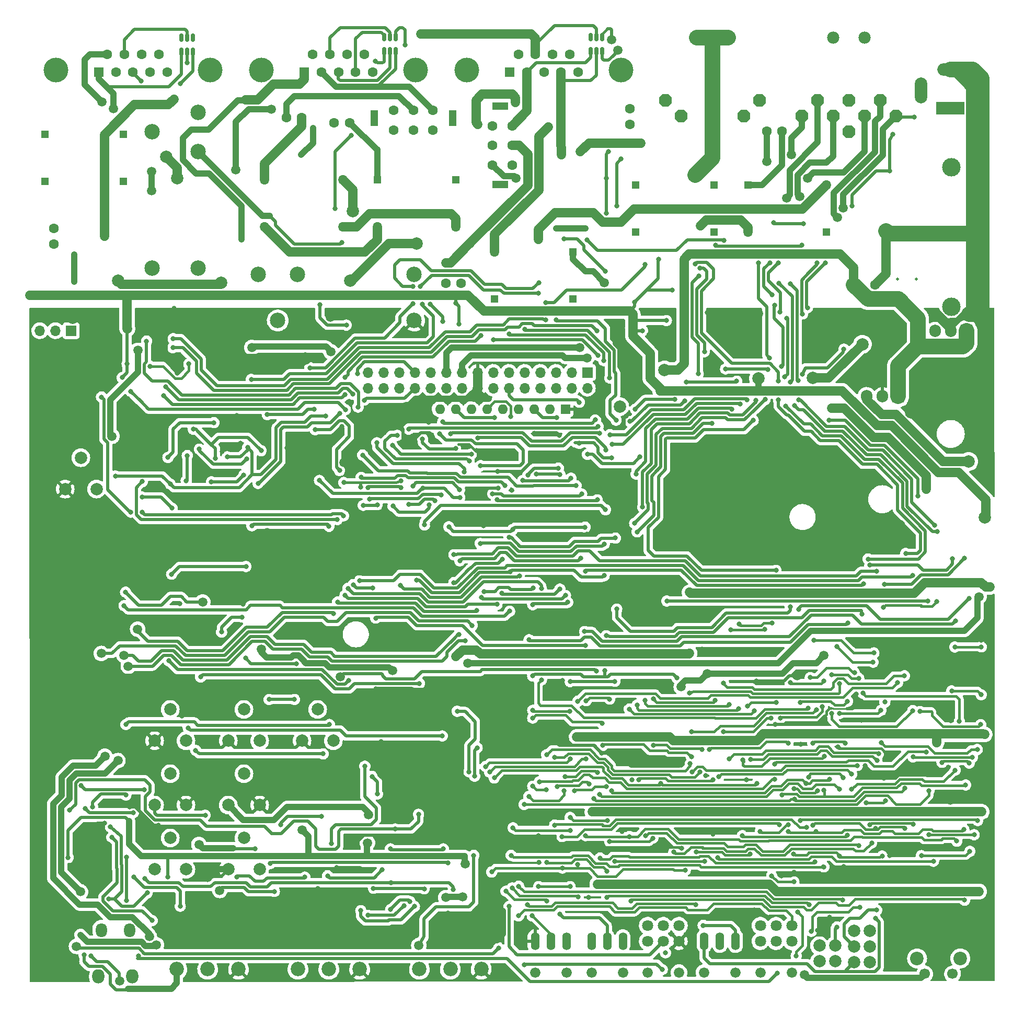
<source format=gbl>
G04 #@! TF.GenerationSoftware,KiCad,Pcbnew,6.0.2+dfsg-1*
G04 #@! TF.CreationDate,2023-04-04T21:33:44+02:00*
G04 #@! TF.ProjectId,fm-rpt-control,666d2d72-7074-42d6-936f-6e74726f6c2e,A*
G04 #@! TF.SameCoordinates,Original*
G04 #@! TF.FileFunction,Copper,L2,Bot*
G04 #@! TF.FilePolarity,Positive*
%FSLAX46Y46*%
G04 Gerber Fmt 4.6, Leading zero omitted, Abs format (unit mm)*
G04 Created by KiCad (PCBNEW 6.0.2+dfsg-1) date 2023-04-04 21:33:44*
%MOMM*%
%LPD*%
G01*
G04 APERTURE LIST*
G04 Aperture macros list*
%AMRoundRect*
0 Rectangle with rounded corners*
0 $1 Rounding radius*
0 $2 $3 $4 $5 $6 $7 $8 $9 X,Y pos of 4 corners*
0 Add a 4 corners polygon primitive as box body*
4,1,4,$2,$3,$4,$5,$6,$7,$8,$9,$2,$3,0*
0 Add four circle primitives for the rounded corners*
1,1,$1+$1,$2,$3*
1,1,$1+$1,$4,$5*
1,1,$1+$1,$6,$7*
1,1,$1+$1,$8,$9*
0 Add four rect primitives between the rounded corners*
20,1,$1+$1,$2,$3,$4,$5,0*
20,1,$1+$1,$4,$5,$6,$7,0*
20,1,$1+$1,$6,$7,$8,$9,0*
20,1,$1+$1,$8,$9,$2,$3,0*%
%AMOutline5P*
0 Free polygon, 5 corners , with rotation*
0 The origin of the aperture is its center*
0 number of corners: always 5*
0 $1 to $10 corner X, Y*
0 $11 Rotation angle, in degrees counterclockwise*
0 create outline with 5 corners*
4,1,5,$1,$2,$3,$4,$5,$6,$7,$8,$9,$10,$1,$2,$11*%
%AMOutline6P*
0 Free polygon, 6 corners , with rotation*
0 The origin of the aperture is its center*
0 number of corners: always 6*
0 $1 to $12 corner X, Y*
0 $13 Rotation angle, in degrees counterclockwise*
0 create outline with 6 corners*
4,1,6,$1,$2,$3,$4,$5,$6,$7,$8,$9,$10,$11,$12,$1,$2,$13*%
%AMOutline7P*
0 Free polygon, 7 corners , with rotation*
0 The origin of the aperture is its center*
0 number of corners: always 7*
0 $1 to $14 corner X, Y*
0 $15 Rotation angle, in degrees counterclockwise*
0 create outline with 7 corners*
4,1,7,$1,$2,$3,$4,$5,$6,$7,$8,$9,$10,$11,$12,$13,$14,$1,$2,$15*%
%AMOutline8P*
0 Free polygon, 8 corners , with rotation*
0 The origin of the aperture is its center*
0 number of corners: always 8*
0 $1 to $16 corner X, Y*
0 $17 Rotation angle, in degrees counterclockwise*
0 create outline with 8 corners*
4,1,8,$1,$2,$3,$4,$5,$6,$7,$8,$9,$10,$11,$12,$13,$14,$15,$16,$1,$2,$17*%
G04 Aperture macros list end*
G04 #@! TA.AperFunction,ComponentPad*
%ADD10C,1.600000*%
G04 #@! TD*
G04 #@! TA.AperFunction,ComponentPad*
%ADD11R,1.200000X2.500000*%
G04 #@! TD*
G04 #@! TA.AperFunction,ComponentPad*
%ADD12O,1.422400X2.844800*%
G04 #@! TD*
G04 #@! TA.AperFunction,ComponentPad*
%ADD13C,1.676400*%
G04 #@! TD*
G04 #@! TA.AperFunction,ComponentPad*
%ADD14C,2.000000*%
G04 #@! TD*
G04 #@! TA.AperFunction,ComponentPad*
%ADD15Outline8P,-0.990600X0.495300X-0.495300X0.990600X0.495300X0.990600X0.990600X0.495300X0.990600X-0.495300X0.495300X-0.990600X-0.495300X-0.990600X-0.990600X-0.495300X180.000000*%
G04 #@! TD*
G04 #@! TA.AperFunction,ComponentPad*
%ADD16O,1.981200X3.962400*%
G04 #@! TD*
G04 #@! TA.AperFunction,ComponentPad*
%ADD17C,4.000000*%
G04 #@! TD*
G04 #@! TA.AperFunction,ComponentPad*
%ADD18R,1.600000X1.600000*%
G04 #@! TD*
G04 #@! TA.AperFunction,ComponentPad*
%ADD19O,1.600000X1.600000*%
G04 #@! TD*
G04 #@! TA.AperFunction,ComponentPad*
%ADD20R,1.700000X1.700000*%
G04 #@! TD*
G04 #@! TA.AperFunction,ComponentPad*
%ADD21O,1.700000X1.700000*%
G04 #@! TD*
G04 #@! TA.AperFunction,ComponentPad*
%ADD22R,1.308000X1.308000*%
G04 #@! TD*
G04 #@! TA.AperFunction,ComponentPad*
%ADD23C,1.800000*%
G04 #@! TD*
G04 #@! TA.AperFunction,ComponentPad*
%ADD24C,2.340000*%
G04 #@! TD*
G04 #@! TA.AperFunction,ComponentPad*
%ADD25R,2.500000X1.200000*%
G04 #@! TD*
G04 #@! TA.AperFunction,ComponentPad*
%ADD26O,1.800000X2.300000*%
G04 #@! TD*
G04 #@! TA.AperFunction,ComponentPad*
%ADD27O,2.000000X2.300000*%
G04 #@! TD*
G04 #@! TA.AperFunction,ComponentPad*
%ADD28C,2.200000*%
G04 #@! TD*
G04 #@! TA.AperFunction,ComponentPad*
%ADD29C,1.700000*%
G04 #@! TD*
G04 #@! TA.AperFunction,ComponentPad*
%ADD30R,1.905000X2.000000*%
G04 #@! TD*
G04 #@! TA.AperFunction,ComponentPad*
%ADD31O,1.905000X2.000000*%
G04 #@! TD*
G04 #@! TA.AperFunction,ComponentPad*
%ADD32R,4.600000X2.000000*%
G04 #@! TD*
G04 #@! TA.AperFunction,ComponentPad*
%ADD33O,4.200000X2.000000*%
G04 #@! TD*
G04 #@! TA.AperFunction,ComponentPad*
%ADD34O,2.000000X4.200000*%
G04 #@! TD*
G04 #@! TA.AperFunction,ComponentPad*
%ADD35C,3.000000*%
G04 #@! TD*
G04 #@! TA.AperFunction,ComponentPad*
%ADD36C,2.500000*%
G04 #@! TD*
G04 #@! TA.AperFunction,ComponentPad*
%ADD37C,1.981200*%
G04 #@! TD*
G04 #@! TA.AperFunction,ComponentPad*
%ADD38C,0.500000*%
G04 #@! TD*
G04 #@! TA.AperFunction,SMDPad,CuDef*
%ADD39RoundRect,0.150000X-0.150000X0.512500X-0.150000X-0.512500X0.150000X-0.512500X0.150000X0.512500X0*%
G04 #@! TD*
G04 #@! TA.AperFunction,ViaPad*
%ADD40C,0.800000*%
G04 #@! TD*
G04 #@! TA.AperFunction,ViaPad*
%ADD41C,1.500000*%
G04 #@! TD*
G04 #@! TA.AperFunction,ViaPad*
%ADD42C,2.000000*%
G04 #@! TD*
G04 #@! TA.AperFunction,Conductor*
%ADD43C,0.381000*%
G04 #@! TD*
G04 #@! TA.AperFunction,Conductor*
%ADD44C,0.508000*%
G04 #@! TD*
G04 #@! TA.AperFunction,Conductor*
%ADD45C,1.016000*%
G04 #@! TD*
G04 #@! TA.AperFunction,Conductor*
%ADD46C,1.524000*%
G04 #@! TD*
G04 #@! TA.AperFunction,Conductor*
%ADD47C,2.540000*%
G04 #@! TD*
G04 #@! TA.AperFunction,Conductor*
%ADD48C,0.254000*%
G04 #@! TD*
G04 APERTURE END LIST*
D10*
X76575000Y-29826000D03*
X79750000Y-29826000D03*
X82925000Y-29826000D03*
X76575000Y-33001000D03*
X79750000Y-33001000D03*
X82925000Y-33001000D03*
D11*
X73400000Y-31096000D03*
X86100000Y-31096000D03*
D12*
X104550000Y-164400000D03*
X102010000Y-164400000D03*
X99470000Y-164400000D03*
D13*
X104550000Y-169480000D03*
X99470000Y-169480000D03*
D14*
X42926000Y-131941000D03*
X40386000Y-126861000D03*
X37846000Y-131941000D03*
X54864000Y-142355000D03*
X52324000Y-137275000D03*
X49784000Y-142355000D03*
D15*
X120580000Y-28210000D03*
D16*
X128200000Y-28210000D03*
D15*
X135820000Y-28210000D03*
X123120000Y-30750000D03*
X133280000Y-30750000D03*
X130740000Y-18050000D03*
X125660000Y-18050000D03*
D17*
X46850000Y-23280331D03*
X21850000Y-23280331D03*
D18*
X28810000Y-23580331D03*
D10*
X31580000Y-23580331D03*
X34350000Y-23580331D03*
X37120000Y-23580331D03*
X39890000Y-23580331D03*
X30195000Y-20740331D03*
X32965000Y-20740331D03*
X35735000Y-20740331D03*
X38505000Y-20740331D03*
D18*
X104375000Y-78200000D03*
D19*
X101835000Y-78200000D03*
X99295000Y-78200000D03*
X96755000Y-78200000D03*
X94215000Y-78200000D03*
X91675000Y-78200000D03*
X89135000Y-78200000D03*
X86595000Y-78200000D03*
X84055000Y-78200000D03*
D14*
X145530000Y-165130000D03*
X148070000Y-165130000D03*
X145530000Y-167670000D03*
X148070000Y-167670000D03*
D20*
X24335000Y-65500000D03*
D21*
X21795000Y-65500000D03*
X19255000Y-65500000D03*
D10*
X114830000Y-29570000D03*
X114830000Y-32070000D03*
D22*
X105615000Y-60375000D03*
X105615000Y-52755000D03*
X92915000Y-60375000D03*
X92915000Y-52755000D03*
D10*
X59200000Y-31000000D03*
X61700000Y-31000000D03*
D23*
X122790000Y-164420000D03*
X120250000Y-164420000D03*
X117710000Y-164420000D03*
X122790000Y-161880000D03*
X120250000Y-161880000D03*
X117710000Y-161880000D03*
D13*
X122790000Y-169500000D03*
X117710000Y-169500000D03*
D22*
X55675000Y-41095000D03*
X55675000Y-48715000D03*
X68375000Y-41095000D03*
X68375000Y-48715000D03*
D10*
X66950000Y-31800000D03*
X69450000Y-31800000D03*
D24*
X41450000Y-168950000D03*
X46450000Y-168950000D03*
X51450000Y-168950000D03*
D10*
X92576000Y-38675000D03*
X92576000Y-35500000D03*
X92576000Y-32325000D03*
X95751000Y-38675000D03*
X95751000Y-35500000D03*
X95751000Y-32325000D03*
D25*
X93846000Y-41850000D03*
X93846000Y-29150000D03*
D20*
X107939000Y-72265000D03*
D21*
X107939000Y-74805000D03*
X105399000Y-72265000D03*
X105399000Y-74805000D03*
X102859000Y-72265000D03*
X102859000Y-74805000D03*
X100319000Y-72265000D03*
X100319000Y-74805000D03*
X97779000Y-72265000D03*
X97779000Y-74805000D03*
X95239000Y-72265000D03*
X95239000Y-74805000D03*
X92699000Y-72265000D03*
X92699000Y-74805000D03*
X90159000Y-72265000D03*
X90159000Y-74805000D03*
X87619000Y-72265000D03*
X87619000Y-74805000D03*
X85079000Y-72265000D03*
X85079000Y-74805000D03*
X82539000Y-72265000D03*
X82539000Y-74805000D03*
X79999000Y-72265000D03*
X79999000Y-74805000D03*
X77459000Y-72265000D03*
X77459000Y-74805000D03*
X74919000Y-72265000D03*
X74919000Y-74805000D03*
X72379000Y-72265000D03*
X72379000Y-74805000D03*
D14*
X28440000Y-91155000D03*
X25900000Y-86075000D03*
X23360000Y-91155000D03*
D22*
X115735000Y-41905000D03*
X115735000Y-49525000D03*
X128435000Y-41905000D03*
X128435000Y-49525000D03*
X73925000Y-41045000D03*
X73925000Y-48665000D03*
X86625000Y-41045000D03*
X86625000Y-48665000D03*
D10*
X21520000Y-51450000D03*
X21520000Y-48950000D03*
D26*
X29200000Y-162625000D03*
X33800000Y-162625000D03*
D27*
X28750000Y-170125000D03*
X34250000Y-170125000D03*
D28*
X161350000Y-167200000D03*
X168350000Y-167200000D03*
D29*
X167100000Y-169700000D03*
X162600000Y-169700000D03*
D14*
X42926000Y-142355000D03*
X40386000Y-137275000D03*
X37846000Y-142355000D03*
X42926000Y-152769000D03*
X40386000Y-147689000D03*
X37846000Y-152769000D03*
X54864000Y-152769000D03*
X52324000Y-147689000D03*
X49784000Y-152769000D03*
X66802000Y-131941000D03*
X64262000Y-126861000D03*
X61722000Y-131941000D03*
X54864000Y-131941000D03*
X52324000Y-126861000D03*
X49784000Y-131941000D03*
D30*
X169340000Y-65570000D03*
D31*
X166800000Y-65570000D03*
X164260000Y-65570000D03*
D22*
X133975000Y-41915000D03*
X133975000Y-49535000D03*
X146675000Y-41915000D03*
X146675000Y-49535000D03*
D24*
X61070000Y-168950000D03*
X66070000Y-168950000D03*
X71070000Y-168950000D03*
D32*
X166760000Y-29490000D03*
D33*
X166760000Y-23190000D03*
D34*
X161960000Y-26590000D03*
D35*
X166940000Y-61630000D03*
X166940000Y-39030000D03*
D14*
X151140000Y-162713500D03*
X153680000Y-162713500D03*
X151140000Y-165253500D03*
X153680000Y-165253500D03*
X151140000Y-167793500D03*
X153680000Y-167793500D03*
D17*
X88420000Y-23300331D03*
X113420000Y-23300331D03*
D18*
X95380000Y-23600331D03*
D10*
X98150000Y-23600331D03*
X100920000Y-23600331D03*
X103690000Y-23600331D03*
X106460000Y-23600331D03*
X96765000Y-20760331D03*
X99535000Y-20760331D03*
X102305000Y-20760331D03*
X105075000Y-20760331D03*
D18*
X151080000Y-58060000D03*
D10*
X154580000Y-58060000D03*
D17*
X55130000Y-23300331D03*
X80130000Y-23300331D03*
D18*
X62090000Y-23600331D03*
D10*
X64860000Y-23600331D03*
X67630000Y-23600331D03*
X70400000Y-23600331D03*
X73170000Y-23600331D03*
X63475000Y-20760331D03*
X66245000Y-20760331D03*
X69015000Y-20760331D03*
X71785000Y-20760331D03*
X136990000Y-33210000D03*
X139490000Y-33210000D03*
D22*
X20100000Y-33670000D03*
X20100000Y-41290000D03*
X32800000Y-33670000D03*
X32800000Y-41290000D03*
D23*
X141040000Y-164420000D03*
X138500000Y-164420000D03*
X135960000Y-164420000D03*
X141040000Y-161880000D03*
X138500000Y-161880000D03*
X135960000Y-161880000D03*
D13*
X141040000Y-169500000D03*
X135960000Y-169500000D03*
D10*
X85000000Y-57850000D03*
X87500000Y-57850000D03*
D36*
X57788500Y-63846500D03*
X60963500Y-56353500D03*
X54613500Y-56353500D03*
X79886500Y-63846500D03*
X79886500Y-56353500D03*
D30*
X158260000Y-76140000D03*
D31*
X155720000Y-76140000D03*
X153180000Y-76140000D03*
D12*
X113690000Y-164400000D03*
X111150000Y-164400000D03*
X108610000Y-164400000D03*
D13*
X113690000Y-169480000D03*
X108610000Y-169480000D03*
D24*
X80750000Y-168950000D03*
X85750000Y-168950000D03*
X90750000Y-168950000D03*
D12*
X131940000Y-164380000D03*
X129400000Y-164380000D03*
X126860000Y-164380000D03*
D13*
X131940000Y-169460000D03*
X126860000Y-169460000D03*
D15*
X145210000Y-28220000D03*
X150290000Y-28220000D03*
X155370000Y-28220000D03*
X147750000Y-30760000D03*
X152830000Y-30760000D03*
X150290000Y-33300000D03*
X142670000Y-30760000D03*
X157910000Y-30760000D03*
D37*
X152830000Y-18060000D03*
X147750000Y-18060000D03*
D36*
X37403500Y-33308500D03*
X44896500Y-36483500D03*
X44896500Y-30133500D03*
X37403500Y-55406500D03*
X44896500Y-55406500D03*
D38*
X158220000Y-57120000D03*
X161220000Y-57120000D03*
D39*
X42150000Y-18012500D03*
X43100000Y-18012500D03*
X44050000Y-18012500D03*
X44050000Y-20287500D03*
X43100000Y-20287500D03*
X42150000Y-20287500D03*
X108450000Y-17962500D03*
X109400000Y-17962500D03*
X110350000Y-17962500D03*
X110350000Y-20237500D03*
X109400000Y-20237500D03*
X108450000Y-20237500D03*
X75000000Y-17962500D03*
X75950000Y-17962500D03*
X76900000Y-17962500D03*
X76900000Y-20237500D03*
X75950000Y-20237500D03*
X75000000Y-20237500D03*
D40*
X110300000Y-133900000D03*
X123100000Y-135900000D03*
X159300000Y-121400000D03*
X148800000Y-122700000D03*
X158200000Y-122500000D03*
X130000000Y-122600000D03*
X79700000Y-58338500D03*
X100075000Y-57725000D03*
X63000000Y-71500000D03*
X79700000Y-61161500D03*
D41*
X143600000Y-40800000D03*
D40*
X133800000Y-76700000D03*
X111600000Y-82350000D03*
X53500000Y-73400000D03*
X80915520Y-58338500D03*
X81200000Y-61200000D03*
X100000000Y-59450000D03*
X132700000Y-77419020D03*
D41*
X142322681Y-43776181D03*
D40*
X111925000Y-83925000D03*
X103243523Y-87773923D03*
X98300000Y-88900000D03*
X102950000Y-79600000D03*
X111853500Y-86125000D03*
X107576060Y-97325000D03*
X95825000Y-97725000D03*
X106650000Y-83750000D03*
X85500000Y-97275000D03*
X106650000Y-77100000D03*
X95500000Y-79400000D03*
D42*
X172300000Y-95750000D03*
D41*
X164700000Y-143450000D03*
D40*
X32606523Y-73106523D03*
D41*
X123150000Y-123225000D03*
X149945000Y-130850000D03*
X173150000Y-107000000D03*
X171800000Y-143450000D03*
D40*
X107975000Y-85550000D03*
D41*
X164900000Y-156350000D03*
X121250000Y-131300000D03*
X137450000Y-155200000D03*
X109550000Y-155150000D03*
D40*
X116896250Y-65512500D03*
X31500000Y-89050000D03*
X135700000Y-54486500D03*
X113400000Y-37700000D03*
X87175000Y-64425000D03*
D41*
X124500000Y-107900000D03*
D40*
X115600000Y-60900000D03*
X65550000Y-79300000D03*
D41*
X106225000Y-131300000D03*
X17596698Y-59745699D03*
D40*
X86325000Y-106301380D03*
X112700000Y-45300000D03*
X49600000Y-85950000D03*
X86675000Y-61050000D03*
D41*
X127397529Y-121087034D03*
D42*
X135650000Y-73250000D03*
D41*
X150300000Y-156350000D03*
D40*
X119500000Y-53900000D03*
X40374851Y-90335209D03*
D41*
X48000000Y-59750000D03*
X123150000Y-155150000D03*
D40*
X33388871Y-70888871D03*
D41*
X124500000Y-117750000D03*
X135700000Y-143450000D03*
D40*
X52900500Y-84450000D03*
X120746250Y-63862500D03*
D41*
X171400000Y-156350000D03*
X172300000Y-130900000D03*
X164500000Y-132250000D03*
X33400000Y-59750000D03*
D40*
X94150000Y-102550000D03*
X121700000Y-58966000D03*
D41*
X135800000Y-131500000D03*
X33450000Y-65200000D03*
D40*
X137430000Y-69896500D03*
D41*
X108750000Y-143450000D03*
D40*
X116478500Y-85975000D03*
D41*
X146275000Y-118100000D03*
X86650000Y-118295980D03*
X122150000Y-143450000D03*
X150150000Y-143450000D03*
X119700000Y-75250000D03*
D40*
X90200000Y-82922051D03*
X110950000Y-84825000D03*
X93350000Y-92875000D03*
X109550000Y-92900000D03*
X92900000Y-79596500D03*
X72675000Y-92825000D03*
X81250000Y-83050000D03*
X86600000Y-84596500D03*
X84250000Y-92150000D03*
X90650000Y-87375000D03*
X83996500Y-82200000D03*
X70700000Y-72500000D03*
X68200000Y-51200000D03*
X71803500Y-76750000D03*
D41*
X33592500Y-119850000D03*
X25839675Y-156407020D03*
X31899557Y-135150241D03*
D40*
X88200000Y-115750000D03*
D41*
X38150000Y-165012540D03*
D40*
X88796500Y-86625000D03*
X25850000Y-163400000D03*
X77153500Y-82450000D03*
X141350000Y-150250000D03*
X109000000Y-141300000D03*
X87281460Y-102775000D03*
X154800000Y-159350000D03*
X148800000Y-150616523D03*
X106900000Y-102350000D03*
X159400000Y-139650000D03*
X155700000Y-150616523D03*
X141490000Y-141407980D03*
X87275000Y-92500000D03*
X145200000Y-140000000D03*
X141450000Y-139727969D03*
X64550000Y-89750000D03*
X81275000Y-91050000D03*
X89300000Y-113250000D03*
X89150000Y-85500000D03*
D41*
X29200000Y-117800000D03*
D40*
X76350000Y-84100000D03*
D41*
X36995271Y-163672127D03*
D40*
X88025000Y-88375000D03*
D41*
X32900000Y-118100000D03*
X29800000Y-134450000D03*
D40*
X87138980Y-114750000D03*
X73850000Y-83650000D03*
X35700000Y-25046500D03*
X42000000Y-25500000D03*
X128100000Y-80516215D03*
X141763980Y-166800000D03*
X142000000Y-159653059D03*
X141403500Y-154800000D03*
X110875254Y-55914847D03*
X104203500Y-50600000D03*
X137799728Y-153832512D03*
X116000000Y-98100000D03*
X112700000Y-110600000D03*
X126000000Y-56603500D03*
D41*
X143100000Y-169867500D03*
D40*
X125900000Y-72500000D03*
X140800000Y-110203500D03*
D41*
X85000000Y-54535469D03*
D40*
X66150000Y-129296500D03*
X33200000Y-129300000D03*
X27825000Y-142696500D03*
X33200000Y-140728500D03*
X52000000Y-111900000D03*
X48700000Y-114322531D03*
X36175000Y-139825000D03*
X25950000Y-139175000D03*
X36250000Y-154225000D03*
X86250000Y-156000000D03*
X76175000Y-154925000D03*
X76825000Y-146225000D03*
X24100000Y-143150000D03*
X80600000Y-143850000D03*
D42*
X120425000Y-71850000D03*
X169700000Y-86700000D03*
X144500000Y-73150000D03*
D41*
X147500000Y-78100000D03*
D42*
X152500000Y-67700000D03*
D41*
X162800000Y-91200000D03*
D40*
X169216420Y-139100000D03*
X36550000Y-67200000D03*
X139500000Y-140750000D03*
X106125000Y-90600000D03*
X70805040Y-77875000D03*
X146250000Y-139950000D03*
X107500000Y-114246500D03*
X103850000Y-147450000D03*
X139050000Y-145550000D03*
X71549520Y-85650480D03*
X167600000Y-112550000D03*
X167768250Y-148206190D03*
X107650000Y-147300000D03*
X167460000Y-116750000D03*
X171738500Y-116725000D03*
X114750000Y-147450000D03*
X166950000Y-123864469D03*
X170300000Y-134600000D03*
X171738500Y-124475000D03*
X160700000Y-134550000D03*
X140510000Y-146610000D03*
X145000000Y-146610000D03*
X168919989Y-146310000D03*
X103900000Y-152550000D03*
X106400000Y-152000000D03*
X123800000Y-152920520D03*
X92450000Y-153200000D03*
D41*
X137000000Y-38062500D03*
D40*
X130088500Y-50905980D03*
X146250000Y-152360023D03*
X107900000Y-50800000D03*
X115837019Y-88737019D03*
X110659728Y-105186020D03*
X95400000Y-104538980D03*
X131300000Y-78200000D03*
X95600000Y-150500000D03*
X80300000Y-105950000D03*
X124900000Y-136950000D03*
X105100000Y-127150000D03*
X122450000Y-121750000D03*
X122075000Y-76661500D03*
X115711128Y-78211128D03*
X151700000Y-135950000D03*
X99100000Y-121450000D03*
X118650000Y-132711500D03*
X110800000Y-120575000D03*
X126500000Y-133350000D03*
X99100000Y-127000000D03*
X163100000Y-109300000D03*
X120800000Y-109300000D03*
X33685469Y-144950000D03*
D41*
X87696500Y-157200000D03*
X76350000Y-120600000D03*
D40*
X23853500Y-150850000D03*
D41*
X55150000Y-117100000D03*
X85000000Y-157350000D03*
X171388500Y-108600000D03*
D40*
X39950000Y-154021500D03*
D41*
X88600000Y-119400000D03*
X72325000Y-148475000D03*
X88125000Y-151850000D03*
X61775000Y-146400000D03*
D40*
X126700000Y-161850000D03*
X126950000Y-151450000D03*
X164006523Y-151456523D03*
X120600000Y-166275000D03*
X112400000Y-151450000D03*
X105150000Y-122350000D03*
X129018970Y-150881030D03*
X112400000Y-122300000D03*
X106400000Y-125519500D03*
X95750000Y-155800000D03*
X32900000Y-110050000D03*
X95350000Y-110950000D03*
X106450000Y-157242020D03*
X84550000Y-64000000D03*
X82500000Y-61200000D03*
X43100000Y-22100000D03*
D41*
X29350000Y-28450000D03*
X31150000Y-29550000D03*
D40*
X78400000Y-19200000D03*
D41*
X66381698Y-68881698D03*
D42*
X31900000Y-57400000D03*
X48600000Y-57700000D03*
D41*
X53600000Y-68238500D03*
D40*
X51900000Y-50700000D03*
X73600000Y-21800000D03*
X150780498Y-45311500D03*
X156900000Y-39600000D03*
X157400000Y-33703500D03*
X79675000Y-90650000D03*
X153718051Y-145500000D03*
X86325000Y-101800000D03*
X87225000Y-91250000D03*
X154800000Y-104496500D03*
X160700000Y-145492020D03*
X144225000Y-162800000D03*
X152100000Y-158950000D03*
D41*
X111900000Y-18400000D03*
X112900000Y-20100000D03*
X96400000Y-40800000D03*
X103700000Y-37000000D03*
X101600000Y-32500000D03*
X81000000Y-17400000D03*
X45650000Y-109450011D03*
X37400000Y-39700000D03*
X37350000Y-42797500D03*
X35150000Y-68700000D03*
X30950000Y-82600000D03*
D40*
X33146500Y-107862616D03*
X67500000Y-109450000D03*
X67450000Y-96100000D03*
X96800000Y-160305060D03*
X90090340Y-133075000D03*
X89680471Y-137677793D03*
X90050000Y-110850000D03*
X35850000Y-89953500D03*
X148375000Y-162100000D03*
X63500000Y-32700000D03*
X61600000Y-37000000D03*
X68900000Y-64600000D03*
X67100000Y-45700000D03*
X69700000Y-33900000D03*
X64600000Y-61300000D03*
D41*
X149400000Y-45661500D03*
D40*
X143600000Y-61800000D03*
X160900000Y-30900000D03*
X146500000Y-54500000D03*
X142799989Y-62800000D03*
D41*
X148436500Y-47121781D03*
D40*
X145100000Y-54486500D03*
X109475000Y-65525000D03*
X90603500Y-99975000D03*
X40800000Y-68250000D03*
X107700000Y-134900000D03*
X110668540Y-100075000D03*
X92100000Y-137000000D03*
X94600000Y-90625000D03*
X71300000Y-89260000D03*
X34000000Y-75346500D03*
X68750000Y-78300000D03*
X154350000Y-117700000D03*
X144600000Y-115650000D03*
X155100000Y-134050000D03*
X130900000Y-134900000D03*
X154850000Y-135150000D03*
X134350000Y-134950000D03*
X154240000Y-119200000D03*
X148350000Y-116650000D03*
X103500000Y-160050000D03*
X112600000Y-80000000D03*
X110876371Y-94501371D03*
X81575000Y-96975000D03*
X102925000Y-63773940D03*
X83275000Y-93050000D03*
X85825000Y-82250000D03*
X111563690Y-73159819D03*
X97800000Y-65288980D03*
X109900000Y-82100000D03*
X79025000Y-93675000D03*
X79000000Y-81450000D03*
X109700000Y-81025000D03*
X95250000Y-66046500D03*
X110603500Y-70350000D03*
X76475000Y-93925000D03*
X109700000Y-69500000D03*
X84525000Y-80300000D03*
X92700000Y-66950000D03*
X109250000Y-79950000D03*
X82300000Y-93700000D03*
X129950000Y-130500000D03*
X137700000Y-128300000D03*
X136700000Y-113900000D03*
X131150000Y-114000000D03*
X138500000Y-125750000D03*
X132500000Y-113000000D03*
X133900000Y-126300000D03*
X137850000Y-112900000D03*
X63700000Y-78200000D03*
X56100000Y-79095980D03*
X159400000Y-146122540D03*
X70016754Y-106653962D03*
X111560000Y-125200000D03*
X107650000Y-116468980D03*
X143350000Y-138850000D03*
X73200000Y-107200000D03*
X154600000Y-160700000D03*
X77750000Y-89850000D03*
X111900000Y-140050000D03*
X73650000Y-112061020D03*
X147150000Y-138150000D03*
X107750000Y-125450000D03*
X154650000Y-146122540D03*
X68500000Y-90100000D03*
X71250000Y-90850000D03*
X144441560Y-145635586D03*
X97700000Y-168261020D03*
X93600000Y-165496500D03*
D41*
X25192500Y-165250000D03*
D40*
X120075000Y-169000000D03*
X68725000Y-73050000D03*
X90700000Y-66250000D03*
X68700000Y-75850000D03*
X39300000Y-76000000D03*
X142900000Y-48200000D03*
X138900000Y-54486500D03*
X138075480Y-47975480D03*
X139103500Y-62500000D03*
D41*
X140200000Y-44038500D03*
D40*
X24800000Y-57600000D03*
X24800000Y-53200000D03*
X137900000Y-59700000D03*
X137500000Y-54486500D03*
D41*
X141000000Y-37000000D03*
D40*
X123725000Y-76850000D03*
D41*
X67900000Y-121550000D03*
D40*
X114825000Y-80203500D03*
X132138980Y-73700000D03*
X109417020Y-120675000D03*
X124000000Y-73838500D03*
X54600000Y-90253500D03*
X66800000Y-111303500D03*
X53600000Y-97100000D03*
X67846278Y-78904628D03*
X66100000Y-97200000D03*
D41*
X35100000Y-113850000D03*
D42*
X69950000Y-46175000D03*
X80250000Y-51388500D03*
X69525000Y-57425000D03*
D41*
X100000000Y-50700000D03*
D40*
X134300000Y-150258983D03*
X125600000Y-149979480D03*
D42*
X125400000Y-40300000D03*
D41*
X126300000Y-48500000D03*
D40*
X98500000Y-115565480D03*
X140200000Y-63500000D03*
X140100000Y-77700000D03*
X98461020Y-140950000D03*
X150100000Y-112900000D03*
X139900000Y-73000000D03*
X104200000Y-140050000D03*
X153398428Y-102494759D03*
X138300000Y-61400000D03*
X136731111Y-76661500D03*
X105881030Y-140020520D03*
X115600000Y-96700000D03*
X111000000Y-139400000D03*
X139400000Y-71300000D03*
X135200000Y-76800000D03*
X142700000Y-51663500D03*
X99091540Y-139300000D03*
X130331969Y-71700000D03*
X128690520Y-51663500D03*
X116900000Y-94100000D03*
X101300000Y-139850000D03*
X99091540Y-128250000D03*
X110350000Y-129100000D03*
X137200000Y-71800000D03*
X140460000Y-132300000D03*
X102650000Y-134648960D03*
X126200000Y-136950000D03*
X169800000Y-108900000D03*
X142200000Y-110681460D03*
X127675000Y-133375000D03*
X142200000Y-76739099D03*
X142092989Y-73600000D03*
X140800000Y-57900000D03*
X164200000Y-97000000D03*
X152560000Y-124225000D03*
X140800000Y-73800000D03*
X167096500Y-102451738D03*
X167489470Y-136700000D03*
X164600000Y-98064148D03*
X139000000Y-57800000D03*
X153700000Y-103500000D03*
X150750000Y-139800000D03*
X141500000Y-77600000D03*
X168200000Y-128800000D03*
X91200000Y-107750000D03*
X99150000Y-107200000D03*
X105150000Y-134850000D03*
X91478380Y-136100000D03*
X35266476Y-166783524D03*
X138725000Y-169550000D03*
X110000000Y-150929480D03*
X144800000Y-151520023D03*
X111150000Y-144861500D03*
X105150000Y-144350000D03*
X128330193Y-138255380D03*
X116250000Y-138255380D03*
X171174965Y-144861500D03*
X171650000Y-129325000D03*
X142450000Y-144900000D03*
X163300000Y-147150000D03*
X170600000Y-147150000D03*
X161825000Y-127200000D03*
X169800000Y-135550000D03*
X169050000Y-157761500D03*
X165400000Y-135440000D03*
X115000000Y-157872540D03*
X125479480Y-158503060D03*
X98275000Y-158503060D03*
X99025000Y-160305060D03*
X97487500Y-89750000D03*
X97703500Y-142250000D03*
X99100000Y-109900000D03*
X163300000Y-140000000D03*
X105303500Y-89400000D03*
X104750000Y-109500000D03*
X103496500Y-88792480D03*
X94100000Y-108042989D03*
X103496500Y-107350000D03*
X99650000Y-88700000D03*
X94750000Y-156300000D03*
X101400000Y-157872540D03*
X107600000Y-104500000D03*
X151200000Y-120900000D03*
X152700000Y-106500000D03*
X144050000Y-121700000D03*
X112475551Y-99100000D03*
X151900000Y-121800000D03*
X152400000Y-111400000D03*
X95250000Y-99000000D03*
X111000000Y-114925000D03*
X147500000Y-121200000D03*
X149300000Y-157761500D03*
X96800000Y-155500000D03*
X140510000Y-145560497D03*
X146200000Y-122250000D03*
X135950000Y-146610000D03*
X140800000Y-122550000D03*
X143450000Y-145979480D03*
X102650000Y-145600000D03*
X111100000Y-157319020D03*
X111100000Y-153050000D03*
X143900000Y-158519020D03*
X101400000Y-151650000D03*
X100050000Y-155562020D03*
X105150000Y-155562020D03*
X150050000Y-147200000D03*
X133050000Y-147300000D03*
X169900000Y-149850000D03*
X162050000Y-150550000D03*
X164500000Y-109400000D03*
X171107980Y-133350000D03*
X156131560Y-125675000D03*
X155575000Y-132261500D03*
X155900000Y-110300000D03*
X71025000Y-106025000D03*
X71650000Y-93800000D03*
X160636128Y-105136128D03*
X73900000Y-93700000D03*
X107025000Y-91950000D03*
X92600000Y-91950000D03*
X150075000Y-125525000D03*
X142450000Y-125749989D03*
X101370000Y-134180000D03*
X124450000Y-124225000D03*
X124600000Y-135675000D03*
X103062390Y-139390000D03*
X110400000Y-132711500D03*
X108200000Y-138950000D03*
X124810000Y-134550000D03*
X145050000Y-126900000D03*
X124810000Y-130500011D03*
X151900000Y-148900000D03*
X149700000Y-132300000D03*
X117350000Y-147350000D03*
X144450000Y-132300000D03*
D41*
X116603520Y-35100000D03*
X106800000Y-36500000D03*
D40*
X148750000Y-139800000D03*
X104343632Y-137710000D03*
X109550000Y-137100000D03*
X109900000Y-140600000D03*
X102900000Y-48900000D03*
X107600000Y-48900000D03*
X162800000Y-133750000D03*
X100150000Y-138600000D03*
X138250000Y-138200000D03*
X138250000Y-135700000D03*
X146300000Y-134415980D03*
X133100000Y-135046500D03*
X150737052Y-137362948D03*
X129250000Y-137750000D03*
X149400000Y-137900000D03*
X143750000Y-137850000D03*
X118600000Y-125150000D03*
X128650000Y-125400000D03*
X130950000Y-126050000D03*
X117300000Y-125400000D03*
X116000000Y-126150000D03*
X132400000Y-126750000D03*
X134950000Y-127100000D03*
X114750000Y-126800000D03*
X156200000Y-141650000D03*
X121950000Y-149979480D03*
X154000000Y-148500000D03*
X153087531Y-141950000D03*
X111560000Y-148290000D03*
X118550000Y-147700000D03*
X160650000Y-127050000D03*
X147500000Y-127500000D03*
X40600000Y-104950000D03*
X52650000Y-103700000D03*
D41*
X107850000Y-69900000D03*
X106690391Y-68263109D03*
D42*
X113200000Y-77800000D03*
D40*
X90750000Y-108750000D03*
X104400000Y-108400000D03*
X95275000Y-158750000D03*
X51750000Y-83703500D03*
X89997127Y-84880459D03*
D42*
X39732259Y-37332259D03*
D41*
X66300000Y-63300000D03*
X141900000Y-121450000D03*
D40*
X61250000Y-85150000D03*
X42700000Y-148800000D03*
X40999271Y-61877869D03*
X151500000Y-124400000D03*
X71600000Y-153000000D03*
D41*
X160875000Y-73425000D03*
D40*
X86600000Y-131700000D03*
X157250000Y-134250000D03*
X41950000Y-109750000D03*
D41*
X44000000Y-115300000D03*
D40*
X147182020Y-160540000D03*
X88850000Y-147350000D03*
X56300000Y-80800000D03*
X108950000Y-89525000D03*
D41*
X68550000Y-86850000D03*
D42*
X152000000Y-97100000D03*
D40*
X163325000Y-125925000D03*
D42*
X78575000Y-78050000D03*
D40*
X113600000Y-146600000D03*
X26775000Y-154225000D03*
X92700000Y-164500000D03*
X133750000Y-138250000D03*
X103900000Y-122150000D03*
X106800000Y-88300000D03*
X113750000Y-134800000D03*
X99300000Y-82164531D03*
X134050000Y-163875000D03*
X88150000Y-144250000D03*
X82275000Y-80325000D03*
X64300000Y-155900000D03*
X102650000Y-131925000D03*
X107575000Y-126750000D03*
X124725000Y-161300000D03*
X171738500Y-115675497D03*
X38800000Y-140150000D03*
X127400000Y-62600000D03*
D41*
X47400000Y-100050000D03*
D40*
X48700000Y-106050000D03*
D41*
X37350000Y-101750000D03*
D40*
X142550000Y-132500000D03*
D41*
X128000000Y-72150000D03*
D40*
X44300000Y-159425000D03*
X48800000Y-85050000D03*
X166250000Y-132650000D03*
X38650000Y-125050000D03*
X93375000Y-88325000D03*
X95675000Y-91375000D03*
X115150000Y-138255380D03*
X93503500Y-90975000D03*
X51150000Y-79250000D03*
X74050000Y-136200000D03*
X82950000Y-123400000D03*
X108125000Y-157275000D03*
D41*
X30700000Y-100450000D03*
D40*
X99400000Y-114300000D03*
D42*
X158400000Y-97100000D03*
D40*
X100100000Y-151649989D03*
X82100000Y-136150000D03*
X105300000Y-85075000D03*
X109225000Y-95550000D03*
X109100000Y-148950000D03*
X156950000Y-150575000D03*
D41*
X56100000Y-98250000D03*
D40*
X101800000Y-105900000D03*
X123200000Y-149348949D03*
X73650000Y-123553500D03*
X148550000Y-132900000D03*
X46350000Y-93450000D03*
X91361020Y-91300000D03*
X26775000Y-150325000D03*
X107925000Y-98450000D03*
D41*
X67200000Y-67000000D03*
D40*
X151375000Y-154050000D03*
X131275000Y-159400000D03*
X52200000Y-109800000D03*
X145266785Y-162672953D03*
X155200000Y-153300000D03*
X127123953Y-137610413D03*
X75075000Y-82025000D03*
X38450000Y-145661020D03*
X101800000Y-99100000D03*
X158075000Y-126325000D03*
D42*
X62250000Y-70000000D03*
D40*
X28350000Y-78300000D03*
D42*
X24550000Y-63400000D03*
D41*
X110700000Y-57700000D03*
X135700000Y-62700000D03*
X152085582Y-72256135D03*
D40*
X100050000Y-147300000D03*
D41*
X172400000Y-88950000D03*
D42*
X171800000Y-63200000D03*
D40*
X53700000Y-104600000D03*
X113600000Y-125775000D03*
D41*
X129557011Y-63200000D03*
D40*
X69600000Y-157825000D03*
D42*
X27050000Y-71950000D03*
D40*
X77975000Y-83625000D03*
X82825000Y-96925000D03*
X135350000Y-122244534D03*
X138400000Y-129300000D03*
X42150000Y-84850000D03*
X94371500Y-159465060D03*
X56350000Y-85250000D03*
X91100000Y-97125000D03*
X103400000Y-82450000D03*
D42*
X49450000Y-71650000D03*
D40*
X112300000Y-64000000D03*
X103250000Y-85525000D03*
X68150000Y-81000000D03*
X171700000Y-122900000D03*
X166400000Y-136250000D03*
X58625000Y-159400000D03*
D41*
X126550000Y-117400000D03*
D40*
X128300000Y-147038430D03*
X59300000Y-84500000D03*
X114200000Y-79300000D03*
X72475000Y-81275000D03*
X146550000Y-64600000D03*
X39700000Y-69400000D03*
X139350000Y-153800000D03*
D42*
X41550000Y-40800000D03*
D41*
X46450000Y-154100000D03*
X118200000Y-66400000D03*
D40*
X70450000Y-148500000D03*
X98400000Y-98800000D03*
X166781250Y-128656250D03*
D42*
X160400000Y-78700000D03*
D41*
X121200000Y-68800000D03*
X61150000Y-114150000D03*
D40*
X141450000Y-153250000D03*
X135000000Y-159350000D03*
X44100000Y-125250000D03*
X152300000Y-128600000D03*
X74500000Y-132053500D03*
X115650000Y-163225000D03*
X85325000Y-159875000D03*
D41*
X172350000Y-87000000D03*
D40*
X29700000Y-145261020D03*
X41546500Y-72400000D03*
D41*
X154500000Y-63050000D03*
D40*
X149475000Y-152350000D03*
X67300000Y-152515020D03*
X40400000Y-131900000D03*
X66399500Y-82818522D03*
D41*
X53000000Y-71800000D03*
D40*
X155425000Y-154550000D03*
X54375000Y-159400000D03*
X152900000Y-135949989D03*
X42250000Y-127900000D03*
D41*
X166700000Y-141600000D03*
D40*
X156000000Y-138000000D03*
X83000000Y-83300000D03*
X72500000Y-78825000D03*
X33770298Y-142696500D03*
X115100000Y-76300000D03*
X125050000Y-153450000D03*
D42*
X156300000Y-49400000D03*
D40*
X76450000Y-144650000D03*
X37100000Y-71250000D03*
X43400000Y-70900000D03*
D41*
X51000000Y-39450000D03*
X56720569Y-29620569D03*
D40*
X92866420Y-137950000D03*
X35800000Y-94900000D03*
X33992989Y-94900000D03*
X68700000Y-108350000D03*
X29250000Y-76250000D03*
X93300000Y-109850000D03*
X135400000Y-138885900D03*
X68450000Y-95500000D03*
X119850000Y-138885900D03*
X100500000Y-107285469D03*
X69152792Y-107249802D03*
X143700000Y-126619989D03*
X63850000Y-81550000D03*
X100500000Y-122072540D03*
X67800000Y-88150000D03*
X169050000Y-102400000D03*
X147050000Y-80050000D03*
X161500000Y-92300000D03*
X155501040Y-127000000D03*
X149500000Y-68500000D03*
X142800000Y-72550000D03*
X148750000Y-127525000D03*
X156100000Y-106622980D03*
X134800000Y-80042500D03*
X138500000Y-104338980D03*
X111003500Y-46499063D03*
X146000000Y-126400000D03*
X139198960Y-128300000D03*
X126900000Y-68900000D03*
X126200000Y-55400000D03*
X111400000Y-36511500D03*
X111000000Y-40800000D03*
X77725000Y-90925000D03*
X95896500Y-146050000D03*
X69950000Y-75800000D03*
X105150000Y-146500000D03*
X72400000Y-90940000D03*
X39650000Y-74550000D03*
X96925000Y-105225000D03*
X77650000Y-106800000D03*
X138903500Y-73700000D03*
X101200000Y-60938500D03*
X159500000Y-101591259D03*
X40850000Y-66800000D03*
X125400000Y-54700000D03*
X138900000Y-76700000D03*
X117300000Y-54796500D03*
X101200000Y-63773940D03*
X55100000Y-84950000D03*
X44100000Y-81450000D03*
X47700000Y-86200000D03*
X40000000Y-86050000D03*
X47450000Y-80400000D03*
X45100000Y-84696500D03*
X52750000Y-86250000D03*
X40675000Y-94225000D03*
X35800000Y-92450000D03*
X43136129Y-85736129D03*
X42965430Y-89798577D03*
X47050000Y-90000000D03*
X52300000Y-88900000D03*
X33275000Y-157825000D03*
X33325000Y-150775000D03*
D41*
X32200000Y-170850000D03*
D40*
X27550000Y-166800000D03*
X73950000Y-140550000D03*
X73050000Y-137708980D03*
X60500000Y-125250000D03*
X56400000Y-125250000D03*
X84450000Y-131150000D03*
X43300000Y-129850000D03*
X52575000Y-118550000D03*
X60850000Y-119450000D03*
X40150000Y-118984500D03*
X69300000Y-122200000D03*
X66450000Y-148600000D03*
X71900000Y-136050000D03*
X58275000Y-145550000D03*
X64875000Y-144200000D03*
D41*
X72519500Y-143950000D03*
D40*
X46050000Y-144000000D03*
X45300000Y-121600000D03*
X80750000Y-122650000D03*
X44500000Y-133500000D03*
X65150000Y-134050000D03*
X62175000Y-154021500D03*
X51166500Y-154021500D03*
D41*
X48400000Y-156178500D03*
D40*
X57250000Y-156350000D03*
X78225000Y-158675000D03*
X72400000Y-160225000D03*
X54150000Y-149425000D03*
X56600000Y-151825000D03*
D41*
X45023859Y-148726141D03*
D40*
X85350000Y-151757500D03*
X30700000Y-145900000D03*
X30425000Y-157550000D03*
X36650000Y-156586020D03*
X26400000Y-166600000D03*
X74725000Y-152800000D03*
X65875000Y-153811500D03*
X76050000Y-149442500D03*
X81525000Y-155925000D03*
X84600000Y-149442500D03*
X73300000Y-155828500D03*
X89550000Y-150500000D03*
D41*
X80650000Y-165100000D03*
D40*
X86850000Y-127150000D03*
X88776971Y-136949649D03*
X42000000Y-158750000D03*
X34442989Y-153975000D03*
X37450000Y-161075000D03*
X26575000Y-142925000D03*
X30928500Y-147575000D03*
X34400000Y-143600000D03*
X76075000Y-159250000D03*
X79225000Y-158000000D03*
X79927080Y-158780089D03*
X71250000Y-159450000D03*
D41*
X41000000Y-28000000D03*
X29700000Y-50200000D03*
X90218087Y-32099015D03*
X96300000Y-28500000D03*
D43*
X106041561Y-139859989D02*
X105881030Y-140020520D01*
X109150000Y-139400000D02*
X108690011Y-139859989D01*
X108690011Y-139859989D02*
X106041561Y-139859989D01*
X111000000Y-139400000D02*
X109150000Y-139400000D01*
X148750000Y-139800000D02*
X147959989Y-139009989D01*
X147959989Y-139009989D02*
X144965911Y-139009989D01*
X144965911Y-139009989D02*
X144965911Y-139034089D01*
X144965911Y-139034089D02*
X144274100Y-139725900D01*
X141979648Y-138887958D02*
X140585303Y-138887958D01*
X144274100Y-139725900D02*
X142817590Y-139725900D01*
X140585303Y-138887958D02*
X139573261Y-139900000D01*
X138000000Y-139900000D02*
X136913060Y-140986940D01*
X142817590Y-139725900D02*
X141979648Y-138887958D01*
X139573261Y-139900000D02*
X138000000Y-139900000D01*
X136913060Y-140986940D02*
X110286940Y-140986940D01*
X110286940Y-140986940D02*
X109900000Y-140600000D01*
X141490000Y-141407980D02*
X140892020Y-141407980D01*
X109317460Y-141617460D02*
X109000000Y-141300000D01*
X140892020Y-141407980D02*
X140682540Y-141617460D01*
X140682540Y-141617460D02*
X109317460Y-141617460D01*
D44*
X102650000Y-131925000D02*
X103400460Y-132675460D01*
X103400460Y-132675460D02*
X109075460Y-132675460D01*
X109075460Y-132675460D02*
X110300000Y-133900000D01*
X111900000Y-133900000D02*
X110300000Y-133900000D01*
X113750000Y-134800000D02*
X112800000Y-134800000D01*
X112800000Y-134800000D02*
X111900000Y-133900000D01*
D43*
X124600000Y-135675000D02*
X124600000Y-135947956D01*
X124600000Y-135947956D02*
X123763105Y-136784851D01*
X110802859Y-134869480D02*
X109861170Y-134869480D01*
X123763105Y-136784851D02*
X123465149Y-136784851D01*
X112276539Y-136784849D02*
X111880520Y-136388830D01*
X123465149Y-136784851D02*
X112276539Y-136784849D01*
X111880520Y-136388830D02*
X111880520Y-135947141D01*
X111880520Y-135947141D02*
X110802859Y-134869480D01*
X109861170Y-134869480D02*
X108361169Y-133369480D01*
X108361169Y-133369480D02*
X102180520Y-133369480D01*
X102180520Y-133369480D02*
X101370000Y-134180000D01*
X109600000Y-135500000D02*
X108100000Y-134000000D01*
X108100000Y-134000000D02*
X104800000Y-134000000D01*
X111250000Y-136208310D02*
X110541690Y-135500000D01*
X111250000Y-136650000D02*
X111250000Y-136208310D01*
X110541690Y-135500000D02*
X109600000Y-135500000D01*
D44*
X113750000Y-134800000D02*
X115040830Y-136090830D01*
X115040830Y-136090830D02*
X122909170Y-136090830D01*
X122909170Y-136090830D02*
X123100000Y-135900000D01*
D43*
X157600000Y-121400000D02*
X159300000Y-121400000D01*
X130000000Y-122600000D02*
X130000000Y-122700000D01*
X130000000Y-122700000D02*
X130598950Y-123298950D01*
X130598950Y-123298950D02*
X134611170Y-123298950D01*
X134611170Y-123298950D02*
X134961169Y-123648949D01*
X134961169Y-123648949D02*
X147351051Y-123648949D01*
X147351051Y-123648949D02*
X147800000Y-123200000D01*
X147800000Y-123200000D02*
X147800000Y-122512044D01*
X147800000Y-122512044D02*
X148452055Y-121859989D01*
X149359989Y-121859989D02*
X150200000Y-122700000D01*
X148452055Y-121859989D02*
X149359989Y-121859989D01*
X150200000Y-122700000D02*
X156300000Y-122700000D01*
X156300000Y-122700000D02*
X157600000Y-121400000D01*
X151900000Y-121800000D02*
X150700000Y-121800000D01*
X150700000Y-121800000D02*
X150100000Y-121200000D01*
X150100000Y-121200000D02*
X147500000Y-121200000D01*
X150898960Y-120798960D02*
X150200000Y-120100000D01*
X146700000Y-120100000D02*
X145100000Y-121700000D01*
X150200000Y-120100000D02*
X146700000Y-120100000D01*
X151200000Y-120900000D02*
X150898960Y-120800000D01*
X150898960Y-120800000D02*
X150898960Y-120798960D01*
X145100000Y-121700000D02*
X144050000Y-121700000D01*
X106400000Y-125519500D02*
X107619500Y-124300000D01*
X119717931Y-125067931D02*
X127450000Y-125067931D01*
X133959989Y-124559989D02*
X134309989Y-124909989D01*
X107619500Y-124300000D02*
X118950000Y-124300000D01*
X118950000Y-124300000D02*
X119717931Y-125067931D01*
X134309989Y-124909989D02*
X149390011Y-124909989D01*
X127450000Y-125067931D02*
X127957942Y-124559989D01*
X150915011Y-123384989D02*
X157315011Y-123384989D01*
X127957942Y-124559989D02*
X133959989Y-124559989D01*
X149390011Y-124909989D02*
X150915011Y-123384989D01*
X157315011Y-123384989D02*
X158200000Y-122500000D01*
X148800000Y-124100000D02*
X148800000Y-122700000D01*
X134700000Y-124279469D02*
X148620531Y-124279469D01*
X148620531Y-124279469D02*
X148800000Y-124100000D01*
X124450000Y-124225000D02*
X125105531Y-123929469D01*
X125105531Y-123929469D02*
X128219113Y-123929470D01*
X128219113Y-123929470D02*
X134350001Y-123929470D01*
X134350001Y-123929470D02*
X134700000Y-124279469D01*
D44*
X151500000Y-126100000D02*
X150857980Y-126742020D01*
X151500000Y-124400000D02*
X151500000Y-126100000D01*
X150857980Y-126742020D02*
X149957980Y-126742020D01*
X78000000Y-58300000D02*
X79661500Y-58300000D01*
X65536114Y-71500000D02*
X70336114Y-66700000D01*
X70336114Y-66700000D02*
X75100000Y-66700000D01*
X76700000Y-54900000D02*
X76700000Y-57000000D01*
X94050000Y-58000000D02*
X91296296Y-58000000D01*
X80900000Y-54000000D02*
X77600000Y-54000000D01*
X99107520Y-58692480D02*
X94742480Y-58692480D01*
X76700000Y-57000000D02*
X78000000Y-58300000D01*
X75100000Y-66700000D02*
X77600000Y-64200000D01*
X79661500Y-58300000D02*
X79700000Y-58338500D01*
X63000000Y-71500000D02*
X65536114Y-71500000D01*
X89085264Y-55788969D02*
X82688969Y-55788969D01*
X100075000Y-57725000D02*
X99107520Y-58692480D01*
X94742480Y-58692480D02*
X94050000Y-58000000D01*
X77600000Y-64200000D02*
X77600000Y-63261500D01*
X77600000Y-63261500D02*
X79700000Y-61161500D01*
X82688969Y-55788969D02*
X80900000Y-54000000D01*
X77600000Y-54000000D02*
X76700000Y-54900000D01*
X91296296Y-58000000D02*
X89085264Y-55788969D01*
D45*
X149445031Y-39845031D02*
X144554969Y-39845031D01*
D44*
X114275000Y-82350000D02*
X118296479Y-78328521D01*
D45*
X144554969Y-39845031D02*
X143600000Y-40800000D01*
X152830000Y-36460062D02*
X149445031Y-39845031D01*
X152830000Y-30760000D02*
X152830000Y-36460062D01*
D44*
X118296479Y-78328521D02*
X123524238Y-78328521D01*
X133615520Y-76515520D02*
X133800000Y-76700000D01*
X129584480Y-76515520D02*
X133615520Y-76515520D01*
X123524238Y-78328521D02*
X125337239Y-76515520D01*
X111600000Y-82350000D02*
X114275000Y-82350000D01*
X125337239Y-76515520D02*
X129584480Y-76515520D01*
X71250001Y-67484961D02*
X82015039Y-67484961D01*
X59678705Y-72500000D02*
X65607409Y-72500000D01*
X91125000Y-58900000D02*
X88771489Y-56546489D01*
X88771489Y-56546489D02*
X82707531Y-56546489D01*
X83000000Y-66500000D02*
X83000000Y-63200000D01*
X81800000Y-62000000D02*
X81200000Y-61400000D01*
X93875000Y-58900000D02*
X91125000Y-58900000D01*
X83000000Y-63200000D02*
X81800000Y-62000000D01*
X65607409Y-72500000D02*
X70622450Y-67484960D01*
X94425000Y-59450000D02*
X93875000Y-58900000D01*
X53500000Y-73400000D02*
X58778704Y-73400000D01*
X100000000Y-59450000D02*
X94425000Y-59450000D01*
X58778704Y-73400000D02*
X59678705Y-72500000D01*
X82707531Y-56546489D02*
X80915520Y-58338500D01*
X81200000Y-61400000D02*
X81200000Y-61200000D01*
X70622450Y-67484960D02*
X71250001Y-67484961D01*
X82015039Y-67484961D02*
X83000000Y-66500000D01*
X111925000Y-83925000D02*
X113771296Y-83925000D01*
X132554020Y-77273040D02*
X132700000Y-77419020D01*
D45*
X142000000Y-42200000D02*
X142000000Y-43453500D01*
D44*
X113771296Y-83925000D02*
X118610255Y-79086041D01*
D45*
X143968056Y-38300000D02*
X142000000Y-40268056D01*
D44*
X118610255Y-79086041D02*
X123838014Y-79086041D01*
X123838014Y-79086041D02*
X125651015Y-77273040D01*
D45*
X142000000Y-40268056D02*
X142000000Y-42200000D01*
X146700000Y-38300000D02*
X143968056Y-38300000D01*
D44*
X125651015Y-77273040D02*
X128400000Y-77273040D01*
D45*
X142000000Y-43453500D02*
X142322681Y-43776181D01*
X147750000Y-30760000D02*
X147750000Y-37250000D01*
X147750000Y-37250000D02*
X146700000Y-38300000D01*
D44*
X128400000Y-77273040D02*
X132554020Y-77273040D01*
X99295000Y-78200000D02*
X100695000Y-79600000D01*
X103243523Y-87773923D02*
X99298318Y-87773923D01*
X100695000Y-79600000D02*
X102950000Y-79600000D01*
X99298318Y-87773923D02*
X98300000Y-88772241D01*
X98300000Y-88772241D02*
X98300000Y-88900000D01*
X95521489Y-98028511D02*
X95825000Y-97725000D01*
X86253511Y-98028511D02*
X95521489Y-98028511D01*
X109700000Y-84375000D02*
X109700000Y-85250000D01*
X110550000Y-86100000D02*
X111828500Y-86100000D01*
X96225000Y-97325000D02*
X95825000Y-97725000D01*
X106250000Y-76700000D02*
X106650000Y-77100000D01*
X105970429Y-83679571D02*
X109004571Y-83679571D01*
X85500000Y-97275000D02*
X86253511Y-98028511D01*
X95950000Y-76700000D02*
X101050000Y-76700000D01*
X109700000Y-85250000D02*
X110550000Y-86100000D01*
X95239000Y-74805000D02*
X95239000Y-75989000D01*
X107576060Y-97325000D02*
X96225000Y-97325000D01*
X101050000Y-76700000D02*
X106250000Y-76700000D01*
X111828500Y-86100000D02*
X111853500Y-86125000D01*
X106650000Y-83750000D02*
X105970429Y-83679571D01*
X109004571Y-83679571D02*
X109700000Y-84375000D01*
X95239000Y-75989000D02*
X95950000Y-76700000D01*
D43*
X91675000Y-78200000D02*
X92915011Y-76959989D01*
X92915011Y-76959989D02*
X94728630Y-76959989D01*
X95500000Y-77731359D02*
X95500000Y-79400000D01*
X94728630Y-76959989D02*
X95500000Y-77731359D01*
D44*
X112700000Y-45300000D02*
X112700000Y-38400000D01*
D46*
X164700000Y-143450000D02*
X150150000Y-143450000D01*
D44*
X117534000Y-58966000D02*
X119400000Y-57100000D01*
X53653511Y-88846489D02*
X51550000Y-90950000D01*
X51750000Y-85950000D02*
X52900000Y-84800000D01*
D45*
X135650000Y-75000000D02*
X135400000Y-75250000D01*
D46*
X157220677Y-80873520D02*
X164820677Y-88473520D01*
D44*
X93530080Y-103169920D02*
X89844898Y-103169920D01*
X57550000Y-81200000D02*
X57550000Y-86350000D01*
D46*
X121861511Y-131911511D02*
X121250000Y-131300000D01*
D44*
X40989642Y-90950000D02*
X40374851Y-90335209D01*
D46*
X164900000Y-156350000D02*
X171400000Y-156350000D01*
D44*
X86675000Y-61050000D02*
X86675000Y-59850000D01*
D46*
X115350000Y-65150000D02*
X115300000Y-65100000D01*
D44*
X117534000Y-58966000D02*
X115600000Y-60900000D01*
D46*
X135700000Y-143450000D02*
X122150000Y-143450000D01*
X119700000Y-75250000D02*
X119700000Y-74825000D01*
X150150000Y-143450000D02*
X135700000Y-143450000D01*
X46087500Y-59750000D02*
X33400000Y-59750000D01*
D44*
X88919909Y-104094909D02*
X88855091Y-104094909D01*
X119400000Y-57100000D02*
X119400000Y-54000000D01*
X53653511Y-85203011D02*
X53653511Y-88846489D01*
X52900000Y-84800000D02*
X52900000Y-84450500D01*
X115600000Y-60900000D02*
X115600000Y-61564500D01*
X119400000Y-54000000D02*
X119500000Y-53900000D01*
D46*
X17596698Y-59745699D02*
X33395699Y-59745699D01*
D44*
X121700000Y-58966000D02*
X117534000Y-58966000D01*
X107975000Y-85550000D02*
X108825000Y-85550000D01*
D46*
X172450000Y-95600000D02*
X172300000Y-95750000D01*
X164820677Y-88473520D02*
X168073520Y-88473520D01*
X124369520Y-117880480D02*
X90580480Y-117880480D01*
X123150000Y-155150000D02*
X109550000Y-155150000D01*
D44*
X40374851Y-90335209D02*
X39089642Y-89050000D01*
X135700000Y-54486500D02*
X135700000Y-60300000D01*
D46*
X89950000Y-117250000D02*
X87695980Y-117250000D01*
D45*
X139537966Y-121087034D02*
X141275000Y-119350000D01*
D46*
X88600000Y-59750000D02*
X91200000Y-62350000D01*
D44*
X137000000Y-69466500D02*
X137430000Y-69896500D01*
X52900500Y-84450000D02*
X53653511Y-85203011D01*
D46*
X171950000Y-130850000D02*
X164350000Y-130850000D01*
D44*
X115712500Y-65512500D02*
X115300000Y-65100000D01*
D45*
X127397529Y-121087034D02*
X139537966Y-121087034D01*
D44*
X33388871Y-65261129D02*
X33450000Y-65200000D01*
D46*
X162584480Y-106365520D02*
X160915520Y-108034480D01*
D44*
X87175000Y-64425000D02*
X87175000Y-61550000D01*
X51550000Y-90950000D02*
X40989642Y-90950000D01*
X89844898Y-103169920D02*
X88919909Y-104094909D01*
X63200000Y-79300000D02*
X62150000Y-80350000D01*
D46*
X154865384Y-80873520D02*
X157220677Y-80873520D01*
D44*
X115600000Y-61564500D02*
X114814500Y-62350000D01*
X57550000Y-86350000D02*
X55053511Y-88846489D01*
D46*
X86575000Y-59750000D02*
X88600000Y-59750000D01*
X149241864Y-75250000D02*
X154865384Y-80873520D01*
D44*
X86550000Y-106400000D02*
X86451380Y-106301380D01*
D46*
X136450000Y-130850000D02*
X135800000Y-131500000D01*
D44*
X115403500Y-87050000D02*
X116478500Y-85975000D01*
D46*
X119700000Y-75250000D02*
X123900000Y-75250000D01*
X164500000Y-131000000D02*
X164350000Y-130850000D01*
D45*
X145025000Y-119350000D02*
X146275000Y-118100000D01*
D44*
X52900000Y-84450500D02*
X52900500Y-84450000D01*
D46*
X122150000Y-143450000D02*
X108750000Y-143450000D01*
D44*
X112696250Y-62053750D02*
X112400000Y-62350000D01*
D46*
X90580480Y-117880480D02*
X89950000Y-117250000D01*
X87695980Y-117250000D02*
X86650000Y-118295980D01*
X119700000Y-74825000D02*
X118150000Y-73275000D01*
X164500000Y-132250000D02*
X164500000Y-131000000D01*
D45*
X123792489Y-122207511D02*
X126277052Y-122207511D01*
D44*
X62150000Y-80350000D02*
X58400000Y-80350000D01*
D46*
X172300000Y-130900000D02*
X171950000Y-130850000D01*
X33395699Y-59745699D02*
X33400000Y-59750000D01*
X160915520Y-108034480D02*
X124634480Y-108034480D01*
X135800000Y-131500000D02*
X135388489Y-131911511D01*
X118150000Y-73275000D02*
X118150000Y-69175000D01*
X123900000Y-75250000D02*
X135400000Y-75250000D01*
X162584480Y-106300000D02*
X162584480Y-106365520D01*
X33400000Y-65150000D02*
X33450000Y-65200000D01*
D44*
X87175000Y-61550000D02*
X86675000Y-61050000D01*
D45*
X123150000Y-122850000D02*
X123792489Y-122207511D01*
X135650000Y-73250000D02*
X135650000Y-75000000D01*
D44*
X49600000Y-85950000D02*
X51750000Y-85950000D01*
X108825000Y-85550000D02*
X110325000Y-87050000D01*
D46*
X135400000Y-75250000D02*
X149241864Y-75250000D01*
X115350000Y-66375000D02*
X115350000Y-65150000D01*
D44*
X39089642Y-89050000D02*
X31500000Y-89050000D01*
D45*
X126277052Y-122207511D02*
X127397529Y-121087034D01*
D46*
X138600000Y-156350000D02*
X137450000Y-155200000D01*
D44*
X88855091Y-104094909D02*
X86550000Y-106400000D01*
D46*
X173150000Y-107000000D02*
X172450000Y-107000000D01*
D44*
X110325000Y-87050000D02*
X112625000Y-87050000D01*
D46*
X112400000Y-62350000D02*
X114814500Y-62350000D01*
X164900000Y-156350000D02*
X150300000Y-156350000D01*
X124634480Y-108034480D02*
X124500000Y-107900000D01*
X171800000Y-143450000D02*
X164700000Y-143450000D01*
X118150000Y-69175000D02*
X115350000Y-66375000D01*
D44*
X33388871Y-70888871D02*
X33388871Y-65261129D01*
X135700000Y-60300000D02*
X137000000Y-61600000D01*
D46*
X111375000Y-62350000D02*
X112400000Y-62350000D01*
D44*
X86451380Y-106301380D02*
X86325000Y-106301380D01*
D46*
X137450000Y-155200000D02*
X135100000Y-155200000D01*
D44*
X55053511Y-88846489D02*
X53653511Y-88846489D01*
X120746250Y-63862500D02*
X115737500Y-63862500D01*
X112700000Y-38400000D02*
X113400000Y-37700000D01*
D45*
X141275000Y-119350000D02*
X145025000Y-119350000D01*
D44*
X115737500Y-63862500D02*
X115300000Y-64300000D01*
X86675000Y-59850000D02*
X86575000Y-59750000D01*
D46*
X150300000Y-156350000D02*
X138600000Y-156350000D01*
D44*
X112625000Y-87050000D02*
X115403500Y-87050000D01*
X137000000Y-61600000D02*
X137000000Y-69466500D01*
D46*
X149945000Y-130850000D02*
X136450000Y-130850000D01*
X168073520Y-88473520D02*
X172450000Y-92850000D01*
X135388489Y-131911511D02*
X121861511Y-131911511D01*
D45*
X123150000Y-123225000D02*
X123150000Y-122850000D01*
D46*
X106225000Y-131300000D02*
X121250000Y-131300000D01*
X46087500Y-59750000D02*
X86575000Y-59750000D01*
D44*
X116896250Y-65512500D02*
X115712500Y-65512500D01*
D46*
X171750000Y-106300000D02*
X162584480Y-106300000D01*
D44*
X33388871Y-72324175D02*
X32606523Y-73106523D01*
X58400000Y-80350000D02*
X57550000Y-81200000D01*
D46*
X91200000Y-62350000D02*
X111375000Y-62350000D01*
D44*
X33388871Y-70888871D02*
X33388871Y-72324175D01*
D46*
X114814500Y-62350000D02*
X115300000Y-62835500D01*
X115300000Y-62835500D02*
X115300000Y-64300000D01*
X172450000Y-92850000D02*
X172450000Y-95600000D01*
X123200000Y-155200000D02*
X123150000Y-155150000D01*
X135100000Y-155200000D02*
X123200000Y-155200000D01*
X115300000Y-64300000D02*
X115300000Y-65100000D01*
X33400000Y-59750000D02*
X33400000Y-65150000D01*
X172450000Y-107000000D02*
X171750000Y-106300000D01*
D44*
X94150000Y-102550000D02*
X93530080Y-103169920D01*
D46*
X149945000Y-130850000D02*
X164350000Y-130850000D01*
D44*
X65550000Y-79300000D02*
X63200000Y-79300000D01*
D46*
X124500000Y-117750000D02*
X124369520Y-117880480D01*
D44*
X110525000Y-84075000D02*
X110950000Y-84500000D01*
X109226071Y-82776071D02*
X110525000Y-84075000D01*
X98586225Y-84182520D02*
X104092480Y-84182520D01*
X93400000Y-92825000D02*
X93350000Y-92875000D01*
X97179775Y-82776071D02*
X98586225Y-84182520D01*
X104092480Y-84182520D02*
X105498929Y-82776071D01*
X105498929Y-82776071D02*
X107750000Y-82776071D01*
X93350000Y-92875000D02*
X93520991Y-93045991D01*
X107750000Y-82776071D02*
X109226071Y-82776071D01*
X109404009Y-93045991D02*
X109550000Y-92900000D01*
X93520991Y-93045991D02*
X109404009Y-93045991D01*
X90200000Y-82922051D02*
X90345980Y-82776071D01*
X110950000Y-84500000D02*
X110950000Y-84825000D01*
X90345980Y-82776071D02*
X97179775Y-82776071D01*
X86595000Y-78200000D02*
X87991500Y-79596500D01*
X87991500Y-79596500D02*
X92900000Y-79596500D01*
X86592989Y-84703511D02*
X86600000Y-84596500D01*
X80582215Y-92721489D02*
X81264735Y-92038969D01*
X81250000Y-83050000D02*
X81250000Y-83625000D01*
X82328511Y-84703511D02*
X86592989Y-84703511D01*
X72675000Y-92825000D02*
X72778511Y-92721489D01*
X81264735Y-92038969D02*
X84138969Y-92038969D01*
X81250000Y-83625000D02*
X82328511Y-84703511D01*
X72778511Y-92721489D02*
X80582215Y-92721489D01*
X84138969Y-92038969D02*
X84250000Y-92150000D01*
X83996500Y-82200000D02*
X84996500Y-83200000D01*
X97575000Y-84875000D02*
X97575000Y-86850000D01*
X96525562Y-83825562D02*
X97575000Y-84875000D01*
X84996500Y-83200000D02*
X89200190Y-83200000D01*
X89825752Y-83825562D02*
X96525562Y-83825562D01*
X97050000Y-87375000D02*
X97575000Y-86850000D01*
X89200190Y-83200000D02*
X89825752Y-83825562D01*
X90650000Y-87375000D02*
X97050000Y-87375000D01*
X60509480Y-51509480D02*
X57400000Y-48400000D01*
X70700000Y-72500000D02*
X70533796Y-72466204D01*
D45*
X44896500Y-36483500D02*
X55313000Y-46900000D01*
D44*
X78291520Y-70557520D02*
X79999000Y-72265000D01*
X57400000Y-47800000D02*
X56500000Y-46900000D01*
X70700000Y-71692592D02*
X71283796Y-71108796D01*
X70700000Y-72500000D02*
X70700000Y-71692592D01*
X71835072Y-70557520D02*
X70883796Y-71508796D01*
X68200000Y-51200000D02*
X67890520Y-51509480D01*
D45*
X55313000Y-46900000D02*
X56500000Y-46900000D01*
D44*
X57400000Y-48400000D02*
X57400000Y-47800000D01*
X67890520Y-51509480D02*
X60509480Y-51509480D01*
X71835072Y-70557520D02*
X78291520Y-70557520D01*
X79999000Y-74805000D02*
X78379000Y-76425000D01*
X72425000Y-76425000D02*
X72128500Y-76425000D01*
X78379000Y-76425000D02*
X72425000Y-76425000D01*
X72128500Y-76425000D02*
X71803500Y-76750000D01*
D45*
X36370838Y-165179638D02*
X35723720Y-164532520D01*
D44*
X61661520Y-117088480D02*
X62950000Y-118376960D01*
X40588509Y-118088509D02*
X42142480Y-119642480D01*
D45*
X25178256Y-137238480D02*
X27000000Y-137238480D01*
X27000000Y-137238480D02*
X29811318Y-137238480D01*
X26982520Y-164532520D02*
X26000000Y-163550000D01*
D44*
X40588509Y-118080989D02*
X40588509Y-118088509D01*
X49857520Y-119642480D02*
X53653511Y-115846489D01*
X39269011Y-118080989D02*
X40588509Y-118080989D01*
X75150000Y-84550000D02*
X75150000Y-83425000D01*
D45*
X25839675Y-156407020D02*
X22695989Y-153263334D01*
D44*
X85200000Y-117600000D02*
X87000000Y-115800000D01*
D45*
X24034969Y-138381766D02*
X25178256Y-137238480D01*
X22695989Y-153263334D02*
X22695989Y-142654011D01*
X22695989Y-142654011D02*
X24034969Y-141315031D01*
D44*
X66563277Y-119030969D02*
X84419031Y-119030969D01*
D45*
X38150000Y-165012540D02*
X37982902Y-165179638D01*
D44*
X56988480Y-117088480D02*
X61661520Y-117088480D01*
X76125000Y-82450000D02*
X77153500Y-82450000D01*
D45*
X35723720Y-164532520D02*
X26982520Y-164532520D01*
D44*
X87000000Y-115800000D02*
X87050000Y-115750000D01*
X84419031Y-119030969D02*
X85200000Y-118250000D01*
X85200000Y-118250000D02*
X85200000Y-117600000D01*
D45*
X26000000Y-163550000D02*
X25850000Y-163400000D01*
D44*
X88429020Y-86257520D02*
X76857520Y-86257520D01*
X75150000Y-83425000D02*
X76125000Y-82450000D01*
X53653511Y-115846489D02*
X55746489Y-115846489D01*
X37500000Y-119850000D02*
X39269011Y-118080989D01*
X62950000Y-118376960D02*
X65909268Y-118376960D01*
X42142480Y-119642480D02*
X49857520Y-119642480D01*
D45*
X29811318Y-137238480D02*
X31899557Y-135150241D01*
X24034969Y-141315031D02*
X24034969Y-138381766D01*
D44*
X65909268Y-118376960D02*
X66563277Y-119030969D01*
X87050000Y-115750000D02*
X88200000Y-115750000D01*
D45*
X37982902Y-165179638D02*
X36370838Y-165179638D01*
D44*
X88796500Y-86625000D02*
X88429020Y-86257520D01*
X33592500Y-119850000D02*
X37500000Y-119850000D01*
X55746489Y-115846489D02*
X56988480Y-117088480D01*
X76857520Y-86257520D02*
X75150000Y-84550000D01*
X92862600Y-102412400D02*
X93850000Y-101425000D01*
D43*
X145150507Y-150049493D02*
X143818970Y-150049493D01*
D44*
X81182408Y-91050000D02*
X81275000Y-91050000D01*
D43*
X143818970Y-150131030D02*
X143481537Y-150468463D01*
X142556420Y-140356420D02*
X144843580Y-140356420D01*
D44*
X106482520Y-102767480D02*
X96092480Y-102767480D01*
X149550000Y-163663500D02*
X151140000Y-165253500D01*
X80332408Y-91900000D02*
X81182408Y-91050000D01*
D43*
X148800000Y-150825000D02*
X148801003Y-150826003D01*
X155050000Y-150826003D02*
X155315520Y-150826003D01*
D44*
X149550000Y-161625000D02*
X149550000Y-163663500D01*
D43*
X148232970Y-150049493D02*
X145150507Y-150049493D01*
X148800000Y-150616523D02*
X148232970Y-150049493D01*
X155315520Y-150826003D02*
X155525000Y-150616523D01*
D44*
X152050000Y-160700000D02*
X150475000Y-160700000D01*
D43*
X143818970Y-150049493D02*
X143818970Y-150131030D01*
X148800000Y-150616523D02*
X148800000Y-150825000D01*
D44*
X106900000Y-102350000D02*
X106482520Y-102767480D01*
D43*
X158870531Y-140179469D02*
X152728840Y-140179470D01*
X152728840Y-140179470D02*
X151290850Y-141617460D01*
D44*
X87644060Y-102412400D02*
X92862600Y-102412400D01*
X150475000Y-160700000D02*
X149550000Y-161625000D01*
D43*
X143481537Y-150468463D02*
X141568463Y-150468463D01*
X144843580Y-140356420D02*
X145200000Y-140000000D01*
D44*
X153400000Y-159350000D02*
X152050000Y-160700000D01*
X84800000Y-91050000D02*
X81275000Y-91050000D01*
D43*
X148801003Y-150826003D02*
X155050000Y-150826003D01*
D44*
X87275000Y-92500000D02*
X86250000Y-92500000D01*
D43*
X141568463Y-150468463D02*
X141350000Y-150250000D01*
D44*
X94750000Y-101425000D02*
X96092480Y-102767480D01*
D43*
X141927969Y-139727969D02*
X142556420Y-140356420D01*
X141450000Y-139727969D02*
X141927969Y-139727969D01*
D44*
X93850000Y-101425000D02*
X94750000Y-101425000D01*
D43*
X151290850Y-141617460D02*
X141699480Y-141617460D01*
X159400000Y-139650000D02*
X158870531Y-140179469D01*
D44*
X66700000Y-91900000D02*
X80332408Y-91900000D01*
X64550000Y-89750000D02*
X66700000Y-91900000D01*
X154800000Y-159350000D02*
X153400000Y-159350000D01*
X86250000Y-92500000D02*
X84800000Y-91050000D01*
D43*
X141699480Y-141617460D02*
X141490000Y-141407980D01*
D44*
X87281460Y-102775000D02*
X87644060Y-102412400D01*
X56481449Y-114331449D02*
X56481449Y-114268551D01*
X29200000Y-117800000D02*
X30950000Y-117800000D01*
X77750000Y-85500000D02*
X76350000Y-84100000D01*
X79307520Y-111157520D02*
X80657520Y-112507520D01*
X86000000Y-112507520D02*
X88557520Y-112507520D01*
X65215040Y-111915040D02*
X65900000Y-112600000D01*
X58834960Y-111915040D02*
X65215040Y-111915040D01*
X65900000Y-112600000D02*
X67400000Y-112600000D01*
X67400000Y-112600000D02*
X68842480Y-111157520D01*
X32184051Y-116565949D02*
X41265949Y-116565949D01*
X68842480Y-111157520D02*
X79307520Y-111157520D01*
X49229969Y-118127440D02*
X53025961Y-114331449D01*
X80657520Y-112507520D02*
X86000000Y-112507520D01*
X41265949Y-116565949D02*
X42827440Y-118127440D01*
X30950000Y-117800000D02*
X32184051Y-116565949D01*
X42827440Y-118127440D02*
X49229969Y-118127440D01*
X53025961Y-114331449D02*
X56481449Y-114331449D01*
X56481449Y-114268551D02*
X58834960Y-111915040D01*
X88557520Y-112507520D02*
X89300000Y-113250000D01*
X89150000Y-85500000D02*
X77750000Y-85500000D01*
X88025000Y-88375000D02*
X88038980Y-87888980D01*
X86978704Y-114750000D02*
X87138980Y-114750000D01*
X88038980Y-87888980D02*
X87165040Y-87015040D01*
D45*
X21430469Y-142129815D02*
X22769449Y-140790835D01*
D44*
X53339736Y-115088969D02*
X56060265Y-115088969D01*
X42185648Y-118606833D02*
X42181888Y-118610593D01*
X87165040Y-87015040D02*
X76440040Y-87015040D01*
X34307520Y-118100000D02*
X35207520Y-119000000D01*
D45*
X30664286Y-160497551D02*
X28633367Y-158466632D01*
D44*
X76440040Y-87015040D02*
X73850000Y-84425000D01*
X66369440Y-117619440D02*
X67023449Y-118273449D01*
D45*
X24654061Y-135972960D02*
X26150000Y-135972961D01*
D44*
X40902284Y-117323469D02*
X42185648Y-118606833D01*
D45*
X22769449Y-137857571D02*
X24654061Y-135972960D01*
D44*
X42456255Y-118884960D02*
X49543744Y-118884960D01*
X42181888Y-118610593D02*
X42456255Y-118884960D01*
D45*
X22769449Y-140790835D02*
X22769449Y-137857571D01*
D44*
X37278704Y-119000000D02*
X38955236Y-117323469D01*
X35207520Y-119000000D02*
X37278704Y-119000000D01*
D45*
X36995271Y-163226184D02*
X34266638Y-160497551D01*
D44*
X32900000Y-118100000D02*
X34307520Y-118100000D01*
X38955236Y-117323469D02*
X40902284Y-117323469D01*
X61975296Y-116330960D02*
X63263776Y-117619440D01*
X73850000Y-84425000D02*
X73850000Y-83650000D01*
X86364352Y-115364352D02*
X86978704Y-114750000D01*
X83455255Y-118273449D02*
X86364352Y-115364352D01*
D45*
X21430469Y-154180469D02*
X21430469Y-142129815D01*
D44*
X56060265Y-115088969D02*
X57302256Y-116330960D01*
D45*
X26150000Y-135972961D02*
X28277039Y-135972961D01*
D44*
X67023449Y-118273449D02*
X83455255Y-118273449D01*
D45*
X25716632Y-158466632D02*
X21430469Y-154180469D01*
D44*
X63263776Y-117619440D02*
X66369440Y-117619440D01*
X49543744Y-118884960D02*
X53339736Y-115088969D01*
X57302256Y-116330960D02*
X61975296Y-116330960D01*
D45*
X28277039Y-135972961D02*
X29800000Y-134450000D01*
X28633367Y-158466632D02*
X25716632Y-158466632D01*
X36995271Y-163672127D02*
X36995271Y-163226184D01*
X34266638Y-160497551D02*
X30664286Y-160497551D01*
D44*
X42000000Y-25500000D02*
X44050000Y-23450000D01*
X44050000Y-23450000D02*
X44050000Y-20287500D01*
X34350000Y-23580331D02*
X34350000Y-23696500D01*
X34350000Y-23696500D02*
X35700000Y-25046500D01*
X75950000Y-22950000D02*
X73900000Y-25000000D01*
X75950000Y-20237500D02*
X75950000Y-22950000D01*
X67600000Y-23630331D02*
X67630000Y-23600331D01*
X67900000Y-25000000D02*
X67600000Y-24700000D01*
X73900000Y-25000000D02*
X67900000Y-25000000D01*
X67600000Y-24700000D02*
X67600000Y-23630331D01*
D45*
X73925000Y-36175000D02*
X73825000Y-36175000D01*
X73925000Y-41045000D02*
X73925000Y-36175000D01*
X73825000Y-36175000D02*
X69450000Y-31800000D01*
X139490000Y-33210000D02*
X139490000Y-38710000D01*
X136285000Y-41915000D02*
X139490000Y-38710000D01*
X133975000Y-41915000D02*
X136285000Y-41915000D01*
X59200000Y-31000000D02*
X59200000Y-28800000D01*
X77424000Y-27500000D02*
X79750000Y-29826000D01*
X59200000Y-28800000D02*
X60500000Y-27500000D01*
X60500000Y-27500000D02*
X77424000Y-27500000D01*
D43*
X142800000Y-160453059D02*
X142000000Y-159653059D01*
D44*
X125093118Y-82116121D02*
X126104620Y-81104619D01*
X110875254Y-55914847D02*
X107400000Y-52439593D01*
X140361031Y-111238969D02*
X130439735Y-111238969D01*
D45*
X161991469Y-170308531D02*
X154134003Y-170308531D01*
D43*
X141763980Y-166136020D02*
X142800000Y-165100000D01*
X141403500Y-154800000D02*
X138767216Y-154800000D01*
D44*
X114914352Y-114214352D02*
X112700000Y-112000000D01*
D45*
X143541031Y-170308531D02*
X143100000Y-169867500D01*
D44*
X126104620Y-81104619D02*
X126693024Y-80516215D01*
D43*
X142800000Y-165100000D02*
X142800000Y-160453059D01*
D44*
X130439735Y-111238969D02*
X128093744Y-113584960D01*
D45*
X154134003Y-170308531D02*
X143541031Y-170308531D01*
D44*
X126693024Y-80516215D02*
X128100000Y-80516215D01*
X128093744Y-113584960D02*
X122543744Y-113584960D01*
X107400000Y-52439593D02*
X107400000Y-51700000D01*
D43*
X138767216Y-154800000D02*
X137799728Y-153832512D01*
D44*
X124884960Y-57718540D02*
X126000000Y-56603500D01*
X120355175Y-82116121D02*
X125093118Y-82116121D01*
X118700000Y-95400000D02*
X116000000Y-98100000D01*
X125900000Y-67542591D02*
X124884960Y-66527549D01*
X112700000Y-112000000D02*
X112700000Y-110600000D01*
X124884960Y-66527549D02*
X124884960Y-57718540D01*
X121914352Y-114214352D02*
X114914352Y-114214352D01*
X106300000Y-50600000D02*
X104203500Y-50600000D01*
X122543744Y-113584960D02*
X121914352Y-114214352D01*
X125900000Y-72500000D02*
X125900000Y-67542591D01*
D43*
X141763980Y-166800000D02*
X141763980Y-166136020D01*
D44*
X125900000Y-72500000D02*
X125996489Y-72403511D01*
X118415040Y-89027552D02*
X119271296Y-88171296D01*
X119857520Y-87585071D02*
X119857520Y-82613776D01*
X140800000Y-110203500D02*
X140800000Y-110800000D01*
X140800000Y-110800000D02*
X140361031Y-111238969D01*
X126100000Y-56703500D02*
X126000000Y-56603500D01*
X118700000Y-93300000D02*
X118700000Y-95400000D01*
X119271296Y-88171296D02*
X119857520Y-87585071D01*
X119271296Y-88171296D02*
X119371296Y-88071296D01*
X118415040Y-93015040D02*
X118700000Y-93300000D01*
D45*
X162600000Y-169700000D02*
X161991469Y-170308531D01*
D44*
X118415040Y-89027552D02*
X118415040Y-93015040D01*
X119857520Y-82613776D02*
X120355175Y-82116121D01*
X107400000Y-51700000D02*
X106300000Y-50600000D01*
D46*
X55675000Y-41095000D02*
X55675000Y-38425000D01*
X55675000Y-38425000D02*
X61700000Y-32400000D01*
X61700000Y-32400000D02*
X61700000Y-31000000D01*
X88925000Y-51425000D02*
X88875000Y-51425000D01*
X95751000Y-35500000D02*
X96900000Y-35500000D01*
X98300000Y-42000000D02*
X88875000Y-51425000D01*
X98300000Y-36900000D02*
X98300000Y-42000000D01*
X96900000Y-35500000D02*
X98300000Y-36900000D01*
X85776551Y-54523449D02*
X85000000Y-54523449D01*
X88875000Y-51425000D02*
X85776551Y-54523449D01*
D44*
X27825000Y-141900000D02*
X29142480Y-140582520D01*
X29142480Y-140582520D02*
X33054020Y-140582520D01*
X33600000Y-128900000D02*
X44300000Y-128900000D01*
X66004020Y-129442480D02*
X66150000Y-129296500D01*
X33054020Y-140582520D02*
X33200000Y-140728500D01*
X44300000Y-128900000D02*
X44842480Y-129442480D01*
X44842480Y-129442480D02*
X66004020Y-129442480D01*
X33200000Y-129300000D02*
X33600000Y-128900000D01*
X27825000Y-142696500D02*
X27825000Y-141900000D01*
X48700000Y-114322531D02*
X48700000Y-113550000D01*
X48700000Y-113550000D02*
X50350000Y-111900000D01*
X50350000Y-111900000D02*
X52000000Y-111900000D01*
X47575000Y-154925000D02*
X52650000Y-154925000D01*
X36175000Y-139825000D02*
X26600000Y-139825000D01*
X42400000Y-155550000D02*
X46950000Y-155550000D01*
X52650000Y-154925000D02*
X53325000Y-155600000D01*
X86250000Y-155625000D02*
X85550000Y-154925000D01*
X36950000Y-154925000D02*
X41775000Y-154925000D01*
X86250000Y-156000000D02*
X86250000Y-155625000D01*
X56100000Y-155600000D02*
X56775000Y-154925000D01*
X53325000Y-155600000D02*
X56100000Y-155600000D01*
X26600000Y-139825000D02*
X25950000Y-139175000D01*
X46950000Y-155550000D02*
X47575000Y-154925000D01*
X41775000Y-154925000D02*
X42400000Y-155550000D01*
X85550000Y-154925000D02*
X76175000Y-154925000D01*
X56775000Y-154925000D02*
X76175000Y-154925000D01*
X36250000Y-154225000D02*
X36950000Y-154925000D01*
X67992480Y-146257520D02*
X67650000Y-146600000D01*
X80600000Y-145000000D02*
X80600000Y-143850000D01*
X63950000Y-149000000D02*
X63950000Y-146200000D01*
X62707520Y-144957520D02*
X60392480Y-144957520D01*
X37886224Y-144757520D02*
X45257520Y-144757520D01*
X37078511Y-140221489D02*
X36342489Y-140957511D01*
X76425000Y-146225000D02*
X76392480Y-146257520D01*
X37078511Y-139078511D02*
X37078511Y-140221489D01*
X36342489Y-140957511D02*
X36342489Y-143213785D01*
X24100000Y-143150000D02*
X25046489Y-142203511D01*
X79375000Y-146225000D02*
X80600000Y-145000000D01*
X25597241Y-138250000D02*
X36250000Y-138250000D01*
X67650000Y-146600000D02*
X67650000Y-149050000D01*
X46261520Y-145761520D02*
X55611520Y-145761520D01*
X25046489Y-138800752D02*
X25597241Y-138250000D01*
X45257520Y-144757520D02*
X46261520Y-145761520D01*
X64453511Y-149503511D02*
X63950000Y-149000000D01*
X25046489Y-142203511D02*
X25046489Y-138800752D01*
X63950000Y-146200000D02*
X62707520Y-144957520D01*
X67196489Y-149503511D02*
X64453511Y-149503511D01*
X55611520Y-145761520D02*
X56738480Y-146888480D01*
X67650000Y-149050000D02*
X67196489Y-149503511D01*
X58400000Y-146950000D02*
X56738480Y-146950000D01*
X36250000Y-138250000D02*
X37078511Y-139078511D01*
X76825000Y-146225000D02*
X79375000Y-146225000D01*
X60392480Y-144957520D02*
X58400000Y-146950000D01*
X76825000Y-146225000D02*
X76425000Y-146225000D01*
X76392480Y-146257520D02*
X67992480Y-146257520D01*
X36342489Y-143213785D02*
X37886224Y-144757520D01*
D46*
X123619440Y-70880560D02*
X123619440Y-53919440D01*
X123600000Y-53900000D02*
X124425000Y-53075000D01*
X148875000Y-53075000D02*
X151080000Y-55280000D01*
D47*
X153399511Y-60379511D02*
X158329511Y-60379511D01*
D46*
X124425000Y-53075000D02*
X148875000Y-53075000D01*
X122600000Y-71900000D02*
X123619440Y-70880560D01*
D47*
X169340000Y-67535000D02*
X168785480Y-68089520D01*
X168785480Y-68089520D02*
X161589520Y-68089520D01*
D46*
X169300000Y-65610000D02*
X169340000Y-65570000D01*
X151080000Y-55280000D02*
X151080000Y-58060000D01*
D47*
X161589520Y-68089520D02*
X161500000Y-68000000D01*
X161500000Y-63550000D02*
X161500000Y-68000000D01*
D46*
X120475000Y-71900000D02*
X122600000Y-71900000D01*
D47*
X151080000Y-58060000D02*
X153399511Y-60379511D01*
X158260000Y-71240000D02*
X161500000Y-68000000D01*
D46*
X120425000Y-71850000D02*
X120475000Y-71900000D01*
D47*
X169340000Y-65570000D02*
X169340000Y-67535000D01*
X158260000Y-76140000D02*
X158260000Y-71240000D01*
D46*
X151150000Y-58130000D02*
X151080000Y-58060000D01*
X123619440Y-53919440D02*
X123600000Y-53900000D01*
D47*
X158329511Y-60379511D02*
X161500000Y-63550000D01*
D46*
X157955293Y-79100000D02*
X165555293Y-86700000D01*
X165555293Y-86700000D02*
X169700000Y-86700000D01*
X153180000Y-76140000D02*
X153180000Y-76680000D01*
X153180000Y-76680000D02*
X155600000Y-79100000D01*
X155600000Y-79100000D02*
X157955293Y-79100000D01*
X149583728Y-78100000D02*
X147500000Y-78100000D01*
X162800000Y-91200000D02*
X162800000Y-88960979D01*
X147850000Y-72300000D02*
X152500000Y-67700000D01*
X147000000Y-73150000D02*
X147850000Y-72300000D01*
X154314217Y-82830489D02*
X149583728Y-78100000D01*
X144500000Y-73150000D02*
X147000000Y-73150000D01*
X156669510Y-82830489D02*
X154314217Y-82830489D01*
X162800000Y-88960979D02*
X156669510Y-82830489D01*
D43*
X106312044Y-147450000D02*
X107430013Y-146332031D01*
D44*
X67251264Y-74877440D02*
X68036224Y-74092480D01*
X69520239Y-74092480D02*
X70900000Y-75472241D01*
X79213776Y-88592480D02*
X81941534Y-88592480D01*
D43*
X137650000Y-145282540D02*
X138782540Y-145282540D01*
X138782540Y-145282540D02*
X139050000Y-145550000D01*
D44*
X81952656Y-88603601D02*
X86721193Y-88603601D01*
X87396103Y-89278511D02*
X89221489Y-89278511D01*
D43*
X139500000Y-140750000D02*
X139682031Y-140567969D01*
D44*
X107500000Y-114246500D02*
X108717796Y-114246500D01*
X140648198Y-115100000D02*
X144175639Y-111572560D01*
X89221489Y-89278511D02*
X90725000Y-89275000D01*
X68036224Y-74092480D02*
X69520239Y-74092480D01*
X36161520Y-72361520D02*
X37446489Y-73646489D01*
D43*
X142286940Y-140986940D02*
X146286940Y-140986940D01*
X112808605Y-145282540D02*
X137650000Y-145282540D01*
X141867969Y-140567969D02*
X142286940Y-140986940D01*
X161740011Y-138809989D02*
X158790011Y-138809989D01*
X146286940Y-139986940D02*
X146286940Y-140986940D01*
X146250000Y-139950000D02*
X146286940Y-139986940D01*
D44*
X40024248Y-73646489D02*
X42297668Y-75919909D01*
X144175639Y-111572560D02*
X148200000Y-111572560D01*
X74088009Y-88188969D02*
X78810264Y-88188969D01*
X60672560Y-74877440D02*
X67251264Y-74877440D01*
X99225000Y-90561031D02*
X106086031Y-90561031D01*
X37446489Y-73646489D02*
X40024248Y-73646489D01*
X150872560Y-111572560D02*
X146900000Y-111572560D01*
D43*
X151029680Y-140986940D02*
X146286940Y-140986940D01*
X139682031Y-140567969D02*
X141867969Y-140567969D01*
D44*
X108717796Y-114246500D02*
X110328736Y-115857440D01*
X123200000Y-115100000D02*
X140648198Y-115100000D01*
X70900000Y-77780040D02*
X70805040Y-77875000D01*
D43*
X158790011Y-138809989D02*
X158051051Y-139548949D01*
X111759114Y-146332031D02*
X112808605Y-145282540D01*
D44*
X71549520Y-85650480D02*
X74088009Y-88188969D01*
X90725000Y-89275000D02*
X95100000Y-89275000D01*
D43*
X158051051Y-139548949D02*
X152467672Y-139548949D01*
D44*
X71549520Y-85650480D02*
X71549520Y-85749520D01*
X167100000Y-113050000D02*
X152350000Y-113050000D01*
X70900000Y-75472241D02*
X70900000Y-77780040D01*
X42297668Y-75919909D02*
X59630091Y-75919909D01*
X86721193Y-88603601D02*
X87396103Y-89278511D01*
X36550000Y-70522241D02*
X36161520Y-70910721D01*
D43*
X152467672Y-139548949D02*
X151029680Y-140986940D01*
X169216420Y-139100000D02*
X169156431Y-139159989D01*
D44*
X152350000Y-113050000D02*
X150872560Y-111572560D01*
X36550000Y-67200000D02*
X36550000Y-70522241D01*
X36161520Y-70910721D02*
X36161520Y-72361520D01*
X110328736Y-115857440D02*
X122442560Y-115857440D01*
D43*
X162090011Y-139159989D02*
X161740011Y-138809989D01*
D44*
X96478511Y-90653511D02*
X99132520Y-90653511D01*
X167600000Y-112550000D02*
X167100000Y-113050000D01*
D43*
X103850000Y-147450000D02*
X106312044Y-147450000D01*
D44*
X106086031Y-90561031D02*
X106125000Y-90600000D01*
X81941534Y-88592480D02*
X81952656Y-88603601D01*
X99132520Y-90653511D02*
X99225000Y-90561031D01*
X78810264Y-88188969D02*
X79213776Y-88592480D01*
D43*
X107430013Y-146332031D02*
X111759114Y-146332031D01*
D44*
X59630091Y-75919909D02*
X60672560Y-74877440D01*
X122442560Y-115857440D02*
X123200000Y-115100000D01*
X95100000Y-89275000D02*
X96478511Y-90653511D01*
D43*
X169156431Y-139159989D02*
X162090011Y-139159989D01*
X132719977Y-148157933D02*
X137242067Y-148157933D01*
X132440474Y-147878430D02*
X132719977Y-148157933D01*
X121021158Y-146229469D02*
X122670119Y-147878430D01*
X171738500Y-116725000D02*
X167485000Y-116725000D01*
X165500000Y-147780520D02*
X167342580Y-147780520D01*
X114750000Y-147450000D02*
X116062044Y-147450000D01*
X107800000Y-147450000D02*
X107650000Y-147300000D01*
X117282574Y-146229470D02*
X121021158Y-146229469D01*
X137319480Y-148080520D02*
X150539055Y-148080520D01*
X152397140Y-147480520D02*
X152517671Y-147601050D01*
X152517671Y-147601050D02*
X162070530Y-147601050D01*
X162070530Y-147601050D02*
X162459491Y-147990011D01*
X165290509Y-147990011D02*
X165500000Y-147780520D01*
X167485000Y-116725000D02*
X167460000Y-116750000D01*
X122670119Y-147878430D02*
X132440474Y-147878430D01*
X114750000Y-147450000D02*
X107800000Y-147450000D01*
X116062044Y-147450000D02*
X117282574Y-146229470D01*
X162459491Y-147990011D02*
X165290509Y-147990011D01*
X167342580Y-147780520D02*
X167768250Y-148206190D01*
X151139055Y-147480520D02*
X152397140Y-147480520D01*
X137242067Y-148157933D02*
X137319480Y-148080520D01*
X150539055Y-148080520D02*
X151139055Y-147480520D01*
X171738500Y-124475000D02*
X171138500Y-123875000D01*
X166950000Y-123875000D02*
X166950000Y-123864469D01*
X162204613Y-146309989D02*
X163690509Y-146309989D01*
X152168299Y-146359989D02*
X152778840Y-146970530D01*
X161552051Y-146962551D02*
X162204613Y-146309989D01*
X152778840Y-146970530D02*
X155234218Y-146970531D01*
X171138500Y-123875000D02*
X166950000Y-123875000D01*
X163900000Y-146519480D02*
X168710509Y-146519480D01*
X145000000Y-146610000D02*
X145000000Y-146750000D01*
X149100000Y-146819480D02*
X149559491Y-146359989D01*
X140719480Y-146819480D02*
X140510000Y-146610000D01*
X170300000Y-134600000D02*
X160750000Y-134600000D01*
X157300000Y-146543580D02*
X157718971Y-146962551D01*
X160750000Y-134600000D02*
X160700000Y-134550000D01*
X144930520Y-146819480D02*
X140719480Y-146819480D01*
X155234218Y-146970531D02*
X155661169Y-146543580D01*
X145000000Y-146750000D02*
X144930520Y-146819480D01*
X145209480Y-146819480D02*
X149100000Y-146819480D01*
X168710509Y-146519480D02*
X168919989Y-146310000D01*
X157718971Y-146962551D02*
X161552051Y-146962551D01*
X163690509Y-146309989D02*
X163900000Y-146519480D01*
X145000000Y-146610000D02*
X145209480Y-146819480D01*
X149559491Y-146359989D02*
X152168299Y-146359989D01*
X155661169Y-146543580D02*
X157300000Y-146543580D01*
X103900000Y-152550000D02*
X93100000Y-152550000D01*
X121811040Y-152711040D02*
X113700000Y-152711040D01*
X109609491Y-153890011D02*
X108269480Y-152550000D01*
X103900000Y-152550000D02*
X106450000Y-152550000D01*
X123800000Y-152920520D02*
X122011291Y-152911291D01*
X106400000Y-152500000D02*
X106450000Y-152550000D01*
X93100000Y-152550000D02*
X92450000Y-153200000D01*
X112521029Y-153890011D02*
X109609491Y-153890011D01*
X108269480Y-152550000D02*
X106450000Y-152550000D01*
X106400000Y-152000000D02*
X106400000Y-152500000D01*
X113700000Y-152711040D02*
X112521029Y-153890011D01*
X122011291Y-152911291D02*
X121811040Y-152711040D01*
D45*
X137000000Y-33220000D02*
X136990000Y-33210000D01*
X137000000Y-38062500D02*
X137000000Y-33220000D01*
D44*
X115837019Y-88262981D02*
X115837019Y-88737019D01*
X82754991Y-107962400D02*
X81596295Y-106803705D01*
X125897676Y-78097675D02*
X131197675Y-78097675D01*
X95400000Y-104538980D02*
X95656460Y-104282520D01*
D43*
X108032328Y-150529469D02*
X107000000Y-150529470D01*
D44*
X124140011Y-50759989D02*
X122400000Y-52500000D01*
X146250000Y-152360023D02*
X146104020Y-152214043D01*
D43*
X107000000Y-150529470D02*
X105620530Y-150529470D01*
X111527967Y-152290011D02*
X111007436Y-151769480D01*
D44*
X109600000Y-52500000D02*
X107900000Y-50800000D01*
X109465040Y-105450000D02*
X110395748Y-105450000D01*
X105782520Y-104282520D02*
X106950000Y-105450000D01*
X81596295Y-106803705D02*
X80742590Y-105950000D01*
X117400000Y-86700000D02*
X115837019Y-88262981D01*
D43*
X105620530Y-150529470D02*
X105340011Y-150809989D01*
D44*
X95656460Y-104282520D02*
X105782520Y-104282520D01*
X95400000Y-104538980D02*
X95254020Y-104684960D01*
X122400000Y-52500000D02*
X109600000Y-52500000D01*
X124151790Y-79843561D02*
X118956439Y-79843561D01*
D43*
X126100000Y-152080520D02*
X113150000Y-152080520D01*
X126379503Y-152360023D02*
X126100000Y-152080520D01*
D44*
X87195008Y-107962400D02*
X82754991Y-107962400D01*
X95254020Y-104684960D02*
X90472448Y-104684960D01*
X80742590Y-105950000D02*
X80300000Y-105950000D01*
D43*
X105340011Y-150809989D02*
X95909989Y-150809989D01*
X146250000Y-152360023D02*
X126379503Y-152360023D01*
D44*
X129942509Y-50759989D02*
X124140011Y-50759989D01*
X131197675Y-78097675D02*
X131300000Y-78200000D01*
X90472448Y-104684960D02*
X87195008Y-107962400D01*
D43*
X111007436Y-151769480D02*
X109272340Y-151769480D01*
D44*
X106950000Y-105450000D02*
X109465040Y-105450000D01*
X118956439Y-79843561D02*
X117400000Y-81400000D01*
X125897676Y-78097675D02*
X124151790Y-79843561D01*
X110395748Y-105450000D02*
X110659728Y-105186020D01*
D43*
X95909989Y-150809989D02*
X95600000Y-150500000D01*
D44*
X117400000Y-81400000D02*
X117400000Y-86700000D01*
D43*
X113150000Y-152080520D02*
X112940509Y-152290011D01*
X109272340Y-151769480D02*
X108032328Y-150529469D01*
X112940509Y-152290011D02*
X111527967Y-152290011D01*
D44*
X130088500Y-50905980D02*
X129942509Y-50759989D01*
D43*
X140044809Y-136013501D02*
X151636500Y-136013500D01*
D44*
X111250000Y-121592480D02*
X111673440Y-121169040D01*
D43*
X121383254Y-133177031D02*
X120771743Y-132565520D01*
D44*
X106900000Y-121169040D02*
X107323440Y-121592480D01*
D43*
X99050000Y-127150000D02*
X105100000Y-127150000D01*
X125740011Y-136109989D02*
X126609989Y-136109989D01*
X151636500Y-136013500D02*
X151700000Y-135950000D01*
D44*
X117260756Y-76661500D02*
X115711128Y-78211128D01*
D43*
X126500000Y-133350000D02*
X126127031Y-133177031D01*
X126609989Y-136109989D02*
X127229469Y-136729469D01*
D44*
X122075000Y-76661500D02*
X117260756Y-76661500D01*
D43*
X124900000Y-136950000D02*
X125740011Y-136109989D01*
D44*
X110800000Y-121509960D02*
X110882520Y-121592480D01*
X107323440Y-121592480D02*
X110882520Y-121592480D01*
D43*
X120771743Y-132565520D02*
X118795980Y-132565520D01*
X118795980Y-132565520D02*
X118650000Y-132711500D01*
D44*
X99380960Y-121169040D02*
X106900000Y-121169040D01*
D43*
X139328841Y-136729469D02*
X140044809Y-136013501D01*
D44*
X121869040Y-121169040D02*
X122450000Y-121750000D01*
D43*
X127229469Y-136729469D02*
X139328841Y-136729469D01*
D44*
X99100000Y-121450000D02*
X99380960Y-121169040D01*
X111673440Y-121169040D02*
X121869040Y-121169040D01*
X110800000Y-120575000D02*
X110800000Y-121509960D01*
D43*
X126127031Y-133177031D02*
X121383254Y-133177031D01*
D44*
X110882520Y-121592480D02*
X111250000Y-121592480D01*
D43*
X99100000Y-127000000D02*
X99050000Y-127150000D01*
D44*
X120800000Y-109300000D02*
X163100000Y-109300000D01*
D45*
X55988480Y-118438480D02*
X59961520Y-118438480D01*
D44*
X29725000Y-144357520D02*
X25967480Y-144357520D01*
D45*
X33685469Y-144950000D02*
X33685469Y-148660469D01*
X72250000Y-148550000D02*
X72325000Y-148475000D01*
X66157511Y-120042489D02*
X75792489Y-120042489D01*
X138850000Y-119400000D02*
X144100000Y-114150000D01*
X35625000Y-150600000D02*
X39925000Y-150600000D01*
X72250000Y-150600000D02*
X88050000Y-150600000D01*
X55150000Y-117600000D02*
X55988480Y-118438480D01*
X171100000Y-108888500D02*
X171388500Y-108600000D01*
X171100000Y-112050000D02*
X171100000Y-108888500D01*
X61136969Y-118100000D02*
X62100000Y-119063031D01*
X169000000Y-114150000D02*
X171100000Y-112050000D01*
X62100000Y-119063031D02*
X62100000Y-119150000D01*
X85000000Y-157350000D02*
X85319588Y-157200000D01*
X144100000Y-114150000D02*
X169000000Y-114150000D01*
X62800000Y-150600000D02*
X72250000Y-150600000D01*
D44*
X25967480Y-144357520D02*
X23853500Y-146471500D01*
D45*
X62800000Y-147425000D02*
X61775000Y-146400000D01*
X60300000Y-118100000D02*
X61136969Y-118100000D01*
D44*
X33685469Y-144950000D02*
X33092989Y-144357520D01*
D45*
X85319588Y-157200000D02*
X87696500Y-157200000D01*
D44*
X39950000Y-150625000D02*
X39925000Y-150600000D01*
D45*
X62100000Y-119150000D02*
X62338480Y-119388480D01*
X39925000Y-150600000D02*
X62800000Y-150600000D01*
X33685469Y-148660469D02*
X35625000Y-150600000D01*
D44*
X33092989Y-144357520D02*
X29725000Y-144357520D01*
X23853500Y-146471500D02*
X23853500Y-150850000D01*
D45*
X72250000Y-150600000D02*
X72250000Y-148550000D01*
X88050000Y-150600000D02*
X88050000Y-151775000D01*
X66150901Y-120049099D02*
X66157511Y-120042489D01*
X88050000Y-151775000D02*
X88125000Y-151850000D01*
D44*
X39950000Y-154021500D02*
X39950000Y-150625000D01*
D45*
X62338480Y-119388480D02*
X65490282Y-119388480D01*
X88600000Y-119400000D02*
X138850000Y-119400000D01*
X75792489Y-120042489D02*
X76350000Y-120600000D01*
X59961520Y-118438480D02*
X60300000Y-118100000D01*
X55150000Y-117100000D02*
X55150000Y-117600000D01*
X65490282Y-119388480D02*
X66150901Y-120049099D01*
X62800000Y-150600000D02*
X62800000Y-147425000D01*
D43*
X126950000Y-151450000D02*
X112400000Y-151450000D01*
D44*
X126700000Y-161850000D02*
X131150000Y-161850000D01*
X131940000Y-162640000D02*
X131940000Y-164380000D01*
X112350000Y-122350000D02*
X112400000Y-122300000D01*
D43*
X148256523Y-151456523D02*
X164006523Y-151456523D01*
X143751017Y-151098983D02*
X144169988Y-150680012D01*
D44*
X131150000Y-161850000D02*
X131940000Y-162640000D01*
X126956523Y-151456523D02*
X126950000Y-151450000D01*
D43*
X144169988Y-150680012D02*
X147480012Y-150680012D01*
X147480012Y-150680012D02*
X148256523Y-151456523D01*
D44*
X105150000Y-122350000D02*
X112350000Y-122350000D01*
D43*
X129236923Y-151098983D02*
X143751017Y-151098983D01*
X129018970Y-150881030D02*
X129236923Y-151098983D01*
D44*
X79800000Y-110400000D02*
X58550000Y-110400000D01*
X53350000Y-110000000D02*
X52646489Y-110703511D01*
X94546489Y-111753511D02*
X89496489Y-111753511D01*
X95350000Y-110950000D02*
X94546489Y-111753511D01*
D43*
X106450000Y-157242020D02*
X106450000Y-157050000D01*
X96982540Y-157032540D02*
X95750000Y-155800000D01*
D44*
X89496489Y-111753511D02*
X89492978Y-111750000D01*
X89496489Y-111753511D02*
X89145991Y-111753511D01*
D43*
X106432540Y-157032540D02*
X103950000Y-157032540D01*
X106450000Y-157050000D02*
X106432540Y-157032540D01*
X99350000Y-157032540D02*
X96982540Y-157032540D01*
D44*
X58150000Y-110000000D02*
X53350000Y-110000000D01*
X89492978Y-111750000D02*
X81150000Y-111750000D01*
X81150000Y-111750000D02*
X79800000Y-110400000D01*
X52646489Y-110703511D02*
X33553511Y-110703511D01*
D43*
X103950000Y-157032540D02*
X99350000Y-157032540D01*
D44*
X33553511Y-110703511D02*
X32900000Y-110050000D01*
X58550000Y-110400000D02*
X58150000Y-110000000D01*
X84550000Y-63250000D02*
X82500000Y-61200000D01*
X84550000Y-64000000D02*
X84550000Y-63250000D01*
X43100000Y-18012500D02*
X43100000Y-17000000D01*
X42800000Y-16700000D02*
X34600000Y-16700000D01*
X43100000Y-17000000D02*
X42800000Y-16700000D01*
X32965000Y-18335000D02*
X32965000Y-20740331D01*
X34600000Y-16700000D02*
X32965000Y-18335000D01*
X43100000Y-20287500D02*
X43100000Y-22100000D01*
D45*
X26550000Y-21550000D02*
X26550000Y-25650000D01*
X27359669Y-20740331D02*
X26550000Y-21550000D01*
X30195000Y-20740331D02*
X27359669Y-20740331D01*
X26550000Y-25650000D02*
X29350000Y-28450000D01*
X30050000Y-25950000D02*
X31150000Y-27050000D01*
X28810000Y-24710000D02*
X30050000Y-25950000D01*
X31150000Y-27050000D02*
X31150000Y-29550000D01*
X28810000Y-23580331D02*
X28810000Y-24710000D01*
D44*
X42150000Y-20287500D02*
X42150000Y-23950000D01*
X40150000Y-25950000D02*
X30050000Y-25950000D01*
X42150000Y-23950000D02*
X40150000Y-25950000D01*
X70400000Y-18200000D02*
X70400000Y-23600331D01*
X75000000Y-17962500D02*
X75000000Y-17600000D01*
X71442480Y-17157520D02*
X70400000Y-18200000D01*
X75000000Y-17600000D02*
X74557520Y-17157520D01*
X74557520Y-17157520D02*
X71442480Y-17157520D01*
X78400000Y-16800000D02*
X78000000Y-16400000D01*
X78000000Y-16400000D02*
X77500000Y-16400000D01*
X77500000Y-16400000D02*
X76900000Y-17000000D01*
X76900000Y-17000000D02*
X76900000Y-17962500D01*
X78400000Y-19200000D02*
X78400000Y-16800000D01*
D46*
X73925000Y-50775000D02*
X71925000Y-52775000D01*
D44*
X67900000Y-16400000D02*
X66245000Y-18055000D01*
D46*
X35845699Y-57972179D02*
X48327821Y-57972179D01*
D44*
X75200000Y-16400000D02*
X67900000Y-16400000D01*
D45*
X53600000Y-68238500D02*
X53738500Y-68100000D01*
D44*
X66245000Y-18055000D02*
X66245000Y-20760331D01*
X75950000Y-17150000D02*
X75200000Y-16400000D01*
D46*
X31900000Y-57400000D02*
X32472179Y-57972179D01*
D44*
X75950000Y-17962500D02*
X75950000Y-17150000D01*
D45*
X53738500Y-68100000D02*
X65600000Y-68100000D01*
D46*
X73925000Y-48665000D02*
X73925000Y-50775000D01*
X59735000Y-52775000D02*
X55675000Y-48715000D01*
D45*
X65600000Y-68100000D02*
X66381698Y-68881698D01*
D46*
X71925000Y-52775000D02*
X59735000Y-52775000D01*
X32472179Y-57972179D02*
X35845699Y-57972179D01*
X48327821Y-57972179D02*
X48600000Y-57700000D01*
D45*
X67271189Y-26011520D02*
X64860000Y-23600331D01*
X79110520Y-26011520D02*
X67271189Y-26011520D01*
D44*
X76900000Y-23071296D02*
X76900000Y-20237500D01*
X74213776Y-25757520D02*
X76900000Y-23071296D01*
D45*
X82925000Y-29826000D02*
X79110520Y-26011520D01*
X46661642Y-40038358D02*
X44587284Y-40038358D01*
X46600000Y-32900000D02*
X51300000Y-28200000D01*
D46*
X54589252Y-28100000D02*
X52600000Y-28100000D01*
D45*
X43800000Y-32900000D02*
X46600000Y-32900000D01*
D44*
X75000000Y-21900000D02*
X74800000Y-22100000D01*
D46*
X62090000Y-23600331D02*
X62090000Y-24810000D01*
D44*
X73900000Y-22100000D02*
X73600000Y-21800000D01*
D45*
X44587284Y-40038358D02*
X42424462Y-37875537D01*
D44*
X75000000Y-20237500D02*
X75000000Y-21900000D01*
D46*
X61300000Y-25600000D02*
X57089252Y-25600000D01*
X57089252Y-25600000D02*
X54589252Y-28100000D01*
X62090000Y-24810000D02*
X61300000Y-25600000D01*
D45*
X52500000Y-28200000D02*
X52600000Y-28100000D01*
X51900000Y-50700000D02*
X51900000Y-45276716D01*
X51300000Y-28200000D02*
X52500000Y-28200000D01*
D44*
X74800000Y-22100000D02*
X73900000Y-22100000D01*
D45*
X51900000Y-45276716D02*
X46661642Y-40038358D01*
X42424462Y-37875537D02*
X42424462Y-34275538D01*
X42424462Y-34275538D02*
X43800000Y-32900000D01*
D44*
X150780498Y-43519502D02*
X150780498Y-45311500D01*
X156900000Y-39600000D02*
X154700000Y-39600000D01*
X154700000Y-39600000D02*
X150780498Y-43519502D01*
X156900000Y-34603500D02*
X156900000Y-39600000D01*
X157400000Y-33703500D02*
X156900000Y-34603500D01*
D43*
X156650000Y-145282540D02*
X153935511Y-145282540D01*
X144400000Y-160400000D02*
X144400000Y-162625000D01*
D44*
X123770032Y-102767480D02*
X126256472Y-105253920D01*
X86920120Y-101654880D02*
X92548824Y-101654880D01*
X95117480Y-100667480D02*
X96459960Y-102009960D01*
X86325000Y-101800000D02*
X86775000Y-101800000D01*
X134511440Y-105242480D02*
X151486224Y-105242480D01*
X93536225Y-100667480D02*
X95117480Y-100667480D01*
X134500000Y-105253920D02*
X134511440Y-105242480D01*
D43*
X144400000Y-162625000D02*
X144225000Y-162800000D01*
D44*
X96459960Y-102009960D02*
X105615040Y-102009960D01*
X86775000Y-101800000D02*
X86920120Y-101654880D01*
X152232204Y-104496500D02*
X154800000Y-104496500D01*
X106475000Y-101150000D02*
X108325000Y-101150000D01*
D43*
X160490520Y-145282540D02*
X156650000Y-145282540D01*
D44*
X79675000Y-90650000D02*
X80206359Y-90118641D01*
D43*
X151000000Y-158950000D02*
X150250000Y-159700000D01*
D44*
X126256472Y-105253920D02*
X134500000Y-105253920D01*
D43*
X160700000Y-145492020D02*
X160490520Y-145282540D01*
D44*
X151486224Y-105242480D02*
X152232204Y-104496500D01*
X105615040Y-102009960D02*
X106475000Y-101150000D01*
X109942480Y-102767480D02*
X123770032Y-102767480D01*
X86093641Y-90118641D02*
X87225000Y-91250000D01*
D43*
X152100000Y-158950000D02*
X151000000Y-158950000D01*
D44*
X92548824Y-101654880D02*
X93536225Y-100667480D01*
D43*
X150250000Y-159700000D02*
X145100000Y-159700000D01*
D44*
X80206359Y-90118641D02*
X86093641Y-90118641D01*
D43*
X153935511Y-145282540D02*
X153718051Y-145500000D01*
X145100000Y-159700000D02*
X144400000Y-160400000D01*
D44*
X108325000Y-101150000D02*
X109942480Y-102767480D01*
X111900000Y-16800000D02*
X111700000Y-16600000D01*
X111700000Y-16600000D02*
X111200000Y-16600000D01*
X111900000Y-18400000D02*
X111900000Y-16800000D01*
D43*
X110350000Y-17450000D02*
X111200000Y-16600000D01*
X110350000Y-17962500D02*
X110350000Y-17450000D01*
D44*
X110600000Y-21700000D02*
X111400000Y-21700000D01*
X112900000Y-20200000D02*
X112900000Y-20100000D01*
X112100000Y-21000000D02*
X112900000Y-20200000D01*
X110350000Y-20237500D02*
X110350000Y-21450000D01*
X110350000Y-21450000D02*
X110600000Y-21700000D01*
X111400000Y-21700000D02*
X112100000Y-21000000D01*
D46*
X103690000Y-23600331D02*
X103690000Y-24990000D01*
D44*
X108510000Y-24990000D02*
X103690000Y-24990000D01*
X109400000Y-24100000D02*
X108510000Y-24990000D01*
D46*
X103690000Y-34410000D02*
X103690000Y-24990000D01*
D44*
X109400000Y-20237500D02*
X109400000Y-24100000D01*
D45*
X96092489Y-40492489D02*
X96400000Y-40800000D01*
D46*
X103700000Y-37000000D02*
X103690000Y-34410000D01*
D45*
X94393489Y-40492489D02*
X96092489Y-40492489D01*
X92576000Y-38675000D02*
X94393489Y-40492489D01*
D44*
X109400000Y-17962500D02*
X109400000Y-16600000D01*
D46*
X92915000Y-49893136D02*
X100073520Y-42734616D01*
X100073520Y-34026480D02*
X101600000Y-32500000D01*
X99535000Y-18135000D02*
X99535000Y-20760331D01*
D44*
X108900000Y-16100000D02*
X102600000Y-16100000D01*
D46*
X100073520Y-42734616D02*
X100073520Y-34026480D01*
X98800000Y-17400000D02*
X99535000Y-18135000D01*
D44*
X102600000Y-16100000D02*
X99535000Y-19165000D01*
D46*
X92915000Y-52755000D02*
X92915000Y-49893136D01*
D44*
X99535000Y-19165000D02*
X99535000Y-20760331D01*
D46*
X81000000Y-17400000D02*
X98800000Y-17400000D01*
D44*
X109400000Y-16600000D02*
X108900000Y-16100000D01*
X43050011Y-109450011D02*
X42150000Y-108550000D01*
X39000000Y-109945991D02*
X35350000Y-109945991D01*
X42150000Y-108550000D02*
X40395991Y-108550000D01*
D45*
X30650000Y-82300000D02*
X30950000Y-82600000D01*
X30650000Y-76700000D02*
X30650000Y-82300000D01*
X37400000Y-39700000D02*
X37400000Y-42747500D01*
X35150000Y-68700000D02*
X35150000Y-72200000D01*
X31750000Y-75600000D02*
X30650000Y-76700000D01*
D44*
X35229875Y-109945991D02*
X33146500Y-107862616D01*
D45*
X35150000Y-72200000D02*
X31750000Y-75600000D01*
D44*
X35350000Y-109945991D02*
X35229875Y-109945991D01*
D45*
X37400000Y-42747500D02*
X37350000Y-42797500D01*
D44*
X40395991Y-108550000D02*
X39000000Y-109945991D01*
X45650000Y-109450011D02*
X43050011Y-109450011D01*
D46*
X98150000Y-23600331D02*
X98150000Y-29926000D01*
X98150000Y-29926000D02*
X95751000Y-32325000D01*
D44*
X108450000Y-20237500D02*
X108450000Y-21250000D01*
X108450000Y-21250000D02*
X107636158Y-22063842D01*
X107636158Y-22063842D02*
X99686489Y-22063842D01*
X99686489Y-22063842D02*
X98150000Y-23600331D01*
X67450000Y-96100000D02*
X35700000Y-96100000D01*
D43*
X136168598Y-158293580D02*
X137318597Y-159443578D01*
X111500000Y-158789551D02*
X112410449Y-159700000D01*
D44*
X89907520Y-110992480D02*
X81463776Y-110992480D01*
X34896489Y-95296489D02*
X35700000Y-96100000D01*
D43*
X124262551Y-159337551D02*
X124262551Y-159343071D01*
D44*
X80113775Y-109642480D02*
X67692480Y-109642480D01*
X89680471Y-133484869D02*
X90090340Y-133075000D01*
D43*
X127350509Y-159343071D02*
X128400000Y-158293580D01*
X140143579Y-159443579D02*
X141040000Y-160340000D01*
D44*
X81463776Y-110992480D02*
X80113775Y-109642480D01*
X90050000Y-110850000D02*
X89907520Y-110992480D01*
D43*
X124262551Y-159343071D02*
X127350509Y-159343071D01*
D44*
X89680471Y-137677793D02*
X89680471Y-133484869D01*
D43*
X102506483Y-159343071D02*
X103060003Y-158789551D01*
X137318597Y-159443578D02*
X140143579Y-159443579D01*
X98118071Y-159343071D02*
X102506483Y-159343071D01*
X97761989Y-159343071D02*
X96800000Y-160305060D01*
X128400000Y-158293580D02*
X136168598Y-158293580D01*
D44*
X35850000Y-89953500D02*
X34896489Y-90907011D01*
D43*
X123855520Y-158930520D02*
X124262551Y-159337551D01*
X116344480Y-158930520D02*
X123855520Y-158930520D01*
X115575000Y-159700000D02*
X116344480Y-158930520D01*
D44*
X67692480Y-109642480D02*
X67500000Y-109450000D01*
D43*
X103060003Y-158789551D02*
X111500000Y-158789551D01*
X141040000Y-160340000D02*
X141040000Y-161880000D01*
D44*
X34896489Y-90907011D02*
X34896489Y-95296489D01*
D43*
X112410449Y-159700000D02*
X115575000Y-159700000D01*
X98118071Y-159343071D02*
X97761989Y-159343071D01*
D44*
X148070000Y-165130000D02*
X148070000Y-162405000D01*
X148070000Y-162405000D02*
X148375000Y-162100000D01*
D45*
X61600000Y-37000000D02*
X63500000Y-35100000D01*
X63500000Y-35100000D02*
X63500000Y-32700000D01*
D44*
X69700000Y-33900000D02*
X67100000Y-36500000D01*
X67100000Y-36500000D02*
X67100000Y-45700000D01*
X68900000Y-64600000D02*
X65827267Y-64600000D01*
X65827267Y-64600000D02*
X64600000Y-63372733D01*
X64600000Y-63372733D02*
X64600000Y-61300000D01*
X143411529Y-57588471D02*
X146500000Y-54500000D01*
X160900000Y-30900000D02*
X158050000Y-30900000D01*
D45*
X155800000Y-32870000D02*
X155800000Y-37069494D01*
X149400000Y-43469494D02*
X149400000Y-45661500D01*
D44*
X143411529Y-61611529D02*
X143411529Y-59900000D01*
D45*
X155800000Y-37069494D02*
X149400000Y-43469494D01*
D44*
X143600000Y-61800000D02*
X143411529Y-61611529D01*
D45*
X157910000Y-30760000D02*
X155800000Y-32870000D01*
D44*
X158050000Y-30900000D02*
X157910000Y-30760000D01*
X143411529Y-59900000D02*
X143411529Y-57588471D01*
D45*
X154534480Y-31612716D02*
X155370000Y-30777196D01*
D44*
X143864352Y-56035648D02*
X144800000Y-55100000D01*
D45*
X154534480Y-36545298D02*
X154534480Y-31612716D01*
X155370000Y-30777196D02*
X155370000Y-28220000D01*
D44*
X143864352Y-56064352D02*
X143864352Y-56035648D01*
D45*
X147892489Y-46577770D02*
X147892489Y-43187289D01*
D44*
X142654009Y-57274695D02*
X143864352Y-56064352D01*
X142799989Y-62800000D02*
X142654009Y-62654020D01*
D45*
X148436500Y-47121781D02*
X147892489Y-46577770D01*
D44*
X144800000Y-55100000D02*
X145100000Y-54800000D01*
X145100000Y-54800000D02*
X145100000Y-54486500D01*
D45*
X147892489Y-43187289D02*
X154534480Y-36545298D01*
D44*
X142654009Y-62654020D02*
X142654009Y-57274695D01*
X108627440Y-64677440D02*
X109475000Y-65525000D01*
X99302440Y-64677440D02*
X108627440Y-64677440D01*
D43*
X98769480Y-136119480D02*
X92980520Y-136119480D01*
D44*
X42400000Y-68250000D02*
X44600000Y-70450000D01*
X44600000Y-70450000D02*
X44600000Y-72350000D01*
X105297560Y-101252440D02*
X106157520Y-100392480D01*
X95431256Y-99909960D02*
X96773736Y-101252440D01*
X82648199Y-69000000D02*
X85217240Y-66430960D01*
X59287611Y-75162389D02*
X60330080Y-74119920D01*
X71250000Y-69000000D02*
X82648199Y-69000000D01*
D43*
X107058311Y-134900000D02*
X105838831Y-136119480D01*
D44*
X96773736Y-101252440D02*
X105297560Y-101252440D01*
D43*
X105838831Y-136119480D02*
X98769480Y-136119480D01*
D44*
X99000000Y-64375000D02*
X99302440Y-64677440D01*
X94603511Y-65346489D02*
X95050000Y-64900000D01*
X90603500Y-99975000D02*
X90668540Y-99909960D01*
X89241281Y-66430960D02*
X90325752Y-65346489D01*
X110351060Y-100392480D02*
X110668540Y-100075000D01*
X106788776Y-100392480D02*
X110351060Y-100392480D01*
X90668540Y-99909960D02*
X95431256Y-99909960D01*
X47412389Y-75162389D02*
X59287611Y-75162389D01*
X60330080Y-74119920D02*
X66130080Y-74119920D01*
D43*
X107700000Y-134900000D02*
X107058311Y-134900000D01*
D44*
X66130080Y-74119920D02*
X71250000Y-69000000D01*
X96850000Y-64900000D02*
X97375000Y-64375000D01*
X40800000Y-68250000D02*
X42400000Y-68250000D01*
D43*
X92980520Y-136119480D02*
X92100000Y-137000000D01*
D44*
X90325752Y-65346489D02*
X94603511Y-65346489D01*
X97375000Y-64375000D02*
X99000000Y-64375000D01*
X44600000Y-72350000D02*
X47412389Y-75162389D01*
X85217240Y-66430960D02*
X89241281Y-66430960D01*
X95050000Y-64900000D02*
X96850000Y-64900000D01*
X106157520Y-100392480D02*
X106788776Y-100392480D01*
X81627759Y-89350000D02*
X81638880Y-89361121D01*
X81638880Y-89361121D02*
X86407417Y-89361121D01*
X76744020Y-89405980D02*
X77203511Y-88946489D01*
X36850000Y-78200000D02*
X45250000Y-78200000D01*
X35557011Y-76907011D02*
X36850000Y-78200000D01*
X45250000Y-78200000D02*
X45257531Y-78192469D01*
X78496489Y-88946489D02*
X78900000Y-89350000D01*
X77203511Y-88946489D02*
X78496489Y-88946489D01*
X34000000Y-75346500D02*
X35557011Y-76903511D01*
X94600000Y-90625000D02*
X94007520Y-90032520D01*
X71300000Y-89260000D02*
X71445980Y-89405980D01*
X89225551Y-90036024D02*
X87082320Y-90036024D01*
X94007520Y-90032520D02*
X90725830Y-90032520D01*
X61107531Y-78192469D02*
X62150000Y-77150000D01*
X35557011Y-76903511D02*
X35557011Y-76907011D01*
X86407417Y-89361121D02*
X86125000Y-89361121D01*
X45257531Y-78192469D02*
X61107531Y-78192469D01*
X78900000Y-89350000D02*
X81627759Y-89350000D01*
X71445980Y-89405980D02*
X76744020Y-89405980D01*
X62150000Y-77150000D02*
X67600000Y-77150000D01*
X87082320Y-90036024D02*
X86407417Y-89361121D01*
X90725830Y-90032520D02*
X89225551Y-90036024D01*
X67600000Y-77150000D02*
X68750000Y-78300000D01*
D43*
X149000000Y-115650000D02*
X144600000Y-115650000D01*
X140352462Y-133488960D02*
X144869350Y-133488960D01*
X136883130Y-133491424D02*
X140352462Y-133491422D01*
X151050000Y-117700000D02*
X149000000Y-115650000D01*
X136264565Y-134109989D02*
X136883130Y-133491424D01*
X131690011Y-134109989D02*
X136264565Y-134109989D01*
X147869480Y-133819480D02*
X154869480Y-133819480D01*
X154869480Y-133819480D02*
X155100000Y-134050000D01*
X154350000Y-117700000D02*
X151050000Y-117700000D01*
X144869350Y-133488960D02*
X145488831Y-132869480D01*
X130900000Y-134900000D02*
X131690011Y-134109989D01*
X145488831Y-132869480D02*
X146919481Y-132869481D01*
X140352462Y-133491422D02*
X140352462Y-133488960D01*
X146919481Y-132869481D02*
X147869480Y-133819480D01*
X147600000Y-134450000D02*
X146650000Y-133500000D01*
X145130520Y-134119480D02*
X142702461Y-134119480D01*
X134350000Y-134950000D02*
X136458310Y-134950000D01*
X154150000Y-134450000D02*
X154850000Y-135150000D01*
X142702461Y-134119480D02*
X142699999Y-134121942D01*
X142699999Y-134121942D02*
X137286367Y-134121943D01*
X154240000Y-119200000D02*
X150900000Y-119200000D01*
X150900000Y-119200000D02*
X148350000Y-116650000D01*
X137286367Y-134121943D02*
X136429155Y-134979155D01*
X145750000Y-133500000D02*
X145130520Y-134119480D01*
X147600000Y-134450000D02*
X154150000Y-134450000D01*
X146650000Y-133500000D02*
X145750000Y-133500000D01*
D44*
X109900000Y-160650000D02*
X104100000Y-160650000D01*
X104100000Y-160650000D02*
X103500000Y-160050000D01*
X111150000Y-161900000D02*
X111150000Y-164400000D01*
X109900000Y-160650000D02*
X111150000Y-161900000D01*
X111625000Y-76825000D02*
X111625000Y-79025000D01*
X110875000Y-67254649D02*
X110875000Y-65175000D01*
X110178511Y-93803511D02*
X92496489Y-93803511D01*
X110875000Y-65175000D02*
X109619920Y-63919920D01*
X110876371Y-94501371D02*
X110178511Y-93803511D01*
X112525000Y-72375000D02*
X112325000Y-72175000D01*
X84175000Y-93800000D02*
X81950000Y-96025000D01*
X92492978Y-93800000D02*
X84175000Y-93800000D01*
X112525000Y-75925000D02*
X112525000Y-72375000D01*
X112325000Y-72175000D02*
X112325000Y-68704649D01*
X111625000Y-76825000D02*
X112525000Y-75925000D01*
X81950000Y-96025000D02*
X81575000Y-96400000D01*
X103070980Y-63919920D02*
X102925000Y-63773940D01*
X111625000Y-79025000D02*
X112600000Y-80000000D01*
X92496489Y-93803511D02*
X92492978Y-93800000D01*
X81575000Y-96400000D02*
X81575000Y-96975000D01*
X109619920Y-63919920D02*
X103070980Y-63919920D01*
X112325000Y-68704649D02*
X110875000Y-67254649D01*
X97800000Y-65400000D02*
X97834960Y-65434960D01*
X80700000Y-93675000D02*
X81578511Y-92796489D01*
X86056449Y-82018551D02*
X85825000Y-82250000D01*
X111563690Y-69014635D02*
X111563690Y-73159819D01*
X97834960Y-65434960D02*
X106000000Y-65434960D01*
X79025000Y-93675000D02*
X80700000Y-93675000D01*
X107984015Y-65434960D02*
X111563690Y-69014635D01*
X109818551Y-82018551D02*
X105181449Y-82018551D01*
X105181449Y-82018551D02*
X103775000Y-83425000D01*
X103775000Y-83425000D02*
X98900000Y-83425000D01*
X109900000Y-82100000D02*
X109818551Y-82018551D01*
X83275000Y-93050000D02*
X83021489Y-92796489D01*
X83021489Y-92796489D02*
X81578511Y-92796489D01*
X97800000Y-65288980D02*
X97800000Y-65400000D01*
X97493551Y-82018551D02*
X86056449Y-82018551D01*
X98900000Y-83425000D02*
X97493551Y-82018551D01*
X106000000Y-65434960D02*
X107984015Y-65434960D01*
X109700000Y-81025000D02*
X109463969Y-81261031D01*
X95250000Y-66046500D02*
X95395980Y-66192480D01*
X97650000Y-81261031D02*
X79188969Y-81261031D01*
X79188969Y-81261031D02*
X79000000Y-81450000D01*
X109463969Y-81261031D02*
X97650000Y-81261031D01*
X104050000Y-66192480D02*
X107670239Y-66192480D01*
X107670239Y-66192480D02*
X110603500Y-69125741D01*
X95395980Y-66192480D02*
X104050000Y-66192480D01*
X110603500Y-69125741D02*
X110603500Y-70350000D01*
X105150000Y-66950000D02*
X107150000Y-66950000D01*
X92700000Y-66950000D02*
X105150000Y-66950000D01*
X77425000Y-94875000D02*
X76475000Y-93925000D01*
X107150000Y-66950000D02*
X109700000Y-69500000D01*
X82300000Y-93700000D02*
X82300000Y-94225000D01*
X84725000Y-80500000D02*
X84525000Y-80300000D01*
X82300000Y-94225000D02*
X81650000Y-94875000D01*
X108696489Y-80503511D02*
X97303511Y-80503511D01*
X81650000Y-94875000D02*
X77425000Y-94875000D01*
X97300000Y-80500000D02*
X84725000Y-80500000D01*
X109250000Y-79950000D02*
X108696489Y-80503511D01*
X97303511Y-80503511D02*
X97300000Y-80500000D01*
D43*
X137000000Y-128300000D02*
X137700000Y-128300000D01*
X131213500Y-113936500D02*
X131150000Y-114000000D01*
X136711169Y-113936500D02*
X131213500Y-113936500D01*
X134800000Y-130500000D02*
X137000000Y-128300000D01*
X129950000Y-130500000D02*
X134800000Y-130500000D01*
X132500000Y-113000000D02*
X132805980Y-113305980D01*
X132805980Y-113305980D02*
X136094020Y-113305980D01*
X136094020Y-113305980D02*
X136500000Y-112900000D01*
D44*
X133900000Y-126300000D02*
X134003511Y-126196489D01*
D43*
X138500000Y-125750000D02*
X134450000Y-125750000D01*
X136500000Y-112900000D02*
X137850000Y-112900000D01*
X134450000Y-125750000D02*
X133900000Y-126300000D01*
D44*
X62700000Y-78200000D02*
X61804020Y-79095980D01*
X63700000Y-78200000D02*
X62700000Y-78200000D01*
X61804020Y-79095980D02*
X56100000Y-79095980D01*
D43*
X136651890Y-140356420D02*
X137738829Y-139269481D01*
X139312091Y-139269480D02*
X140324132Y-138257439D01*
X143937956Y-138850000D02*
X143350000Y-138850000D01*
D44*
X87754756Y-113265040D02*
X80300000Y-113265040D01*
D43*
X146920531Y-138379469D02*
X144408487Y-138379469D01*
X150550000Y-145282540D02*
X144794606Y-145282540D01*
X154459989Y-146340011D02*
X154650000Y-146150000D01*
D44*
X126860000Y-164380000D02*
X126860000Y-167160000D01*
X144797011Y-169297011D02*
X150197011Y-169297011D01*
D43*
X142757439Y-138257439D02*
X143350000Y-138850000D01*
D44*
X70562792Y-107200000D02*
X70016754Y-106653962D01*
D43*
X76900000Y-90100000D02*
X68500000Y-90100000D01*
D44*
X78950000Y-111915040D02*
X73795980Y-111915040D01*
X151140000Y-167793500D02*
X149759989Y-169173511D01*
X155183511Y-161283511D02*
X155183511Y-168666489D01*
D43*
X154650000Y-146150000D02*
X154650000Y-146122540D01*
X111560000Y-125200000D02*
X111290520Y-124930520D01*
X153040011Y-146340011D02*
X151982540Y-145282540D01*
X159190520Y-145913060D02*
X155400000Y-145913060D01*
D44*
X90958696Y-116468980D02*
X87754756Y-113265040D01*
X80300000Y-113265040D02*
X78950000Y-111915040D01*
D43*
X77750000Y-89850000D02*
X76900000Y-90100000D01*
D44*
X127750000Y-168050000D02*
X143550000Y-168050000D01*
D43*
X159400000Y-146122540D02*
X159190520Y-145913060D01*
X154459989Y-146340011D02*
X153040011Y-146340011D01*
X137738829Y-139269481D02*
X139312091Y-139269480D01*
X144408487Y-138379469D02*
X143937956Y-138850000D01*
X154973049Y-146340011D02*
X154459989Y-146340011D01*
X109800000Y-124930520D02*
X109450000Y-124930520D01*
D44*
X154552989Y-169297011D02*
X149883489Y-169297011D01*
D43*
X140324132Y-138257439D02*
X142757439Y-138257439D01*
X155400000Y-145913060D02*
X154973049Y-146340011D01*
D44*
X155183511Y-168666489D02*
X154552989Y-169297011D01*
D43*
X111900000Y-140050000D02*
X111916420Y-140356420D01*
X108269480Y-124930520D02*
X107750000Y-125450000D01*
D44*
X73795980Y-111915040D02*
X73650000Y-112061020D01*
D43*
X111916420Y-140356420D02*
X136651890Y-140356420D01*
D44*
X71250000Y-90850000D02*
X71250000Y-90300000D01*
X126860000Y-167160000D02*
X127750000Y-168050000D01*
X73200000Y-107200000D02*
X70562792Y-107200000D01*
D43*
X144794606Y-145282540D02*
X144441560Y-145635586D01*
D44*
X143550000Y-168050000D02*
X144797011Y-169297011D01*
D43*
X111290520Y-124930520D02*
X109800000Y-124930520D01*
X109450000Y-124930520D02*
X108269480Y-124930520D01*
X151982540Y-145282540D02*
X150550000Y-145282540D01*
D44*
X149883489Y-169297011D02*
X149759989Y-169173511D01*
D43*
X147150000Y-138150000D02*
X146920531Y-138379469D01*
D44*
X107650000Y-116468980D02*
X90958696Y-116468980D01*
X154600000Y-160700000D02*
X155183511Y-161283511D01*
X35304734Y-165544040D02*
X25486540Y-165544040D01*
X97750000Y-168115040D02*
X97750000Y-168211020D01*
X120075000Y-169000000D02*
X119190040Y-168115040D01*
X36178174Y-166417480D02*
X35304734Y-165544040D01*
X93600000Y-165496500D02*
X92679020Y-166417480D01*
X97750000Y-168211020D02*
X97700000Y-168261020D01*
X25486540Y-165544040D02*
X25192500Y-165250000D01*
X92679020Y-166417480D02*
X36178174Y-166417480D01*
X119190040Y-168115040D02*
X97750000Y-168115040D01*
X85531015Y-67188480D02*
X82919495Y-69800000D01*
X68157520Y-76392480D02*
X68700000Y-75850000D01*
X90700000Y-66250000D02*
X89761520Y-67188480D01*
X60300000Y-77434949D02*
X61342469Y-76392480D01*
X89761520Y-67188480D02*
X85531015Y-67188480D01*
X44507531Y-77434949D02*
X60300000Y-77434949D01*
X44500000Y-77442480D02*
X44507531Y-77434949D01*
X69160648Y-72160648D02*
X69160648Y-72614352D01*
X69160648Y-72614352D02*
X68725000Y-73050000D01*
X61342469Y-76392480D02*
X63250000Y-76392480D01*
X63250000Y-76392480D02*
X68157520Y-76392480D01*
X71521296Y-69800000D02*
X69160648Y-72160648D01*
X39300000Y-76000000D02*
X40742480Y-77442480D01*
X82919495Y-69800000D02*
X71521296Y-69800000D01*
X40742480Y-77442480D02*
X44500000Y-77442480D01*
D45*
X140700000Y-39500000D02*
X140700000Y-41700000D01*
X145210000Y-34990000D02*
X140700000Y-39500000D01*
D44*
X139103500Y-62500000D02*
X139203511Y-62399989D01*
X137257520Y-56200000D02*
X137257520Y-56128980D01*
X137257520Y-57400000D02*
X137257520Y-56200000D01*
X137257520Y-56128980D02*
X138900000Y-54486500D01*
X139203511Y-62399989D02*
X139203511Y-59345991D01*
X139203511Y-59345991D02*
X137257520Y-57400000D01*
X138300000Y-48200000D02*
X138075480Y-47975480D01*
D45*
X145210000Y-28220000D02*
X145210000Y-34990000D01*
X140700000Y-41700000D02*
X140700000Y-43538500D01*
D44*
X142900000Y-48200000D02*
X138300000Y-48200000D01*
D45*
X140700000Y-43538500D02*
X140200000Y-44038500D01*
X24800000Y-57600000D02*
X24800000Y-53200000D01*
X141000000Y-37000000D02*
X141000000Y-34300000D01*
X142700000Y-32600000D02*
X142670000Y-32570000D01*
D44*
X137900000Y-59700000D02*
X136500000Y-58300000D01*
X136500000Y-55700000D02*
X136500000Y-55486500D01*
X136500000Y-55486500D02*
X137500000Y-54486500D01*
X136500000Y-58300000D02*
X136500000Y-55700000D01*
D45*
X141000000Y-34300000D02*
X142700000Y-32600000D01*
X142670000Y-32570000D02*
X142670000Y-30760000D01*
D44*
X123003999Y-77571001D02*
X123725000Y-76850000D01*
X117753999Y-77571001D02*
X123003999Y-77571001D01*
X74800000Y-121400000D02*
X75292480Y-121892480D01*
X114825000Y-80203500D02*
X115121500Y-80203500D01*
X127638500Y-73838500D02*
X132000480Y-73838500D01*
X90900000Y-120411520D02*
X109153540Y-120411520D01*
X75292480Y-121892480D02*
X79957520Y-121892480D01*
X81150000Y-120700000D02*
X90611520Y-120700000D01*
X74604009Y-121054009D02*
X74800000Y-121250000D01*
X132000480Y-73838500D02*
X132138980Y-73700000D01*
X115121500Y-80203500D02*
X117753999Y-77571001D01*
X68395991Y-121054009D02*
X74604009Y-121054009D01*
X124000000Y-73838500D02*
X127638500Y-73838500D01*
X74800000Y-121250000D02*
X74800000Y-121400000D01*
X67900000Y-121550000D02*
X68395991Y-121054009D01*
X90611520Y-120700000D02*
X90900000Y-120411520D01*
X79957520Y-121892480D02*
X81150000Y-120700000D01*
X109153540Y-120411520D02*
X109417020Y-120675000D01*
X41579724Y-115808429D02*
X43141215Y-117369920D01*
X53339737Y-113573930D02*
X56104774Y-113573930D01*
X58307520Y-81513776D02*
X58713776Y-81107520D01*
X66654020Y-111157520D02*
X66800000Y-111303500D01*
X62592480Y-81107520D02*
X63300000Y-80400000D01*
X56104774Y-113573930D02*
X58521184Y-111157520D01*
X63300000Y-80400000D02*
X65200000Y-80400000D01*
X58307520Y-86663776D02*
X58307520Y-81513776D01*
X66350906Y-80400000D02*
X67846278Y-78904628D01*
X62300000Y-96857520D02*
X53842480Y-96857520D01*
X43141215Y-117369920D02*
X48916194Y-117369920D01*
X35100000Y-114150000D02*
X36758429Y-115808429D01*
X54600000Y-90253500D02*
X54717796Y-90253500D01*
X54717796Y-90253500D02*
X58307520Y-86663776D01*
X66100000Y-97200000D02*
X66100000Y-97100000D01*
X66100000Y-97100000D02*
X65857520Y-96857520D01*
X65857520Y-96857520D02*
X62300000Y-96857520D01*
X58713776Y-81107520D02*
X62592480Y-81107520D01*
X52712186Y-113573929D02*
X53339737Y-113573930D01*
X53842480Y-96857520D02*
X53600000Y-97100000D01*
X48916194Y-117369920D02*
X52712186Y-113573929D01*
X36758429Y-115808429D02*
X41579724Y-115808429D01*
X65200000Y-80400000D02*
X66350906Y-80400000D01*
X58521184Y-111157520D02*
X66654020Y-111157520D01*
X35100000Y-113850000D02*
X35100000Y-114150000D01*
D46*
X69950000Y-46175000D02*
X69950000Y-42670000D01*
X69950000Y-42670000D02*
X68375000Y-41095000D01*
X69783136Y-57425000D02*
X75819636Y-51388500D01*
X142790000Y-45800000D02*
X146675000Y-41915000D01*
X100000000Y-50700000D02*
X100000000Y-49100000D01*
X69525000Y-57425000D02*
X69783136Y-57425000D01*
X113389426Y-47910574D02*
X115500000Y-45800000D01*
X75819636Y-51388500D02*
X80250000Y-51388500D01*
X102700000Y-46400000D02*
X108908258Y-46400000D01*
X115500000Y-45800000D02*
X142790000Y-45800000D01*
X108908258Y-46400000D02*
X110418832Y-47910574D01*
X110418832Y-47910574D02*
X113389426Y-47910574D01*
X100000000Y-49100000D02*
X102700000Y-46400000D01*
D43*
X125600011Y-149979469D02*
X125600000Y-149979480D01*
X129761007Y-149979470D02*
X126300000Y-149979469D01*
X134090520Y-150468463D02*
X130250000Y-150468463D01*
X134300000Y-150258983D02*
X134090520Y-150468463D01*
X126300000Y-149979469D02*
X125600011Y-149979469D01*
X130250000Y-150468463D02*
X129761007Y-149979470D01*
D47*
X125660000Y-18050000D02*
X127850000Y-18050000D01*
X128200000Y-28210000D02*
X128200000Y-18400000D01*
D46*
X127200000Y-47600000D02*
X126300000Y-48500000D01*
X133975000Y-48775000D02*
X132800000Y-47600000D01*
D47*
X127850000Y-18050000D02*
X130740000Y-18050000D01*
X128200000Y-18400000D02*
X127850000Y-18050000D01*
X128200000Y-37500000D02*
X125400000Y-40300000D01*
D46*
X133975000Y-49535000D02*
X133975000Y-48775000D01*
D47*
X128200000Y-28210000D02*
X128200000Y-37500000D01*
D46*
X132800000Y-47600000D02*
X127200000Y-47600000D01*
D44*
X144128704Y-80628704D02*
X143028704Y-80628704D01*
D43*
X103282540Y-141617460D02*
X99128480Y-141617460D01*
D44*
X143028704Y-80628704D02*
X140100000Y-77700000D01*
X108550000Y-115150000D02*
X107450000Y-115150000D01*
X98645980Y-115711460D02*
X98500000Y-115565480D01*
X146015040Y-82515040D02*
X144128704Y-80628704D01*
X158984960Y-94256255D02*
X158984960Y-90198848D01*
X107450000Y-115150000D02*
X106888540Y-115711460D01*
X143719494Y-113100000D02*
X149900000Y-113100000D01*
X152848696Y-86368569D02*
X148995166Y-82515040D01*
X162700000Y-97971296D02*
X158984960Y-94256255D01*
X143719494Y-113100000D02*
X140819494Y-116000000D01*
D43*
X99128480Y-141617460D02*
X98461020Y-140950000D01*
D44*
X123550000Y-116000000D02*
X122935040Y-116614960D01*
X148995166Y-82515040D02*
X146015040Y-82515040D01*
X158984960Y-90198848D02*
X155154681Y-86368569D01*
X140381449Y-63681449D02*
X140200000Y-63500000D01*
X140819494Y-116000000D02*
X123550000Y-116000000D01*
X106888540Y-115711460D02*
X98645980Y-115711460D01*
X161589094Y-102494759D02*
X162700000Y-101383853D01*
X153398428Y-102494759D02*
X161589094Y-102494759D01*
X162700000Y-101383853D02*
X162700000Y-97971296D01*
X139900000Y-73000000D02*
X140381449Y-72518551D01*
X122935040Y-116614960D02*
X110014960Y-116614960D01*
X155154681Y-86368569D02*
X152848696Y-86368569D01*
D43*
X104200000Y-140050000D02*
X104200000Y-140700000D01*
D44*
X110014960Y-116614960D02*
X108550000Y-115150000D01*
X140381449Y-72518551D02*
X140381449Y-63681449D01*
X149900000Y-113100000D02*
X150100000Y-112900000D01*
D43*
X104200000Y-140700000D02*
X103282540Y-141617460D01*
D44*
X124779342Y-81358601D02*
X126525228Y-79612715D01*
X133413776Y-79957520D02*
X135085648Y-78285648D01*
X130686224Y-79957520D02*
X133413776Y-79957520D01*
X117803511Y-94496489D02*
X115600000Y-96700000D01*
X138199989Y-63499989D02*
X139623929Y-64923929D01*
X130341419Y-79612715D02*
X130686224Y-79957520D01*
X135106963Y-78285648D02*
X136731111Y-76661500D01*
X139623929Y-64923929D02*
X139623929Y-71076071D01*
X117657520Y-93357520D02*
X117657520Y-88713776D01*
X117657520Y-93357520D02*
X117803511Y-93503511D01*
X135085648Y-78285648D02*
X135106963Y-78285648D01*
X126525228Y-79612715D02*
X130341419Y-79612715D01*
X117803511Y-93503511D02*
X117803511Y-94496489D01*
X117657520Y-88713776D02*
X119100000Y-87271296D01*
X119100000Y-87271296D02*
X119100000Y-82300000D01*
X120041399Y-81358601D02*
X124779342Y-81358601D01*
X138199989Y-61500011D02*
X138199989Y-63499989D01*
X138300000Y-61400000D02*
X138199989Y-61500011D01*
X139623929Y-71076071D02*
X139400000Y-71300000D01*
X119100000Y-82300000D02*
X120041399Y-81358601D01*
D43*
X105500000Y-128900000D02*
X104380520Y-127780520D01*
D44*
X131000000Y-79200000D02*
X133100000Y-79200000D01*
D43*
X105500000Y-128900000D02*
X110150000Y-128900000D01*
D44*
X116900000Y-88400000D02*
X118300000Y-87000000D01*
X137200000Y-71800000D02*
X137100000Y-71700000D01*
X130655195Y-78855195D02*
X131000000Y-79200000D01*
X126211452Y-78855195D02*
X130655195Y-78855195D01*
X124465566Y-80601081D02*
X126211452Y-78855195D01*
D43*
X99561020Y-127780520D02*
X99091540Y-128250000D01*
D44*
X135200000Y-77100000D02*
X135200000Y-76800000D01*
X116900000Y-94100000D02*
X116900000Y-88400000D01*
D43*
X99641540Y-139850000D02*
X99091540Y-139300000D01*
D44*
X118300000Y-87000000D02*
X118300000Y-81571296D01*
D43*
X104380520Y-127780520D02*
X99561020Y-127780520D01*
X110150000Y-128900000D02*
X110350000Y-129100000D01*
X101300000Y-139850000D02*
X99641540Y-139850000D01*
D44*
X142700000Y-51663500D02*
X142554020Y-51809480D01*
X118300000Y-81571296D02*
X119270215Y-80601081D01*
X133100000Y-79200000D02*
X135100000Y-77200000D01*
X135100000Y-77200000D02*
X135200000Y-77100000D01*
X119270215Y-80601081D02*
X124465566Y-80601081D01*
X137100000Y-71700000D02*
X130331969Y-71700000D01*
X142554020Y-51809480D02*
X128600000Y-51809480D01*
D43*
X111250000Y-136650000D02*
X112015369Y-137415369D01*
X135886381Y-133113531D02*
X127936469Y-133113531D01*
D44*
X142092989Y-73600000D02*
X141896489Y-73403500D01*
X142200000Y-110681460D02*
X142200000Y-110500000D01*
X155392480Y-112292480D02*
X159500000Y-112292480D01*
X146700000Y-81000000D02*
X149622718Y-81000000D01*
X142200000Y-76739099D02*
X142439099Y-76739099D01*
D43*
X140162020Y-132052020D02*
X136947892Y-132052020D01*
D44*
X142439099Y-76739099D02*
X146700000Y-81000000D01*
D43*
X102650000Y-134648960D02*
X104151040Y-134648960D01*
D44*
X155782233Y-84853529D02*
X160500000Y-89571296D01*
X166407520Y-112292480D02*
X169800000Y-108900000D01*
X142200000Y-110500000D02*
X142642480Y-110057520D01*
X160500000Y-93300000D02*
X164200000Y-97000000D01*
X142642480Y-110057520D02*
X153157520Y-110057520D01*
X153476247Y-84853529D02*
X155782233Y-84853529D01*
D43*
X112015369Y-137415369D02*
X121215370Y-137415370D01*
X104151040Y-134648960D02*
X104800000Y-134000000D01*
D44*
X160500000Y-89571296D02*
X160500000Y-93300000D01*
X141896489Y-58996489D02*
X140800000Y-57900000D01*
D43*
X125350000Y-137800000D02*
X126200000Y-136950000D01*
X136947892Y-132052020D02*
X135886381Y-133113531D01*
D44*
X141896489Y-73403500D02*
X141896489Y-58996489D01*
D43*
X127936469Y-133113531D02*
X127675000Y-133375000D01*
D44*
X153157520Y-110057520D02*
X155392480Y-112292480D01*
D43*
X121600000Y-137800000D02*
X125350000Y-137800000D01*
X140460000Y-132300000D02*
X140162020Y-132052020D01*
D44*
X149622718Y-81000000D02*
X153476247Y-84853529D01*
D43*
X121215370Y-137415370D02*
X121600000Y-137800000D01*
D44*
X159500000Y-112292480D02*
X166407520Y-112292480D01*
X163864148Y-98064148D02*
X159742480Y-93942480D01*
X161523040Y-103500000D02*
X162300000Y-104276960D01*
D43*
X165000000Y-138529469D02*
X165660001Y-138529469D01*
D44*
X153162471Y-85611049D02*
X149308940Y-81757520D01*
X142914352Y-78285648D02*
X142185648Y-78285648D01*
X164600000Y-98064148D02*
X163864148Y-98064148D01*
X166101744Y-104276960D02*
X167096500Y-103282204D01*
D43*
X153039469Y-124704469D02*
X152560000Y-124225000D01*
D44*
X159742480Y-93942480D02*
X159742480Y-89885072D01*
D43*
X168200000Y-125207100D02*
X167697369Y-124704469D01*
X168200000Y-128800000D02*
X168200000Y-125207100D01*
X151631570Y-138918430D02*
X157781570Y-138918430D01*
D44*
X155468457Y-85611049D02*
X153162471Y-85611049D01*
X149308940Y-81757520D02*
X146357520Y-81757520D01*
X163700000Y-104276960D02*
X166101744Y-104276960D01*
D43*
X162200000Y-138179469D02*
X162550000Y-138529469D01*
D44*
X146357520Y-81757520D02*
X146357520Y-81728816D01*
X141138969Y-59938969D02*
X139000000Y-57800000D01*
D43*
X167697369Y-124704469D02*
X153039469Y-124704469D01*
D44*
X146357520Y-81728816D02*
X142914352Y-78285648D01*
X159742480Y-89885072D02*
X155468457Y-85611049D01*
D43*
X157781570Y-138918430D02*
X158520530Y-138179470D01*
X158520530Y-138179470D02*
X162200000Y-138179469D01*
D44*
X141138969Y-73461031D02*
X141138969Y-59938969D01*
D43*
X162550000Y-138529469D02*
X165000000Y-138529469D01*
X150750000Y-139800000D02*
X151631570Y-138918430D01*
D44*
X167096500Y-103282204D02*
X167096500Y-102451738D01*
X142185648Y-78285648D02*
X141500000Y-77600000D01*
X140800000Y-73800000D02*
X141138969Y-73461031D01*
D43*
X165660001Y-138529469D02*
X167489470Y-136700000D01*
D44*
X153700000Y-103500000D02*
X161523040Y-103500000D01*
X162300000Y-104276960D02*
X163700000Y-104276960D01*
X91200000Y-107750000D02*
X92950000Y-107750000D01*
D43*
X92089420Y-135488960D02*
X91478380Y-136100000D01*
D44*
X95200000Y-107100000D02*
X93600000Y-107100000D01*
X95531449Y-107431449D02*
X95200000Y-107100000D01*
X92950000Y-107750000D02*
X93600000Y-107100000D01*
D43*
X105150000Y-134850000D02*
X105150000Y-134900000D01*
X105150000Y-134900000D02*
X104561040Y-135488960D01*
D44*
X99150000Y-107200000D02*
X98918551Y-107431449D01*
X98918551Y-107431449D02*
X95531449Y-107431449D01*
D43*
X104561040Y-135488960D02*
X102100000Y-135488960D01*
X102100000Y-135488960D02*
X92089420Y-135488960D01*
D44*
X137375000Y-170900000D02*
X98675000Y-170900000D01*
X98675000Y-170900000D02*
X94950000Y-167175000D01*
X94950000Y-167175000D02*
X35075000Y-167175000D01*
X138725000Y-169550000D02*
X137375000Y-170900000D01*
D43*
X112040011Y-150609989D02*
X111511040Y-151138960D01*
X129250000Y-151729503D02*
X128679503Y-151729503D01*
X110209481Y-151138961D02*
X110000000Y-150929480D01*
X128679503Y-151729503D02*
X127559989Y-150609989D01*
X126000000Y-150819480D02*
X124150000Y-150819480D01*
X144800000Y-151520023D02*
X144590520Y-151729503D01*
X114590509Y-150609989D02*
X112040011Y-150609989D01*
X141850000Y-151729503D02*
X129250000Y-151729503D01*
X110746265Y-151138961D02*
X110209481Y-151138961D01*
X105150000Y-144350000D02*
X105661500Y-144861500D01*
X144590520Y-151729503D02*
X141850000Y-151729503D01*
X124150000Y-150819480D02*
X114800000Y-150819480D01*
X111511040Y-151138960D02*
X110746265Y-151138961D01*
X105661500Y-144861500D02*
X111150000Y-144861500D01*
X127559989Y-150609989D02*
X126209491Y-150609989D01*
X114800000Y-150819480D02*
X114590509Y-150609989D01*
X126209491Y-150609989D02*
X126000000Y-150819480D01*
X120581029Y-138045889D02*
X121000000Y-138464860D01*
X121000000Y-138464860D02*
X127300000Y-138450000D01*
X128135573Y-138450000D02*
X128330193Y-138255380D01*
X116250000Y-138255380D02*
X116459491Y-138045889D01*
X116459491Y-138045889D02*
X120581029Y-138045889D01*
X127300000Y-138450000D02*
X128135573Y-138450000D01*
X161450000Y-144652020D02*
X170965485Y-144652020D01*
X142697980Y-144652020D02*
X145700000Y-144652020D01*
X163650000Y-127200000D02*
X163775000Y-127325000D01*
X145700000Y-144652020D02*
X161450000Y-144652020D01*
X171327020Y-129647980D02*
X171650000Y-129325000D01*
X170600000Y-147150000D02*
X163300000Y-147150000D01*
X163775000Y-127875000D02*
X165547980Y-129647980D01*
X170965485Y-144652020D02*
X171174965Y-144861500D01*
X142450000Y-144900000D02*
X142697980Y-144652020D01*
X163775000Y-127325000D02*
X163775000Y-127875000D01*
X165547980Y-129647980D02*
X171327020Y-129647980D01*
X161825000Y-127200000D02*
X163650000Y-127200000D01*
X145424436Y-158182540D02*
X148200000Y-158182540D01*
X115000000Y-157872540D02*
X115209480Y-157663060D01*
X148618971Y-158601511D02*
X150300509Y-158601511D01*
X144247945Y-159359031D02*
X145424436Y-158182540D01*
X115209480Y-157663060D02*
X136429768Y-157663060D01*
X142913059Y-158813059D02*
X143459031Y-159359031D01*
X169480520Y-135230520D02*
X165609480Y-135230520D01*
X168840520Y-157552020D02*
X169050000Y-157761500D01*
X148200000Y-158182540D02*
X148618971Y-158601511D01*
X153600000Y-157552020D02*
X168840520Y-157552020D01*
X143459031Y-159359031D02*
X144247945Y-159359031D01*
X137579768Y-158813059D02*
X142913059Y-158813059D01*
X136429768Y-157663060D02*
X137579768Y-158813059D01*
X165609480Y-135230520D02*
X165400000Y-135440000D01*
X150300509Y-158601511D02*
X151350000Y-157552020D01*
X169800000Y-135550000D02*
X169480520Y-135230520D01*
X151350000Y-157552020D02*
X153600000Y-157552020D01*
X119750000Y-158300000D02*
X119743580Y-158293580D01*
X125276420Y-158300000D02*
X119750000Y-158300000D01*
X102010000Y-164400000D02*
X102010000Y-163290060D01*
X112900000Y-159050000D02*
X112009031Y-158159031D01*
X102155511Y-158712551D02*
X98484491Y-158712551D01*
X115906420Y-158293580D02*
X115150000Y-159050000D01*
X98484491Y-158712551D02*
X98275000Y-158503060D01*
X112009031Y-158159031D02*
X102709031Y-158159031D01*
X125479480Y-158503060D02*
X125276420Y-158300000D01*
X102709031Y-158159031D02*
X102155511Y-158712551D01*
X119743580Y-158293580D02*
X115906420Y-158293580D01*
X102010000Y-163290060D02*
X99025000Y-160305060D01*
X115150000Y-159050000D02*
X112900000Y-159050000D01*
D44*
X97487500Y-89750000D02*
X97541011Y-89803511D01*
X104550000Y-109750000D02*
X99250000Y-109750000D01*
D43*
X152990011Y-140809989D02*
X151552020Y-142247980D01*
X161852020Y-142247980D02*
X157947980Y-142247980D01*
X157947980Y-142247980D02*
X157947980Y-142210024D01*
D44*
X104750000Y-109550000D02*
X104550000Y-109750000D01*
D43*
X110850000Y-142247980D02*
X97705520Y-142247980D01*
D44*
X104750000Y-109500000D02*
X104750000Y-109550000D01*
D43*
X156547945Y-140809989D02*
X152990011Y-140809989D01*
X163300000Y-140000000D02*
X163300000Y-140800000D01*
X151552020Y-142247980D02*
X110850000Y-142247980D01*
X163300000Y-140800000D02*
X161852020Y-142247980D01*
D44*
X99250000Y-109750000D02*
X99100000Y-109900000D01*
X104899989Y-89803511D02*
X105303500Y-89400000D01*
D43*
X157947980Y-142210024D02*
X156547945Y-140809989D01*
X97705520Y-142247980D02*
X97703500Y-142250000D01*
D44*
X97541011Y-89803511D02*
X104899989Y-89803511D01*
X94245980Y-108188969D02*
X95900000Y-108188969D01*
X95900000Y-108188969D02*
X102657531Y-108188969D01*
X102657531Y-108188969D02*
X103496500Y-107350000D01*
D43*
X97500000Y-157663060D02*
X96113060Y-157663060D01*
D44*
X103404020Y-88700000D02*
X103496500Y-88792480D01*
D43*
X101400000Y-157850000D02*
X101213060Y-157663060D01*
X101400000Y-157872540D02*
X101400000Y-157850000D01*
D44*
X99650000Y-88700000D02*
X103404020Y-88700000D01*
D43*
X96113060Y-157663060D02*
X94750000Y-156300000D01*
D44*
X94100000Y-108042989D02*
X94245980Y-108188969D01*
D43*
X101213060Y-157663060D02*
X97500000Y-157663060D01*
D44*
X135600000Y-106768960D02*
X152431040Y-106768960D01*
X123142480Y-104282520D02*
X125628920Y-106768960D01*
X107817480Y-104282520D02*
X123142480Y-104282520D01*
X152431040Y-106768960D02*
X152700000Y-106500000D01*
X107600000Y-104500000D02*
X107817480Y-104282520D01*
X125628920Y-106768960D02*
X135600000Y-106768960D01*
X152315040Y-110815040D02*
X143861864Y-110815040D01*
X109690040Y-99634960D02*
X110175000Y-99150000D01*
X112425551Y-99150000D02*
X112475551Y-99100000D01*
X130753511Y-111996489D02*
X128407520Y-114342480D01*
X95250000Y-99000000D02*
X95592592Y-99000000D01*
X110175000Y-99150000D02*
X112425551Y-99150000D01*
X122857520Y-114342480D02*
X122439352Y-114760648D01*
X97087512Y-100494920D02*
X104983784Y-100494920D01*
X122128784Y-115099920D02*
X111574920Y-115099920D01*
X152400000Y-111400000D02*
X152315040Y-110815040D01*
X105843745Y-99634960D02*
X109690040Y-99634960D01*
X111574920Y-115099920D02*
X111000000Y-114925000D01*
X95592592Y-99000000D02*
X97087512Y-100494920D01*
X142680415Y-111996489D02*
X130753511Y-111996489D01*
X143861864Y-110815040D02*
X142680415Y-111996489D01*
X104983784Y-100494920D02*
X105843745Y-99634960D01*
X128407520Y-114342480D02*
X122857520Y-114342480D01*
X122439352Y-114789352D02*
X122128784Y-115099920D01*
X122439352Y-114760648D02*
X122439352Y-114789352D01*
D43*
X149079020Y-157552020D02*
X138102108Y-157552020D01*
X136952108Y-156402020D02*
X97702020Y-156402020D01*
X97702020Y-156402020D02*
X96800000Y-155500000D01*
X149300000Y-157761500D02*
X149288500Y-157761500D01*
X149288500Y-157761500D02*
X149079020Y-157552020D01*
X138102108Y-157552020D02*
X136952108Y-156402020D01*
X136159480Y-146819480D02*
X139000000Y-146819480D01*
X140890011Y-122640011D02*
X145809989Y-122640011D01*
X145809989Y-122640011D02*
X146200000Y-122250000D01*
X135950000Y-146610000D02*
X136159480Y-146819480D01*
X139000000Y-146819480D02*
X140258983Y-145560497D01*
X140800000Y-122550000D02*
X140890011Y-122640011D01*
X140258983Y-145560497D02*
X140510000Y-145560497D01*
X107700000Y-145492020D02*
X102757980Y-145492020D01*
X142341524Y-145979480D02*
X141014064Y-144652020D01*
X141014064Y-144652020D02*
X112547436Y-144652020D01*
X110409491Y-145701511D02*
X110409491Y-145559491D01*
X110342020Y-145492020D02*
X107700000Y-145492020D01*
X143450000Y-145979480D02*
X142341524Y-145979480D01*
X112547436Y-144652020D02*
X111497945Y-145701511D01*
X111497945Y-145701511D02*
X110409491Y-145701511D01*
X110409491Y-145559491D02*
X110342020Y-145492020D01*
X102757980Y-145492020D02*
X102650000Y-145600000D01*
X105940011Y-151159989D02*
X107771159Y-151159989D01*
X101400000Y-151650000D02*
X101459989Y-151709989D01*
X111386480Y-157032540D02*
X111100000Y-157319020D01*
X109011170Y-152400000D02*
X110550000Y-152400000D01*
X101459989Y-151709989D02*
X105390011Y-151709989D01*
X143900000Y-158450000D02*
X143759540Y-158309540D01*
X137840937Y-158182539D02*
X136690938Y-157032540D01*
X136690938Y-157032540D02*
X111386480Y-157032540D01*
X143900000Y-158519020D02*
X143900000Y-158450000D01*
X111100000Y-152950000D02*
X111100000Y-153050000D01*
X143563520Y-158182540D02*
X137840937Y-158182539D01*
X107771159Y-151159989D02*
X109011170Y-152400000D01*
X105390011Y-151709989D02*
X105940011Y-151159989D01*
X143900000Y-158519020D02*
X143563520Y-158182540D01*
X110550000Y-152400000D02*
X111100000Y-152950000D01*
X105150000Y-155562020D02*
X100050000Y-155562020D01*
X149800000Y-147450000D02*
X150050000Y-147200000D01*
X133050000Y-147300000D02*
X133200000Y-147450000D01*
X133200000Y-147450000D02*
X149800000Y-147450000D01*
X169200000Y-150550000D02*
X169900000Y-149850000D01*
X164207436Y-133969480D02*
X163087956Y-132850000D01*
X164750000Y-133969480D02*
X164207436Y-133969480D01*
X157875000Y-132850000D02*
X157750000Y-132850000D01*
X161970991Y-110140011D02*
X161970991Y-109995991D01*
X159475000Y-109994020D02*
X156550000Y-109994020D01*
X156163500Y-132850000D02*
X155575000Y-132261500D01*
X169480520Y-133969480D02*
X164750000Y-133969480D01*
X164500000Y-109400000D02*
X163759989Y-110140011D01*
X163087956Y-132850000D02*
X157875000Y-132850000D01*
X170100000Y-133350000D02*
X169480520Y-133969480D01*
X156205980Y-109994020D02*
X155900000Y-110300000D01*
X156550000Y-109994020D02*
X156205980Y-109994020D01*
X171107980Y-133350000D02*
X170100000Y-133350000D01*
X163759989Y-110140011D02*
X161970991Y-110140011D01*
X162050000Y-150550000D02*
X169200000Y-150550000D01*
X157750000Y-132850000D02*
X156163500Y-132850000D01*
X161969020Y-109994020D02*
X159475000Y-109994020D01*
X161970991Y-109995991D02*
X161969020Y-109994020D01*
D44*
X94572560Y-103927440D02*
X94975000Y-103525000D01*
X76550000Y-106025000D02*
X77600000Y-104975000D01*
X90158673Y-103927440D02*
X94572560Y-103927440D01*
X151800000Y-106000000D02*
X152400000Y-105400000D01*
X94975000Y-103525000D02*
X123456256Y-103525000D01*
X134900000Y-106000000D02*
X151800000Y-106000000D01*
X80838886Y-104975000D02*
X83068766Y-107204880D01*
X73800000Y-93800000D02*
X73900000Y-93700000D01*
X134888560Y-106011440D02*
X134900000Y-106000000D01*
X71650000Y-93800000D02*
X73800000Y-93800000D01*
X71025000Y-106025000D02*
X76550000Y-106025000D01*
X160372256Y-105400000D02*
X160636128Y-105136128D01*
X123456256Y-103525000D02*
X125942696Y-106011440D01*
X83068766Y-107204880D02*
X86881232Y-107204880D01*
X77600000Y-104975000D02*
X80838886Y-104975000D01*
X125942696Y-106011440D02*
X134888560Y-106011440D01*
X152400000Y-105400000D02*
X160372256Y-105400000D01*
X86881232Y-107204880D02*
X90158673Y-103927440D01*
X93998058Y-91950000D02*
X92600000Y-91950000D01*
X106686529Y-92288471D02*
X94336529Y-92288471D01*
X107025000Y-91950000D02*
X106686529Y-92288471D01*
X94336529Y-92288471D02*
X93998058Y-91950000D01*
D43*
X142450000Y-125749989D02*
X142659480Y-125540509D01*
X149425000Y-126175000D02*
X150075000Y-125525000D01*
X147350000Y-125540509D02*
X147984491Y-126175000D01*
X147984491Y-126175000D02*
X149425000Y-126175000D01*
X142659480Y-125540509D02*
X147350000Y-125540509D01*
X144490011Y-127459989D02*
X145050000Y-126900000D01*
X134858310Y-129550000D02*
X136948321Y-127459989D01*
X106522208Y-139180520D02*
X107100000Y-138602728D01*
X124090520Y-133830520D02*
X121080520Y-133830520D01*
X124810000Y-134550000D02*
X124090520Y-133830520D01*
X107100000Y-138602728D02*
X107852728Y-138602728D01*
X117002020Y-132502020D02*
X110609480Y-132502020D01*
X103271870Y-139180520D02*
X106522208Y-139180520D01*
X103062390Y-139390000D02*
X103271870Y-139180520D01*
X120801511Y-133551511D02*
X118051511Y-133551511D01*
X118051511Y-133551511D02*
X117002020Y-132502020D01*
X128499989Y-130500011D02*
X129450000Y-129550000D01*
X137750000Y-127459989D02*
X144490011Y-127459989D01*
X110609480Y-132502020D02*
X110400000Y-132711500D01*
X136948321Y-127459989D02*
X137750000Y-127459989D01*
X124810000Y-130500011D02*
X128499989Y-130500011D01*
X107852728Y-138602728D02*
X108200000Y-138950000D01*
X121080520Y-133830520D02*
X120801511Y-133551511D01*
X129450000Y-129550000D02*
X134858310Y-129550000D01*
X133511547Y-148788453D02*
X135261680Y-148788453D01*
X122408949Y-148508949D02*
X130073866Y-148508950D01*
X149700000Y-132300000D02*
X149510066Y-132052020D01*
X149510066Y-132052020D02*
X144697980Y-132052020D01*
X151769481Y-148769481D02*
X151900000Y-148900000D01*
X135261680Y-148788453D02*
X136311170Y-149837943D01*
X117350000Y-147350000D02*
X117840011Y-146859989D01*
X133212219Y-149087781D02*
X133511547Y-148788453D01*
X120759989Y-146859989D02*
X122408949Y-148508949D01*
X130073866Y-148508950D02*
X130652696Y-149087781D01*
X136311170Y-149837943D02*
X139670367Y-149837943D01*
X144697980Y-132052020D02*
X144450000Y-132300000D01*
X139670367Y-149837943D02*
X140738829Y-148769481D01*
X140738829Y-148769481D02*
X151769481Y-148769481D01*
X130652696Y-149087781D02*
X133212219Y-149087781D01*
X117840011Y-146859989D02*
X120759989Y-146859989D01*
D46*
X108200000Y-35100000D02*
X106800000Y-36500000D01*
X116603520Y-35100000D02*
X108200000Y-35100000D01*
D43*
X104343632Y-137710000D02*
X106031689Y-137710000D01*
X106031689Y-137710000D02*
X106961169Y-136780520D01*
X109230520Y-136780520D02*
X109550000Y-137100000D01*
X106961169Y-136780520D02*
X109230520Y-136780520D01*
D45*
X107600000Y-48900000D02*
X102900000Y-48900000D01*
D43*
X136374100Y-139725900D02*
X114350000Y-139725900D01*
X149923000Y-135382980D02*
X150195991Y-135109989D01*
X105390508Y-138550011D02*
X103995687Y-138550011D01*
X100200000Y-138550000D02*
X100150000Y-138600000D01*
X138250000Y-138200000D02*
X137900000Y-138200000D01*
X162700000Y-133650000D02*
X162800000Y-133750000D01*
X157459989Y-136050000D02*
X159859989Y-133650000D01*
X138250000Y-135700000D02*
X138567019Y-135382981D01*
X108261040Y-137411040D02*
X107400000Y-137411040D01*
X153409989Y-135109989D02*
X154350000Y-136050000D01*
X103995676Y-138550000D02*
X100200000Y-138550000D01*
X106470520Y-138340520D02*
X105600000Y-138340519D01*
X105600000Y-138340519D02*
X105390508Y-138550011D01*
X154350000Y-136050000D02*
X157459989Y-136050000D01*
X107400000Y-137411040D02*
X106470520Y-138340520D01*
X108790011Y-137940011D02*
X108261040Y-137411040D01*
X159859989Y-133650000D02*
X162700000Y-133650000D01*
X111476409Y-138676409D02*
X110740011Y-137940011D01*
X110740011Y-137940011D02*
X108790011Y-137940011D01*
X113300509Y-138676409D02*
X111476409Y-138676409D01*
X103995687Y-138550011D02*
X103995676Y-138550000D01*
X150195991Y-135109989D02*
X153409989Y-135109989D01*
X137900000Y-138200000D02*
X136374100Y-139725900D01*
X138567019Y-135382981D02*
X149923000Y-135382980D01*
X114350000Y-139725900D02*
X113300509Y-138676409D01*
X133348949Y-136098949D02*
X133100000Y-135850000D01*
X145965980Y-134750000D02*
X144750000Y-134750000D01*
X133309480Y-135255980D02*
X133100000Y-135046500D01*
X146300000Y-134550000D02*
X146224540Y-134625460D01*
X133100000Y-135850000D02*
X133100000Y-135046500D01*
X137547538Y-134752462D02*
X136201051Y-136098949D01*
X144750000Y-134750000D02*
X144747539Y-134752461D01*
X136201051Y-136098949D02*
X133348949Y-136098949D01*
X146300000Y-134415980D02*
X145965980Y-134750000D01*
X144747539Y-134752461D02*
X137547538Y-134752462D01*
X146300000Y-134415980D02*
X146300000Y-134550000D01*
X140305980Y-136644020D02*
X139590011Y-137359989D01*
X129640011Y-137359989D02*
X129250000Y-137750000D01*
X150737052Y-137362948D02*
X150018124Y-136644020D01*
X139590011Y-137359989D02*
X129640011Y-137359989D01*
X150018124Y-136644020D02*
X140305980Y-136644020D01*
X148774540Y-137274540D02*
X149400000Y-137900000D01*
X144075460Y-137274540D02*
X148774540Y-137274540D01*
X143750000Y-137850000D02*
X144075460Y-137274540D01*
X128650000Y-125400000D02*
X128351549Y-125698451D01*
X119148451Y-125698451D02*
X118600000Y-125150000D01*
X128351549Y-125698451D02*
X119148451Y-125698451D01*
X117300000Y-125900000D02*
X117300000Y-125400000D01*
X117728971Y-126328971D02*
X117300000Y-125900000D01*
X130671029Y-126328971D02*
X117728971Y-126328971D01*
X130950000Y-126050000D02*
X130671029Y-126328971D01*
X116000000Y-126650000D02*
X116000000Y-126150000D01*
X132400000Y-126750000D02*
X132190509Y-126959491D01*
X116309491Y-126959491D02*
X116000000Y-126650000D01*
X132190509Y-126959491D02*
X116309491Y-126959491D01*
X134950000Y-127100000D02*
X134459989Y-127590011D01*
X134459989Y-127590011D02*
X115540011Y-127590011D01*
X115540011Y-127590011D02*
X114750000Y-126800000D01*
X126590520Y-149340520D02*
X126598949Y-149348949D01*
X151400000Y-149800000D02*
X152700000Y-149800000D01*
X123650000Y-150188960D02*
X124699491Y-149139469D01*
X151000000Y-149400000D02*
X151400000Y-149800000D01*
X135000509Y-149418972D02*
X136050000Y-150468463D01*
X126598949Y-149348949D02*
X130022176Y-149348950D01*
X122159480Y-150188960D02*
X123650000Y-150188960D01*
X133931028Y-149418972D02*
X135000509Y-149418972D01*
X155900000Y-141950000D02*
X156200000Y-141650000D01*
X124699491Y-149139469D02*
X126590520Y-149139469D01*
X152700000Y-149800000D02*
X154000000Y-148500000D01*
X130022176Y-149348950D02*
X130511169Y-149837943D01*
X133512057Y-149837943D02*
X133931028Y-149418972D01*
X153087531Y-141950000D02*
X155900000Y-141950000D01*
X139931537Y-150468463D02*
X141000000Y-149400000D01*
X121950000Y-149979480D02*
X122159480Y-150188960D01*
X130511169Y-149837943D02*
X133512057Y-149837943D01*
X136050000Y-150468463D02*
X139931537Y-150468463D01*
X141000000Y-149400000D02*
X151000000Y-149400000D01*
X126590520Y-149139469D02*
X126590520Y-149340520D01*
X111560011Y-148290011D02*
X111560000Y-148290000D01*
X118550000Y-147700000D02*
X117959989Y-148290011D01*
X111959491Y-148290011D02*
X111560011Y-148290011D01*
X117959989Y-148290011D02*
X111959491Y-148290011D01*
X147500000Y-128425000D02*
X148722980Y-129647980D01*
X147500000Y-127500000D02*
X147500000Y-128425000D01*
X158052020Y-129647980D02*
X160650000Y-127050000D01*
X148722980Y-129647980D02*
X158052020Y-129647980D01*
D44*
X52650000Y-103700000D02*
X41850000Y-103700000D01*
X41850000Y-103700000D02*
X40600000Y-104950000D01*
D45*
X89050000Y-69500000D02*
X103950000Y-69500000D01*
X103950000Y-69500000D02*
X104350000Y-69900000D01*
X87619000Y-72265000D02*
X87619000Y-70931000D01*
X87619000Y-70931000D02*
X89050000Y-69500000D01*
X104350000Y-69900000D02*
X107850000Y-69900000D01*
X85079000Y-72265000D02*
X85079000Y-69071000D01*
X106250000Y-68200000D02*
X106627282Y-68200000D01*
X106627282Y-68200000D02*
X106690391Y-68263109D01*
X85079000Y-69071000D02*
X85950000Y-68200000D01*
X85950000Y-68200000D02*
X106250000Y-68200000D01*
D44*
X93250000Y-108946489D02*
X103853511Y-108946489D01*
X96575000Y-166600000D02*
X95275000Y-165300000D01*
X95275000Y-165300000D02*
X95275000Y-158750000D01*
X120250000Y-164420000D02*
X118070000Y-166600000D01*
X103853511Y-108946489D02*
X104400000Y-108400000D01*
X90946489Y-108946489D02*
X90750000Y-108750000D01*
X118070000Y-166600000D02*
X96575000Y-166600000D01*
X93250000Y-108946489D02*
X90946489Y-108946489D01*
D45*
X169181302Y-62581302D02*
X171181302Y-62581302D01*
D48*
X147667592Y-126659989D02*
X147749623Y-126742020D01*
D44*
X135350000Y-122244534D02*
X139827707Y-122244534D01*
D46*
X72700000Y-46600000D02*
X85900000Y-46600000D01*
D44*
X113082520Y-71382520D02*
X115200000Y-73500000D01*
D45*
X152085582Y-71864418D02*
X155150000Y-68800000D01*
D44*
X94517480Y-163282520D02*
X94517480Y-159611040D01*
D45*
X27050000Y-71950000D02*
X27050000Y-64999978D01*
D43*
X146630519Y-127169481D02*
X147140011Y-126659989D01*
D46*
X41550000Y-40800000D02*
X41550000Y-39150000D01*
D45*
X155200000Y-153300000D02*
X152125000Y-153300000D01*
D43*
X164050000Y-125925000D02*
X166781250Y-128656250D01*
D44*
X155800000Y-128600000D02*
X158075000Y-126325000D01*
X93497256Y-90981244D02*
X93503500Y-90975000D01*
X52400000Y-105900000D02*
X53700000Y-104600000D01*
X94250000Y-163700000D02*
X94517480Y-163282520D01*
D45*
X90159000Y-74805000D02*
X90159000Y-75309000D01*
D44*
X113504698Y-81295302D02*
X112095302Y-81295302D01*
D47*
X156720489Y-49820489D02*
X156300000Y-49400000D01*
D45*
X107600000Y-55900000D02*
X108900000Y-55900000D01*
D44*
X81003690Y-82018551D02*
X81950000Y-82018551D01*
D43*
X165150000Y-137500000D02*
X166400000Y-136250000D01*
D44*
X39700000Y-69400000D02*
X39700000Y-67050000D01*
X75075000Y-82025000D02*
X73225000Y-82025000D01*
D45*
X166800000Y-64400000D02*
X166400000Y-64000000D01*
D44*
X140622241Y-121450000D02*
X141900000Y-121450000D01*
D43*
X155538960Y-133188960D02*
X156350000Y-134000000D01*
D44*
X77975000Y-83625000D02*
X79397241Y-83625000D01*
D43*
X158308310Y-137500000D02*
X161500000Y-137500000D01*
D45*
X120200000Y-68800000D02*
X118200000Y-66800000D01*
D44*
X79800000Y-123650000D02*
X82700000Y-123650000D01*
D43*
X152900000Y-136800000D02*
X152900000Y-135949989D01*
D46*
X51100000Y-70000000D02*
X49450000Y-71650000D01*
D44*
X93075000Y-90981244D02*
X93497256Y-90981244D01*
X94250000Y-163700000D02*
X93800000Y-164150000D01*
X140900000Y-153800000D02*
X141450000Y-153250000D01*
D46*
X156300000Y-49400000D02*
X156300000Y-56340000D01*
D45*
X171181302Y-62581302D02*
X171800000Y-63200000D01*
D46*
X41550000Y-39150000D02*
X39732259Y-37332259D01*
D47*
X170219520Y-62780480D02*
X169800000Y-62780480D01*
D45*
X166800000Y-65570000D02*
X166800000Y-64962604D01*
D47*
X167890000Y-23190000D02*
X170579511Y-25879511D01*
D44*
X75925000Y-81175000D02*
X77750000Y-81175000D01*
X39700000Y-63177140D02*
X40999271Y-61877869D01*
D45*
X46450000Y-154100000D02*
X46450000Y-153740489D01*
X90159000Y-74805000D02*
X90159000Y-76066000D01*
D44*
X33770298Y-142696500D02*
X34774259Y-142696500D01*
X145000000Y-129300000D02*
X146400000Y-127900000D01*
X66399500Y-82818522D02*
X66399500Y-82750500D01*
D48*
X147749623Y-126742020D02*
X149957980Y-126742020D01*
D45*
X108900000Y-55900000D02*
X110700000Y-57700000D01*
D43*
X51750000Y-83703500D02*
X50146500Y-83703500D01*
D48*
X147400000Y-126659989D02*
X147667592Y-126659989D01*
D43*
X163325000Y-125925000D02*
X164050000Y-125925000D01*
D44*
X139350000Y-153800000D02*
X140900000Y-153800000D01*
D43*
X88150000Y-83894020D02*
X87085476Y-83894020D01*
D44*
X77750000Y-81175000D02*
X78057011Y-81482011D01*
X67300000Y-152515020D02*
X71115020Y-152515020D01*
X78057011Y-83542989D02*
X77975000Y-83625000D01*
D45*
X166800000Y-64962604D02*
X169181302Y-62581302D01*
D44*
X71728511Y-147221489D02*
X88721489Y-147221489D01*
X91361020Y-91300000D02*
X91679776Y-90981244D01*
D45*
X90159000Y-75309000D02*
X91375000Y-76525000D01*
D44*
X113082520Y-68390874D02*
X113082520Y-71382520D01*
D47*
X170579511Y-49820489D02*
X156720489Y-49820489D01*
X170579511Y-62420489D02*
X170219520Y-62780480D01*
D44*
X73795980Y-123407520D02*
X79557520Y-123407520D01*
D43*
X161500000Y-137500000D02*
X165150000Y-137500000D01*
D44*
X115200000Y-76200000D02*
X115100000Y-76300000D01*
D43*
X88744020Y-83894020D02*
X88150000Y-83894020D01*
D44*
X113921489Y-79578511D02*
X113921489Y-80878511D01*
X93400000Y-88300000D02*
X97300000Y-88300000D01*
X39700000Y-67050000D02*
X39700000Y-63177140D01*
D46*
X156300000Y-56340000D02*
X154580000Y-58060000D01*
D45*
X27050000Y-64999978D02*
X25450022Y-63400000D01*
X47400000Y-100050000D02*
X54300000Y-100050000D01*
D44*
X26775000Y-147025000D02*
X26775000Y-150325000D01*
D47*
X170579511Y-25879511D02*
X170579511Y-49820489D01*
D44*
X93800000Y-164150000D02*
X93450000Y-164500000D01*
X99431449Y-82018551D02*
X102968551Y-82018551D01*
D45*
X105615000Y-52755000D02*
X105615000Y-53915000D01*
D44*
X52200000Y-109800000D02*
X52200000Y-106100000D01*
D43*
X123200000Y-149139468D02*
X123200000Y-149348949D01*
D44*
X115200000Y-73500000D02*
X115200000Y-76200000D01*
X48700000Y-106050000D02*
X52250000Y-106050000D01*
X93375000Y-88325000D02*
X93400000Y-88300000D01*
D47*
X171800000Y-24600000D02*
X170390000Y-23190000D01*
D44*
X26775000Y-150325000D02*
X26775000Y-154225000D01*
X99300000Y-82150000D02*
X99431449Y-82018551D01*
D45*
X91375000Y-76525000D02*
X89525000Y-76525000D01*
D43*
X157000000Y-134000000D02*
X157250000Y-134250000D01*
D45*
X89425000Y-76425000D02*
X88539000Y-76425000D01*
D44*
X114200000Y-79300000D02*
X113921489Y-79578511D01*
D43*
X50146500Y-83703500D02*
X48800000Y-85050000D01*
D44*
X35584969Y-143507210D02*
X35584969Y-143527561D01*
X34774259Y-142696500D02*
X35584969Y-143507210D01*
X66399500Y-82750500D02*
X68150000Y-81000000D01*
D43*
X109289469Y-149139469D02*
X123200000Y-149139468D01*
D47*
X171800000Y-63200000D02*
X171800000Y-24600000D01*
D44*
X29700000Y-145261020D02*
X28538980Y-145261020D01*
D45*
X166800000Y-65570000D02*
X166800000Y-64400000D01*
X105615000Y-53915000D02*
X107600000Y-55900000D01*
D44*
X76450000Y-144650000D02*
X76450000Y-138600000D01*
D45*
X155150000Y-68800000D02*
X155150000Y-64950000D01*
D43*
X89730459Y-84880459D02*
X88744020Y-83894020D01*
D45*
X118200000Y-66800000D02*
X118200000Y-66400000D01*
D44*
X147182020Y-160540000D02*
X147182020Y-160757718D01*
D45*
X166800000Y-64700000D02*
X164600000Y-62500000D01*
X89800000Y-76425000D02*
X89425000Y-76425000D01*
X90159000Y-76066000D02*
X89800000Y-76425000D01*
D44*
X154800000Y-64600000D02*
X155150000Y-64950000D01*
X83000000Y-83300000D02*
X83000000Y-82625000D01*
D43*
X156000000Y-138000000D02*
X157808310Y-138000000D01*
D47*
X170390000Y-23190000D02*
X166760000Y-23190000D01*
X166760000Y-23190000D02*
X167890000Y-23190000D01*
D43*
X158475000Y-125925000D02*
X158075000Y-126325000D01*
D45*
X155150000Y-63700000D02*
X154500000Y-63050000D01*
D44*
X88721489Y-147221489D02*
X88850000Y-147350000D01*
D45*
X46450000Y-153740489D02*
X47421489Y-152769000D01*
X166800000Y-65570000D02*
X166800000Y-63900000D01*
X152085582Y-72256135D02*
X152085582Y-71864418D01*
D44*
X78057011Y-81482011D02*
X78057011Y-83542989D01*
X103250000Y-85525000D02*
X104850000Y-85525000D01*
X112625000Y-126750000D02*
X107575000Y-126750000D01*
D45*
X166800000Y-63900000D02*
X166812489Y-63887511D01*
D44*
X102968551Y-82018551D02*
X103400000Y-82450000D01*
X74050000Y-132503500D02*
X74500000Y-132053500D01*
D45*
X89525000Y-76525000D02*
X89425000Y-76425000D01*
D43*
X156000000Y-138000000D02*
X154100000Y-138000000D01*
D46*
X62250000Y-70000000D02*
X51100000Y-70000000D01*
D44*
X74050000Y-136200000D02*
X74050000Y-132503500D01*
X152300000Y-128600000D02*
X155800000Y-128600000D01*
X52250000Y-106050000D02*
X52400000Y-105900000D01*
D43*
X89997127Y-84880459D02*
X89730459Y-84880459D01*
X39700000Y-70553500D02*
X41546500Y-72400000D01*
D45*
X121200000Y-68800000D02*
X120200000Y-68800000D01*
D44*
X37718428Y-145661020D02*
X38450000Y-145661020D01*
X103350000Y-82500000D02*
X103400000Y-82450000D01*
X147182020Y-160757718D02*
X145266785Y-162672953D01*
X28538980Y-145261020D02*
X26775000Y-147025000D01*
D43*
X146630519Y-127669481D02*
X146630519Y-127169481D01*
D45*
X152125000Y-153300000D02*
X151375000Y-154050000D01*
D43*
X148550000Y-132900000D02*
X148550000Y-133000000D01*
D45*
X90159000Y-74805000D02*
X88539000Y-76425000D01*
X135700000Y-62700000D02*
X130057011Y-62700000D01*
D44*
X73650000Y-123553500D02*
X73795980Y-123407520D01*
X139827707Y-122244534D02*
X140622241Y-121450000D01*
X97300000Y-88300000D02*
X100075000Y-85525000D01*
D43*
X154100000Y-138000000D02*
X152900000Y-136800000D01*
D44*
X109000000Y-78200000D02*
X104375000Y-78200000D01*
X113600000Y-125775000D02*
X112625000Y-126750000D01*
D45*
X47421489Y-152769000D02*
X49784000Y-152769000D01*
D44*
X93450000Y-164500000D02*
X92700000Y-164500000D01*
D45*
X54300000Y-100050000D02*
X56100000Y-98250000D01*
D44*
X112300000Y-64000000D02*
X112300000Y-67608353D01*
D45*
X166800000Y-65570000D02*
X166800000Y-64700000D01*
D46*
X70585000Y-48715000D02*
X72700000Y-46600000D01*
D44*
X112300000Y-67608353D02*
X113082520Y-68390874D01*
D45*
X80125000Y-76500000D02*
X78575000Y-78050000D01*
D44*
X79557520Y-123407520D02*
X79800000Y-123650000D01*
X35584969Y-143527561D02*
X37718428Y-145661020D01*
D45*
X88464000Y-76500000D02*
X80125000Y-76500000D01*
D44*
X146550000Y-64600000D02*
X154800000Y-64600000D01*
X71115020Y-152515020D02*
X71600000Y-153000000D01*
X27050000Y-77000000D02*
X28350000Y-78300000D01*
X82700000Y-123650000D02*
X82950000Y-123400000D01*
D43*
X157808310Y-138000000D02*
X158308310Y-137500000D01*
X39700000Y-69400000D02*
X39700000Y-70553500D01*
D46*
X68375000Y-48715000D02*
X70585000Y-48715000D01*
D43*
X146400000Y-127900000D02*
X146630519Y-127669481D01*
X103250000Y-85750000D02*
X103250000Y-85525000D01*
D44*
X82393551Y-82018551D02*
X81943551Y-82018551D01*
D43*
X148738960Y-133188960D02*
X155538960Y-133188960D01*
D46*
X86625000Y-47325000D02*
X86625000Y-48665000D01*
D45*
X166800000Y-65570000D02*
X166800000Y-65500000D01*
D44*
X99300000Y-82164531D02*
X99300000Y-82150000D01*
D43*
X156350000Y-134000000D02*
X157000000Y-134000000D01*
D44*
X27050000Y-71950000D02*
X27050000Y-77000000D01*
D45*
X171800000Y-63200000D02*
X169500000Y-63200000D01*
D44*
X100075000Y-85525000D02*
X103250000Y-85525000D01*
D45*
X155150000Y-64950000D02*
X155150000Y-63700000D01*
D44*
X75075000Y-82025000D02*
X75925000Y-81175000D01*
D46*
X90159000Y-74805000D02*
X90159000Y-72265000D01*
D45*
X166800000Y-65570000D02*
X166800000Y-64100000D01*
D44*
X104850000Y-85525000D02*
X105300000Y-85075000D01*
D45*
X166800000Y-64100000D02*
X167012489Y-63887511D01*
D44*
X113921489Y-80878511D02*
X113504698Y-81295302D01*
D45*
X91375000Y-76525000D02*
X92009298Y-76525000D01*
X88539000Y-76425000D02*
X88464000Y-76500000D01*
X166812489Y-63887511D02*
X167400000Y-63887511D01*
D43*
X148550000Y-133000000D02*
X148738960Y-133188960D01*
X109100000Y-148950000D02*
X109289469Y-149139469D01*
D44*
X52200000Y-106100000D02*
X52400000Y-105900000D01*
X112095302Y-81295302D02*
X109000000Y-78200000D01*
D45*
X25450022Y-63400000D02*
X24550000Y-63400000D01*
D44*
X70450000Y-148500000D02*
X71728511Y-147221489D01*
D46*
X85900000Y-46600000D02*
X86625000Y-47325000D01*
D44*
X94517480Y-159611040D02*
X94371500Y-159465060D01*
X138400000Y-129300000D02*
X145000000Y-129300000D01*
X83000000Y-82625000D02*
X82393551Y-82018551D01*
D43*
X163325000Y-125925000D02*
X158475000Y-125925000D01*
D44*
X91679776Y-90981244D02*
X93075000Y-90981244D01*
D45*
X166800000Y-65500000D02*
X164400000Y-63100000D01*
D47*
X170579511Y-49820489D02*
X170579511Y-62420489D01*
D44*
X73225000Y-82025000D02*
X72475000Y-81275000D01*
D43*
X147300000Y-126659989D02*
X147400000Y-126659989D01*
D45*
X130057011Y-62700000D02*
X129557011Y-63200000D01*
D44*
X79397241Y-83625000D02*
X81003690Y-82018551D01*
X76450000Y-138600000D02*
X74050000Y-136200000D01*
D43*
X41198555Y-73240011D02*
X42159989Y-73240011D01*
X37100000Y-71250000D02*
X39208544Y-71250000D01*
X43400000Y-72000000D02*
X43400000Y-70900000D01*
X39208544Y-71250000D02*
X41198555Y-73240011D01*
X42159989Y-73240011D02*
X43400000Y-72000000D01*
D45*
X56720569Y-29620569D02*
X53079431Y-29620569D01*
X53079431Y-29620569D02*
X51000000Y-31700000D01*
X51000000Y-39450000D02*
X51000000Y-31700000D01*
D44*
X69234960Y-108884960D02*
X68700000Y-108350000D01*
D43*
X133150000Y-139095380D02*
X120059480Y-139095380D01*
X111754198Y-138045888D02*
X110500000Y-136791690D01*
X119850000Y-138885900D02*
X119850000Y-138900000D01*
X110500000Y-136791690D02*
X110500000Y-136350000D01*
X119850000Y-138900000D02*
X119654620Y-139095380D01*
D44*
X36442480Y-95342480D02*
X36242480Y-95342480D01*
D43*
X94066420Y-136750000D02*
X92866420Y-137950000D01*
X120059480Y-139095380D02*
X119850000Y-138885900D01*
D44*
X30250000Y-91300000D02*
X30250000Y-83672733D01*
D43*
X106100000Y-136750000D02*
X94066420Y-136750000D01*
D44*
X66645991Y-95196489D02*
X66500000Y-95342480D01*
X80427549Y-108884960D02*
X69234960Y-108884960D01*
X68146489Y-95196489D02*
X66645991Y-95196489D01*
X88157520Y-110234960D02*
X81777551Y-110234960D01*
X88542480Y-109850000D02*
X88157520Y-110234960D01*
D43*
X119654620Y-139095380D02*
X114611170Y-139095380D01*
D44*
X33850000Y-94900000D02*
X30250000Y-91300000D01*
D43*
X110500000Y-136350000D02*
X110300000Y-136150000D01*
X114611170Y-139095380D02*
X113561678Y-138045889D01*
D44*
X93300000Y-109850000D02*
X88542480Y-109850000D01*
D43*
X106700000Y-136150000D02*
X106100000Y-136750000D01*
X113561678Y-138045889D02*
X111754198Y-138045888D01*
D44*
X36242480Y-95342480D02*
X35800000Y-94900000D01*
X68450000Y-95500000D02*
X68146489Y-95196489D01*
D43*
X110300000Y-136150000D02*
X106700000Y-136150000D01*
D44*
X66500000Y-95342480D02*
X48000000Y-95342480D01*
X33992989Y-94900000D02*
X33850000Y-94900000D01*
X48000000Y-95342480D02*
X36442480Y-95342480D01*
D43*
X135190520Y-139095380D02*
X133150000Y-139095380D01*
D44*
X30250000Y-83672733D02*
X29638480Y-83061213D01*
X29638480Y-83061213D02*
X29638480Y-81200000D01*
X81777551Y-110234960D02*
X80427549Y-108884960D01*
X29638480Y-81200000D02*
X29638480Y-76638480D01*
D43*
X135400000Y-138885900D02*
X135190520Y-139095380D01*
D44*
X29638480Y-76638480D02*
X29250000Y-76250000D01*
D43*
X100350000Y-126200000D02*
X100000000Y-125850000D01*
D44*
X87822560Y-109477440D02*
X82127440Y-109477440D01*
D43*
X128570531Y-128220531D02*
X107358487Y-128220531D01*
D44*
X100500000Y-107285469D02*
X100500000Y-106800000D01*
X82127440Y-109477440D02*
X80777440Y-108127440D01*
X70030430Y-108127440D02*
X69152792Y-107249802D01*
X80777440Y-108127440D02*
X78350000Y-108127440D01*
D43*
X105337956Y-126200000D02*
X100350000Y-126200000D01*
D44*
X67296489Y-84753511D02*
X69400000Y-82650000D01*
X91100000Y-106200000D02*
X87822560Y-109477440D01*
D43*
X136687150Y-126829470D02*
X135266620Y-128250000D01*
X143490520Y-126829469D02*
X136687150Y-126829470D01*
D44*
X68546489Y-80096489D02*
X69400000Y-80950000D01*
X67775752Y-80096489D02*
X68546489Y-80096489D01*
X67296489Y-87646489D02*
X67296489Y-84753511D01*
D43*
X143700000Y-126619989D02*
X143490520Y-126829469D01*
D44*
X63850000Y-81550000D02*
X66322241Y-81550000D01*
X67800000Y-88150000D02*
X67296489Y-87646489D01*
X99900000Y-106200000D02*
X91100000Y-106200000D01*
D43*
X107358487Y-128220531D02*
X105337956Y-126200000D01*
D44*
X78350000Y-108127440D02*
X70030430Y-108127440D01*
X66322241Y-81550000D02*
X67775752Y-80096489D01*
X69400000Y-80950000D02*
X69400000Y-82650000D01*
D43*
X128600000Y-128250000D02*
X128570531Y-128220531D01*
X100000000Y-125850000D02*
X100000000Y-122572540D01*
X135266620Y-128250000D02*
X128600000Y-128250000D01*
D44*
X100500000Y-106800000D02*
X99900000Y-106200000D01*
D43*
X100000000Y-122572540D02*
X100500000Y-122072540D01*
D44*
X161500000Y-92300000D02*
X161500000Y-89500000D01*
D43*
X154976040Y-127525000D02*
X155501040Y-127000000D01*
D44*
X142800000Y-72550000D02*
X143250000Y-71550000D01*
X162015520Y-105034480D02*
X166415520Y-105034480D01*
X143250000Y-71550000D02*
X146808683Y-71550000D01*
X156100000Y-106622980D02*
X160427020Y-106622980D01*
X149343277Y-69042660D02*
X149343277Y-68656723D01*
X161500000Y-89500000D02*
X156096009Y-84096009D01*
X166415520Y-105034480D02*
X169050000Y-102400000D01*
X147050000Y-80050000D02*
X149744012Y-80050000D01*
X153790022Y-84096009D02*
X150197006Y-80502994D01*
X149343277Y-68656723D02*
X149500000Y-68500000D01*
X149744012Y-80050000D02*
X150647006Y-80952994D01*
X160427020Y-106622980D02*
X162015520Y-105034480D01*
X146808683Y-71550000D02*
X149343277Y-69042660D01*
D43*
X148750000Y-127525000D02*
X154976040Y-127525000D01*
D44*
X156096009Y-84096009D02*
X153790022Y-84096009D01*
X120826359Y-82873641D02*
X125406894Y-82873641D01*
D43*
X146000000Y-127137956D02*
X145047447Y-128090509D01*
D44*
X133302233Y-81540267D02*
X134800000Y-80042500D01*
X126800000Y-55400000D02*
X127300000Y-55900000D01*
X126900000Y-67471296D02*
X126900000Y-68900000D01*
D43*
X146000000Y-126400000D02*
X146000000Y-127137956D01*
D44*
X111000000Y-40800000D02*
X111000000Y-36911500D01*
X126200000Y-55400000D02*
X126800000Y-55400000D01*
X125406894Y-82873641D02*
X126740268Y-81540267D01*
X119457520Y-89142480D02*
X120615040Y-87984960D01*
X117800000Y-97400000D02*
X119457520Y-95742480D01*
X127300000Y-55900000D02*
X127300000Y-57128704D01*
X126740268Y-81540267D02*
X130659733Y-81540267D01*
X127300000Y-57128704D02*
X125642480Y-58786224D01*
X111003500Y-46499063D02*
X111003500Y-40803500D01*
X119457520Y-95742480D02*
X119457520Y-89142480D01*
X111000000Y-36911500D02*
X111400000Y-36511500D01*
X120615040Y-83084960D02*
X120826359Y-82873641D01*
X118709960Y-102009960D02*
X117800000Y-101100000D01*
X126412828Y-104338980D02*
X124083808Y-102009960D01*
X125642480Y-58786224D02*
X125642480Y-66213775D01*
X120615040Y-87984960D02*
X120615040Y-83084960D01*
X111003500Y-40803500D02*
X111000000Y-40800000D01*
X138500000Y-104338980D02*
X126412828Y-104338980D01*
D43*
X139408451Y-128090509D02*
X139198960Y-128300000D01*
X145047447Y-128090509D02*
X144228840Y-128090508D01*
D44*
X124083808Y-102009960D02*
X118709960Y-102009960D01*
X117800000Y-101100000D02*
X117800000Y-97400000D01*
X125642480Y-66213775D02*
X126900000Y-67471296D01*
X130659733Y-81540267D02*
X133302233Y-81540267D01*
D43*
X144228840Y-128090508D02*
X139408451Y-128090509D01*
D44*
X77725000Y-90925000D02*
X77444020Y-90794020D01*
X69000000Y-74850000D02*
X69950000Y-75800000D01*
X96607520Y-105442480D02*
X90786224Y-105442480D01*
X96946500Y-105103500D02*
X96607520Y-105442480D01*
X39650000Y-74550000D02*
X39650000Y-74650000D01*
X82441216Y-108719920D02*
X81091215Y-107369920D01*
X39650000Y-74550000D02*
X41777429Y-76677429D01*
X41777429Y-76677429D02*
X59986224Y-76677429D01*
X77444020Y-90794020D02*
X72545980Y-90794020D01*
X67565040Y-75634960D02*
X68350000Y-74850000D01*
X87508784Y-108719920D02*
X82441216Y-108719920D01*
D43*
X102450000Y-146440011D02*
X96286511Y-146440011D01*
D44*
X72545980Y-90794020D02*
X72400000Y-90940000D01*
X81091215Y-107369920D02*
X78219920Y-107369920D01*
X78219920Y-107369920D02*
X77650000Y-106800000D01*
X90786224Y-105442480D02*
X87508784Y-108719920D01*
X59986224Y-76677429D02*
X61028694Y-75634960D01*
D43*
X105150000Y-146500000D02*
X105090011Y-146440011D01*
D44*
X68350000Y-74850000D02*
X69000000Y-74850000D01*
D43*
X96286511Y-146440011D02*
X95896500Y-146050000D01*
D44*
X61028694Y-75634960D02*
X67565040Y-75634960D01*
X96925000Y-105225000D02*
X96946500Y-105103500D01*
D43*
X105090011Y-146440011D02*
X102450000Y-146440011D01*
D44*
X100973940Y-63773940D02*
X101200000Y-63773940D01*
X128400000Y-57100000D02*
X128400000Y-55500000D01*
X104546489Y-58953511D02*
X113446489Y-58953511D01*
X127300000Y-54400000D02*
X125700000Y-54400000D01*
X94303704Y-64575000D02*
X95263184Y-63615520D01*
X150795584Y-85395584D02*
X150795584Y-85386752D01*
X125700000Y-54400000D02*
X125400000Y-54700000D01*
X131300000Y-70800000D02*
X126400000Y-65900000D01*
X140464352Y-79135648D02*
X140257889Y-79135648D01*
X137500000Y-70800000D02*
X131300000Y-70800000D01*
X59887600Y-73362400D02*
X65816304Y-73362400D01*
X159508741Y-101600000D02*
X161412557Y-101600000D01*
X159500000Y-101591259D02*
X159508741Y-101600000D01*
X141500000Y-80200000D02*
X141500000Y-80171296D01*
X148681392Y-83272560D02*
X145672560Y-83272560D01*
X47904869Y-74404869D02*
X58845131Y-74404869D01*
X140257889Y-79135648D02*
X138900000Y-77777759D01*
X154840905Y-87126089D02*
X152534921Y-87126089D01*
X95263184Y-63615520D02*
X100815520Y-63615520D01*
X152534921Y-87126089D02*
X150804416Y-85395584D01*
X70936225Y-68242480D02*
X82334423Y-68242480D01*
X113446489Y-58953511D02*
X116900000Y-55500000D01*
X100815520Y-63615520D02*
X100973940Y-63773940D01*
X101200000Y-60938500D02*
X102561500Y-60938500D01*
X65816304Y-73362400D02*
X70936225Y-68242480D01*
X117300000Y-55100000D02*
X117300000Y-54796500D01*
X58845131Y-74404869D02*
X59887600Y-73362400D01*
X150804416Y-85395584D02*
X150795584Y-85395584D01*
X158200000Y-90485184D02*
X154840905Y-87126089D01*
X161942480Y-101070077D02*
X161942480Y-98285071D01*
X161412557Y-101600000D02*
X161942480Y-101070077D01*
X40850000Y-66800000D02*
X42100000Y-66800000D01*
X161942480Y-98285071D02*
X158200000Y-94542590D01*
X102561500Y-60938500D02*
X104546489Y-58953511D01*
X128400000Y-55500000D02*
X127300000Y-54400000D01*
X45400000Y-70100000D02*
X45400000Y-71900000D01*
X90025000Y-64575000D02*
X94303704Y-64575000D01*
X138903500Y-72203500D02*
X137500000Y-70800000D01*
X126400000Y-65900000D02*
X126400000Y-59100000D01*
X150795584Y-85386752D02*
X148681392Y-83272560D01*
X143100000Y-81800000D02*
X141500000Y-80200000D01*
X84903465Y-65673440D02*
X88926560Y-65673440D01*
X45400000Y-71900000D02*
X47904869Y-74404869D01*
X141500000Y-80171296D02*
X140464352Y-79135648D01*
X145672560Y-83272560D02*
X144200000Y-81800000D01*
X42100000Y-66800000D02*
X45400000Y-70100000D01*
X82334423Y-68242480D02*
X84903465Y-65673440D01*
X158200000Y-94542590D02*
X158200000Y-90485184D01*
X126400000Y-59100000D02*
X128400000Y-57100000D01*
X116900000Y-55500000D02*
X117300000Y-55100000D01*
X144200000Y-81800000D02*
X143100000Y-81800000D01*
X88926560Y-65673440D02*
X90025000Y-64575000D01*
X138903500Y-73700000D02*
X138903500Y-72203500D01*
X138900000Y-77777759D02*
X138900000Y-76700000D01*
X47050000Y-83950000D02*
X44850000Y-81750000D01*
X48200000Y-82800000D02*
X47050000Y-83950000D01*
X44550000Y-81450000D02*
X44100000Y-81450000D01*
X44850000Y-81750000D02*
X44550000Y-81450000D01*
X47700000Y-86200000D02*
X47700000Y-84600000D01*
X55100000Y-84950000D02*
X52950000Y-82800000D01*
X47700000Y-84600000D02*
X47050000Y-83950000D01*
X52950000Y-82800000D02*
X48200000Y-82800000D01*
X47450000Y-80400000D02*
X41900000Y-80400000D01*
X40850000Y-85200000D02*
X40000000Y-86050000D01*
X41900000Y-80400000D02*
X40850000Y-81450000D01*
X40850000Y-81450000D02*
X40850000Y-85200000D01*
X45100000Y-84877759D02*
X47325752Y-87103511D01*
X45100000Y-84696500D02*
X45100000Y-84877759D01*
X47325752Y-87103511D02*
X51896489Y-87103511D01*
X51896489Y-87103511D02*
X52750000Y-86250000D01*
X35800000Y-92450000D02*
X38900000Y-92450000D01*
X38900000Y-92450000D02*
X40675000Y-94225000D01*
X43136129Y-85736129D02*
X43136129Y-89627878D01*
X43136129Y-89627878D02*
X42965430Y-89798577D01*
X51200000Y-90000000D02*
X52300000Y-88900000D01*
X47050000Y-90000000D02*
X51200000Y-90000000D01*
X33275000Y-157825000D02*
X33275000Y-150825000D01*
X33275000Y-150825000D02*
X33325000Y-150775000D01*
X28463960Y-167713960D02*
X29000000Y-167713960D01*
X32100000Y-169607500D02*
X32100000Y-170750000D01*
X30206460Y-167713960D02*
X32100000Y-169607500D01*
X29000000Y-167713960D02*
X30206460Y-167713960D01*
X27550000Y-166800000D02*
X28463960Y-167713960D01*
X32100000Y-170750000D02*
X32200000Y-170850000D01*
X73950000Y-138608980D02*
X73050000Y-137708980D01*
X73950000Y-140550000D02*
X73950000Y-138608980D01*
X60500000Y-125250000D02*
X56400000Y-125250000D01*
X43650000Y-130200000D02*
X43300000Y-129850000D01*
X68850000Y-131150000D02*
X67900000Y-130200000D01*
X84450000Y-131150000D02*
X68850000Y-131150000D01*
X67900000Y-130200000D02*
X43650000Y-130200000D01*
X53475000Y-119450000D02*
X52575000Y-118550000D01*
X60850000Y-119450000D02*
X53475000Y-119450000D01*
X40150000Y-118984500D02*
X41565500Y-120400000D01*
X41565500Y-120400000D02*
X64977278Y-120400000D01*
X67380778Y-122803500D02*
X68696500Y-122803500D01*
X64977278Y-120400000D02*
X67380778Y-122803500D01*
X68696500Y-122803500D02*
X69300000Y-122200000D01*
X71900000Y-140950000D02*
X71900000Y-136050000D01*
X66450000Y-146200000D02*
X67150000Y-145500000D01*
X72950000Y-145500000D02*
X73773011Y-144676989D01*
X66450000Y-148600000D02*
X66450000Y-146200000D01*
X73773011Y-142823011D02*
X71900000Y-140950000D01*
X67150000Y-145500000D02*
X72950000Y-145500000D01*
X73773011Y-144676989D02*
X73773011Y-142823011D01*
X58275000Y-145550000D02*
X58275000Y-145325000D01*
X59400000Y-144200000D02*
X64875000Y-144200000D01*
X58275000Y-145325000D02*
X59400000Y-144200000D01*
X64777267Y-144102267D02*
X64875000Y-144200000D01*
D45*
X57200000Y-144750000D02*
X59300000Y-142650000D01*
X71550000Y-142650000D02*
X72500000Y-143600000D01*
X72500000Y-143930500D02*
X72519500Y-143950000D01*
X52179000Y-144750000D02*
X57200000Y-144750000D01*
X72500000Y-143600000D02*
X72500000Y-143930500D01*
X49784000Y-142355000D02*
X52179000Y-144750000D01*
X59300000Y-142650000D02*
X71550000Y-142650000D01*
D44*
X38200000Y-144000000D02*
X37846000Y-143646000D01*
X45300000Y-121600000D02*
X45650000Y-121250000D01*
X37846000Y-143646000D02*
X37846000Y-142355000D01*
X70250000Y-122650000D02*
X80750000Y-122650000D01*
X64755982Y-121250000D02*
X67067003Y-123561020D01*
X46050000Y-144000000D02*
X38200000Y-144000000D01*
X69338980Y-123561020D02*
X70250000Y-122650000D01*
X45650000Y-121250000D02*
X64755982Y-121250000D01*
X67067003Y-123561020D02*
X69338980Y-123561020D01*
X45050000Y-134050000D02*
X44500000Y-133500000D01*
X65150000Y-134050000D02*
X45050000Y-134050000D01*
X56032520Y-154167480D02*
X55500000Y-154700000D01*
X62175000Y-154021500D02*
X62029020Y-154167480D01*
X62029020Y-154167480D02*
X56032520Y-154167480D01*
X54100000Y-154700000D02*
X53225000Y-153825000D01*
X53225000Y-153825000D02*
X51363000Y-153825000D01*
X55500000Y-154700000D02*
X54100000Y-154700000D01*
X51363000Y-153825000D02*
X51166500Y-154021500D01*
X53028704Y-156375000D02*
X54775000Y-156375000D01*
X57225000Y-156375000D02*
X57250000Y-156350000D01*
X48400000Y-155950000D02*
X48667480Y-155682520D01*
X52336224Y-155682520D02*
X53028704Y-156375000D01*
X48400000Y-156178500D02*
X48400000Y-155950000D01*
X54775000Y-156375000D02*
X57225000Y-156375000D01*
X48667480Y-155682520D02*
X52336224Y-155682520D01*
X76675000Y-160225000D02*
X78225000Y-158675000D01*
X72400000Y-160225000D02*
X76675000Y-160225000D01*
X56813480Y-151611520D02*
X56600000Y-151825000D01*
D45*
X45632198Y-149334480D02*
X50550000Y-149334480D01*
X45023859Y-148726141D02*
X45632198Y-149334480D01*
D44*
X54150000Y-149425000D02*
X50640520Y-149425000D01*
X50640520Y-149425000D02*
X50550000Y-149334480D01*
X85350000Y-151757500D02*
X85204020Y-151611520D01*
X72400000Y-151611520D02*
X56813480Y-151611520D01*
X85204020Y-151611520D02*
X72400000Y-151611520D01*
X30425000Y-157550000D02*
X31350000Y-157550000D01*
X32517480Y-156382520D02*
X31350000Y-157550000D01*
X34507509Y-158728511D02*
X32528511Y-158728511D01*
X36650000Y-156586020D02*
X34507509Y-158728511D01*
X30700000Y-145900000D02*
X32421489Y-147421489D01*
X32517480Y-152050000D02*
X32517480Y-156382520D01*
X32421489Y-147421489D02*
X32421489Y-151954009D01*
X32421489Y-151954009D02*
X32517480Y-152050000D01*
X32528511Y-158728511D02*
X31350000Y-157550000D01*
X26400000Y-166600000D02*
X26400000Y-167700000D01*
D45*
X41450000Y-168950000D02*
X41450000Y-171200000D01*
X40550000Y-172100000D02*
X33589492Y-172100000D01*
X41450000Y-171200000D02*
X40550000Y-172100000D01*
D44*
X30650000Y-171350000D02*
X31600000Y-172300000D01*
X26400000Y-167700000D02*
X27171480Y-168471480D01*
X27171480Y-168471480D02*
X29372778Y-168471480D01*
X29372778Y-168471480D02*
X30650000Y-169748702D01*
X30650000Y-169748702D02*
X30650000Y-171350000D01*
X33389492Y-172300000D02*
X33589492Y-172100000D01*
X31600000Y-172300000D02*
X33389492Y-172300000D01*
X66230980Y-154167480D02*
X65875000Y-153811500D01*
X70975000Y-154150000D02*
X70957520Y-154167480D01*
X74725000Y-152800000D02*
X74725000Y-152825000D01*
X73400000Y-154150000D02*
X70975000Y-154150000D01*
X70957520Y-154167480D02*
X67225000Y-154167480D01*
X67225000Y-154167480D02*
X66230980Y-154167480D01*
X74725000Y-152825000D02*
X73400000Y-154150000D01*
X76195980Y-149588480D02*
X84454020Y-149588480D01*
X73300000Y-155828500D02*
X81428500Y-155828500D01*
X81428500Y-155828500D02*
X81525000Y-155925000D01*
X76050000Y-149442500D02*
X76195980Y-149588480D01*
X84454020Y-149588480D02*
X84600000Y-149442500D01*
X80650000Y-165100000D02*
X81500000Y-163700000D01*
X83400000Y-158850000D02*
X88750000Y-158850000D01*
X81500000Y-160750000D02*
X83400000Y-158850000D01*
X88750000Y-158850000D02*
X89550000Y-158050000D01*
X81500000Y-163700000D02*
X81500000Y-160750000D01*
X89550000Y-158050000D02*
X89550000Y-150500000D01*
X89800000Y-131650000D02*
X89800000Y-128850000D01*
X88776971Y-136949649D02*
X88776971Y-132673029D01*
X89800000Y-128850000D02*
X88150000Y-127200000D01*
X88150000Y-127200000D02*
X86900000Y-127200000D01*
X88776971Y-132673029D02*
X89800000Y-131650000D01*
X86900000Y-127200000D02*
X86850000Y-127150000D01*
X36150509Y-155682520D02*
X40725000Y-155682520D01*
X41382520Y-155682520D02*
X42000000Y-156300000D01*
X40725000Y-155682520D02*
X41382520Y-155682520D01*
X42000000Y-156300000D02*
X42000000Y-158750000D01*
X34442989Y-153975000D02*
X36150509Y-155682520D01*
X31663969Y-150300000D02*
X31663969Y-148310469D01*
X34400000Y-143600000D02*
X27250000Y-143600000D01*
X27250000Y-143600000D02*
X26575000Y-142925000D01*
X37450000Y-161075000D02*
X35861031Y-159486031D01*
X31759960Y-152675000D02*
X31663969Y-152579009D01*
X31759960Y-154937281D02*
X31759960Y-152675000D01*
X31083272Y-159486031D02*
X29521489Y-157924248D01*
X35861031Y-159486031D02*
X31083272Y-159486031D01*
X31663969Y-152579009D02*
X31663969Y-150300000D01*
X29558770Y-157138471D02*
X31759960Y-154937281D01*
X29521489Y-157924248D02*
X29521489Y-157138471D01*
X29521489Y-157138471D02*
X29558770Y-157138471D01*
X31663969Y-148310469D02*
X30928500Y-147575000D01*
X78996489Y-157771489D02*
X79225000Y-158000000D01*
X77553511Y-157771489D02*
X78996489Y-157771489D01*
X76075000Y-159250000D02*
X77553511Y-157771489D01*
X71250000Y-160375000D02*
X71250000Y-159450000D01*
X79927080Y-158780089D02*
X77724649Y-160982520D01*
X77724649Y-160982520D02*
X75825000Y-160982520D01*
X75679009Y-161128511D02*
X72003511Y-161128511D01*
X75825000Y-160982520D02*
X75679009Y-161128511D01*
X72003511Y-161128511D02*
X71250000Y-160375000D01*
D46*
X40100000Y-28900000D02*
X41000000Y-28000000D01*
X29700000Y-50200000D02*
X29700000Y-33800000D01*
X29700000Y-33800000D02*
X34600000Y-28900000D01*
X34600000Y-28900000D02*
X40100000Y-28900000D01*
X96300000Y-28500000D02*
X96300000Y-27730978D01*
X96300000Y-27730978D02*
X95769022Y-27200000D01*
X89900000Y-28200000D02*
X89900000Y-31780928D01*
X90900000Y-27200000D02*
X89900000Y-28200000D01*
X95769022Y-27200000D02*
X90900000Y-27200000D01*
X89900000Y-31780928D02*
X90218087Y-32099015D01*
G04 #@! TA.AperFunction,Conductor*
G36*
X32071621Y-61820002D02*
G01*
X32118114Y-61873658D01*
X32129500Y-61926000D01*
X32129500Y-65057819D01*
X32128422Y-65074266D01*
X32125484Y-65096582D01*
X32128536Y-65161288D01*
X32129360Y-65178767D01*
X32129500Y-65184703D01*
X32129500Y-65207535D01*
X32129749Y-65210321D01*
X32129749Y-65210329D01*
X32131845Y-65233813D01*
X32132204Y-65239077D01*
X32133670Y-65270158D01*
X32136168Y-65323123D01*
X32137418Y-65328582D01*
X32137419Y-65328587D01*
X32140229Y-65340855D01*
X32142910Y-65357786D01*
X32143269Y-65361804D01*
X32144526Y-65375895D01*
X32154043Y-65410682D01*
X32166728Y-65457052D01*
X32168014Y-65462171D01*
X32186799Y-65544193D01*
X32188999Y-65549350D01*
X32189001Y-65549357D01*
X32193932Y-65560917D01*
X32199569Y-65577104D01*
X32202887Y-65589231D01*
X32204370Y-65594651D01*
X32206785Y-65599714D01*
X32206789Y-65599725D01*
X32240603Y-65670616D01*
X32242772Y-65675418D01*
X32275779Y-65752802D01*
X32278858Y-65757490D01*
X32278859Y-65757491D01*
X32285761Y-65767998D01*
X32294173Y-65782926D01*
X32302007Y-65799351D01*
X32305281Y-65803907D01*
X32305282Y-65803909D01*
X32351113Y-65867689D01*
X32354102Y-65872038D01*
X32392968Y-65931206D01*
X32400293Y-65942358D01*
X32403364Y-65945804D01*
X32403365Y-65945806D01*
X32419027Y-65963383D01*
X32427279Y-65973683D01*
X32434351Y-65983526D01*
X32438376Y-65987426D01*
X32438379Y-65987430D01*
X32511776Y-66058556D01*
X32513187Y-66059945D01*
X32589467Y-66136226D01*
X32623492Y-66198539D01*
X32626371Y-66225321D01*
X32626371Y-70358800D01*
X32609490Y-70421799D01*
X32595883Y-70445368D01*
X32568907Y-70492092D01*
X32554344Y-70517315D01*
X32495329Y-70698943D01*
X32494639Y-70705504D01*
X32494639Y-70705506D01*
X32480491Y-70840120D01*
X32475367Y-70888871D01*
X32476057Y-70895436D01*
X32493891Y-71065113D01*
X32495329Y-71078799D01*
X32554344Y-71260427D01*
X32557647Y-71266149D01*
X32557648Y-71266150D01*
X32564780Y-71278502D01*
X32607886Y-71353163D01*
X32609490Y-71355942D01*
X32626371Y-71418942D01*
X32626371Y-71956148D01*
X32606369Y-72024269D01*
X32589466Y-72045243D01*
X32443009Y-72191700D01*
X32380111Y-72225852D01*
X32360599Y-72230000D01*
X32324235Y-72237729D01*
X32318205Y-72240414D01*
X32318204Y-72240414D01*
X32155801Y-72312720D01*
X32155799Y-72312721D01*
X32149771Y-72315405D01*
X32144430Y-72319285D01*
X32144429Y-72319286D01*
X32101599Y-72350404D01*
X31995270Y-72427657D01*
X31990849Y-72432567D01*
X31990848Y-72432568D01*
X31882349Y-72553069D01*
X31867483Y-72569579D01*
X31842551Y-72612763D01*
X31779983Y-72721134D01*
X31771996Y-72734967D01*
X31712981Y-72916595D01*
X31712291Y-72923156D01*
X31712291Y-72923158D01*
X31701669Y-73024221D01*
X31693019Y-73106523D01*
X31693709Y-73113088D01*
X31712013Y-73287237D01*
X31712981Y-73296451D01*
X31771996Y-73478079D01*
X31775299Y-73483801D01*
X31775300Y-73483802D01*
X31804365Y-73534144D01*
X31867483Y-73643467D01*
X31871901Y-73648374D01*
X31871902Y-73648375D01*
X31894274Y-73673222D01*
X31961283Y-73747642D01*
X31977706Y-73765882D01*
X32008423Y-73829889D01*
X31999659Y-73900343D01*
X31973165Y-73939287D01*
X30181382Y-75731070D01*
X30119070Y-75765096D01*
X30048255Y-75760031D01*
X29991080Y-75716589D01*
X29989040Y-75713056D01*
X29861253Y-75571134D01*
X29706752Y-75458882D01*
X29700724Y-75456198D01*
X29700722Y-75456197D01*
X29538319Y-75383891D01*
X29538318Y-75383891D01*
X29532288Y-75381206D01*
X29438888Y-75361353D01*
X29351944Y-75342872D01*
X29351939Y-75342872D01*
X29345487Y-75341500D01*
X29154513Y-75341500D01*
X29148061Y-75342872D01*
X29148056Y-75342872D01*
X29061112Y-75361353D01*
X28967712Y-75381206D01*
X28961682Y-75383891D01*
X28961681Y-75383891D01*
X28799278Y-75456197D01*
X28799276Y-75456198D01*
X28793248Y-75458882D01*
X28638747Y-75571134D01*
X28634326Y-75576044D01*
X28634325Y-75576045D01*
X28515385Y-75708142D01*
X28510960Y-75713056D01*
X28490690Y-75748165D01*
X28436209Y-75842529D01*
X28415473Y-75878444D01*
X28356458Y-76060072D01*
X28355768Y-76066633D01*
X28355768Y-76066635D01*
X28343097Y-76187197D01*
X28336496Y-76250000D01*
X28337186Y-76256565D01*
X28355229Y-76428231D01*
X28356458Y-76439928D01*
X28415473Y-76621556D01*
X28418776Y-76627278D01*
X28418777Y-76627279D01*
X28441196Y-76666109D01*
X28510960Y-76786944D01*
X28515378Y-76791851D01*
X28515379Y-76791852D01*
X28634325Y-76923955D01*
X28638747Y-76928866D01*
X28692664Y-76968039D01*
X28782152Y-77033056D01*
X28793248Y-77041118D01*
X28800549Y-77044369D01*
X28801230Y-77044672D01*
X28802174Y-77045474D01*
X28805000Y-77047106D01*
X28804702Y-77047623D01*
X28855325Y-77090652D01*
X28875980Y-77159778D01*
X28875980Y-82993837D01*
X28874547Y-83012787D01*
X28872356Y-83027186D01*
X28872356Y-83027192D01*
X28871256Y-83034421D01*
X28871849Y-83041713D01*
X28871849Y-83041716D01*
X28875565Y-83087396D01*
X28875980Y-83097611D01*
X28875980Y-83105738D01*
X28879291Y-83134137D01*
X28879718Y-83138457D01*
X28885671Y-83211639D01*
X28887927Y-83218601D01*
X28889123Y-83224589D01*
X28890531Y-83230546D01*
X28891379Y-83237820D01*
X28893877Y-83244702D01*
X28893878Y-83244706D01*
X28916425Y-83306820D01*
X28917835Y-83310924D01*
X28940467Y-83380788D01*
X28944267Y-83387051D01*
X28946805Y-83392593D01*
X28949547Y-83398069D01*
X28952046Y-83404954D01*
X28956061Y-83411078D01*
X28992295Y-83466345D01*
X28994610Y-83470013D01*
X29032707Y-83532794D01*
X29036421Y-83536999D01*
X29036423Y-83537002D01*
X29040147Y-83541218D01*
X29040118Y-83541244D01*
X29042718Y-83544175D01*
X29045522Y-83547529D01*
X29049534Y-83553648D01*
X29067754Y-83570908D01*
X29106066Y-83607201D01*
X29108508Y-83609579D01*
X29450595Y-83951666D01*
X29484621Y-84013978D01*
X29487500Y-84040761D01*
X29487500Y-89802708D01*
X29467498Y-89870829D01*
X29413842Y-89917322D01*
X29343568Y-89927426D01*
X29295665Y-89910141D01*
X29131183Y-89809346D01*
X29126963Y-89806760D01*
X29122393Y-89804867D01*
X29122389Y-89804865D01*
X28912167Y-89717789D01*
X28912165Y-89717788D01*
X28907594Y-89715895D01*
X28810638Y-89692618D01*
X28681524Y-89661620D01*
X28681518Y-89661619D01*
X28676711Y-89660465D01*
X28440000Y-89641835D01*
X28203289Y-89660465D01*
X28198482Y-89661619D01*
X28198476Y-89661620D01*
X28069362Y-89692618D01*
X27972406Y-89715895D01*
X27967835Y-89717788D01*
X27967833Y-89717789D01*
X27757611Y-89804865D01*
X27757607Y-89804867D01*
X27753037Y-89806760D01*
X27748817Y-89809346D01*
X27554798Y-89928241D01*
X27554792Y-89928245D01*
X27550584Y-89930824D01*
X27370031Y-90085031D01*
X27215824Y-90265584D01*
X27213245Y-90269792D01*
X27213241Y-90269798D01*
X27110862Y-90436865D01*
X27091760Y-90468037D01*
X27089867Y-90472607D01*
X27089865Y-90472611D01*
X27024165Y-90631226D01*
X27000895Y-90687406D01*
X26987160Y-90744618D01*
X26947016Y-90911830D01*
X26945465Y-90918289D01*
X26926835Y-91155000D01*
X26945465Y-91391711D01*
X26946619Y-91396518D01*
X26946620Y-91396524D01*
X26977174Y-91523790D01*
X27000895Y-91622594D01*
X27002788Y-91627165D01*
X27002789Y-91627167D01*
X27089772Y-91837163D01*
X27091760Y-91841963D01*
X27094346Y-91846183D01*
X27213241Y-92040202D01*
X27213245Y-92040208D01*
X27215824Y-92044416D01*
X27370031Y-92224969D01*
X27550584Y-92379176D01*
X27554792Y-92381755D01*
X27554798Y-92381759D01*
X27734682Y-92491992D01*
X27753037Y-92503240D01*
X27757607Y-92505133D01*
X27757611Y-92505135D01*
X27967833Y-92592211D01*
X27972406Y-92594105D01*
X28052609Y-92613360D01*
X28198476Y-92648380D01*
X28198482Y-92648381D01*
X28203289Y-92649535D01*
X28440000Y-92668165D01*
X28676711Y-92649535D01*
X28681518Y-92648381D01*
X28681524Y-92648380D01*
X28827391Y-92613360D01*
X28907594Y-92594105D01*
X28912167Y-92592211D01*
X29122389Y-92505135D01*
X29122393Y-92505133D01*
X29126963Y-92503240D01*
X29145318Y-92491992D01*
X29325202Y-92381759D01*
X29325208Y-92381755D01*
X29329416Y-92379176D01*
X29509969Y-92224969D01*
X29664176Y-92044416D01*
X29666758Y-92040202D01*
X29666762Y-92040197D01*
X29676378Y-92024505D01*
X29729026Y-91976873D01*
X29799067Y-91965266D01*
X29864265Y-91993369D01*
X29872906Y-92001244D01*
X33167555Y-95295893D01*
X33187579Y-95321988D01*
X33253949Y-95436944D01*
X33258367Y-95441851D01*
X33258368Y-95441852D01*
X33364060Y-95559235D01*
X33381736Y-95578866D01*
X33536237Y-95691118D01*
X33542265Y-95693802D01*
X33542267Y-95693803D01*
X33698199Y-95763228D01*
X33710701Y-95768794D01*
X33787777Y-95785177D01*
X33891045Y-95807128D01*
X33891050Y-95807128D01*
X33897502Y-95808500D01*
X34088476Y-95808500D01*
X34094928Y-95807128D01*
X34094933Y-95807128D01*
X34219500Y-95780650D01*
X34290291Y-95786052D01*
X34332349Y-95812424D01*
X34364074Y-95842477D01*
X34366517Y-95844855D01*
X35113190Y-96591528D01*
X35125577Y-96605941D01*
X35138546Y-96623564D01*
X35157205Y-96639416D01*
X35179055Y-96657979D01*
X35186571Y-96664909D01*
X35192315Y-96670653D01*
X35195189Y-96672927D01*
X35195196Y-96672933D01*
X35214711Y-96688372D01*
X35218115Y-96691163D01*
X35268472Y-96733945D01*
X35268476Y-96733948D01*
X35274051Y-96738684D01*
X35280568Y-96742012D01*
X35285632Y-96745389D01*
X35290856Y-96748616D01*
X35296600Y-96753160D01*
X35303231Y-96756259D01*
X35363082Y-96784232D01*
X35367033Y-96786163D01*
X35384394Y-96795028D01*
X35432404Y-96819543D01*
X35439519Y-96821284D01*
X35445265Y-96823421D01*
X35451048Y-96825345D01*
X35457679Y-96828444D01*
X35529557Y-96843394D01*
X35533829Y-96844361D01*
X35605112Y-96861804D01*
X35610711Y-96862151D01*
X35610715Y-96862152D01*
X35616330Y-96862500D01*
X35616328Y-96862539D01*
X35620229Y-96862772D01*
X35624588Y-96863161D01*
X35631756Y-96864652D01*
X35639073Y-96864454D01*
X35709577Y-96862546D01*
X35712986Y-96862500D01*
X52571521Y-96862500D01*
X52639642Y-96882502D01*
X52686135Y-96936158D01*
X52696831Y-97001670D01*
X52686496Y-97100000D01*
X52687186Y-97106565D01*
X52705287Y-97278783D01*
X52706458Y-97289928D01*
X52765473Y-97471556D01*
X52860960Y-97636944D01*
X52865378Y-97641851D01*
X52865379Y-97641852D01*
X52945852Y-97731226D01*
X52988747Y-97778866D01*
X53026405Y-97806226D01*
X53126385Y-97878866D01*
X53143248Y-97891118D01*
X53149276Y-97893802D01*
X53149278Y-97893803D01*
X53284183Y-97953866D01*
X53317712Y-97968794D01*
X53404479Y-97987237D01*
X53498056Y-98007128D01*
X53498061Y-98007128D01*
X53504513Y-98008500D01*
X53695487Y-98008500D01*
X53701939Y-98007128D01*
X53701944Y-98007128D01*
X53795521Y-97987237D01*
X53882288Y-97968794D01*
X53915817Y-97953866D01*
X54050722Y-97893803D01*
X54050724Y-97893802D01*
X54056752Y-97891118D01*
X54073616Y-97878866D01*
X54173595Y-97806226D01*
X54211253Y-97778866D01*
X54316742Y-97661708D01*
X54377187Y-97624470D01*
X54410377Y-97620020D01*
X65220708Y-97620020D01*
X65288829Y-97640022D01*
X65329827Y-97683020D01*
X65360960Y-97736944D01*
X65365378Y-97741851D01*
X65365379Y-97741852D01*
X65478911Y-97867942D01*
X65488747Y-97878866D01*
X65643248Y-97991118D01*
X65649276Y-97993802D01*
X65649278Y-97993803D01*
X65811681Y-98066109D01*
X65817712Y-98068794D01*
X65905716Y-98087500D01*
X65998056Y-98107128D01*
X65998061Y-98107128D01*
X66004513Y-98108500D01*
X66195487Y-98108500D01*
X66201939Y-98107128D01*
X66201944Y-98107128D01*
X66294284Y-98087500D01*
X66382288Y-98068794D01*
X66388319Y-98066109D01*
X66550722Y-97993803D01*
X66550724Y-97993802D01*
X66556752Y-97991118D01*
X66711253Y-97878866D01*
X66721089Y-97867942D01*
X66834621Y-97741852D01*
X66834622Y-97741851D01*
X66839040Y-97736944D01*
X66934527Y-97571556D01*
X66993542Y-97389928D01*
X66994439Y-97381399D01*
X67012814Y-97206565D01*
X67013504Y-97200000D01*
X67007906Y-97146740D01*
X67003094Y-97100951D01*
X67015866Y-97031113D01*
X67064369Y-96979266D01*
X67133201Y-96961872D01*
X67164794Y-96967495D01*
X67167712Y-96968794D01*
X67174165Y-96970166D01*
X67174166Y-96970166D01*
X67348056Y-97007128D01*
X67348061Y-97007128D01*
X67354513Y-97008500D01*
X67545487Y-97008500D01*
X67551939Y-97007128D01*
X67551944Y-97007128D01*
X67638888Y-96988647D01*
X67732288Y-96968794D01*
X67738319Y-96966109D01*
X67900722Y-96893803D01*
X67900724Y-96893802D01*
X67906752Y-96891118D01*
X67946088Y-96862539D01*
X67972441Y-96843392D01*
X68061253Y-96778866D01*
X68065675Y-96773955D01*
X68184621Y-96641852D01*
X68184622Y-96641851D01*
X68189040Y-96636944D01*
X68284527Y-96471556D01*
X68287176Y-96473085D01*
X68324650Y-96429086D01*
X68393671Y-96408500D01*
X68545487Y-96408500D01*
X68551939Y-96407128D01*
X68551944Y-96407128D01*
X68638887Y-96388647D01*
X68732288Y-96368794D01*
X68808800Y-96334729D01*
X68900722Y-96293803D01*
X68900724Y-96293802D01*
X68906752Y-96291118D01*
X69061253Y-96178866D01*
X69091313Y-96145481D01*
X69184621Y-96041852D01*
X69184622Y-96041851D01*
X69189040Y-96036944D01*
X69264527Y-95906197D01*
X69281223Y-95877279D01*
X69281224Y-95877278D01*
X69284527Y-95871556D01*
X69343542Y-95689928D01*
X69349126Y-95636804D01*
X69362814Y-95506565D01*
X69363504Y-95500000D01*
X69357519Y-95443057D01*
X69344232Y-95316635D01*
X69344232Y-95316633D01*
X69343542Y-95310072D01*
X69284527Y-95128444D01*
X69189040Y-94963056D01*
X69098198Y-94862165D01*
X69065675Y-94826045D01*
X69065674Y-94826044D01*
X69061253Y-94821134D01*
X68928650Y-94724792D01*
X68912094Y-94712763D01*
X68912093Y-94712762D01*
X68906752Y-94708882D01*
X68900724Y-94706198D01*
X68900722Y-94706197D01*
X68738321Y-94633892D01*
X68732288Y-94631206D01*
X68665453Y-94616999D01*
X68610073Y-94589778D01*
X68578017Y-94562544D01*
X68578013Y-94562541D01*
X68572438Y-94557805D01*
X68565921Y-94554477D01*
X68560857Y-94551100D01*
X68555633Y-94547873D01*
X68549889Y-94543329D01*
X68490983Y-94515798D01*
X68483407Y-94512257D01*
X68479456Y-94510326D01*
X68440613Y-94490492D01*
X68414085Y-94476946D01*
X68406970Y-94475205D01*
X68401224Y-94473068D01*
X68395441Y-94471144D01*
X68388810Y-94468045D01*
X68316932Y-94453095D01*
X68312660Y-94452128D01*
X68241377Y-94434685D01*
X68235778Y-94434338D01*
X68235774Y-94434337D01*
X68230159Y-94433989D01*
X68230161Y-94433950D01*
X68226260Y-94433717D01*
X68221901Y-94433328D01*
X68214733Y-94431837D01*
X68207416Y-94432035D01*
X68136912Y-94433943D01*
X68133503Y-94433989D01*
X66713359Y-94433989D01*
X66694411Y-94432556D01*
X66687024Y-94431432D01*
X66680015Y-94430366D01*
X66680013Y-94430366D01*
X66672783Y-94429266D01*
X66665491Y-94429859D01*
X66665488Y-94429859D01*
X66619816Y-94433574D01*
X66609602Y-94433989D01*
X66601466Y-94433989D01*
X66597831Y-94434413D01*
X66597828Y-94434413D01*
X66584056Y-94436019D01*
X66573075Y-94437299D01*
X66568704Y-94437732D01*
X66557692Y-94438627D01*
X66502863Y-94443086D01*
X66502860Y-94443087D01*
X66495564Y-94443680D01*
X66488602Y-94445935D01*
X66482598Y-94447135D01*
X66476651Y-94448541D01*
X66469384Y-94449388D01*
X66404148Y-94473068D01*
X66400379Y-94474436D01*
X66396218Y-94475864D01*
X66333378Y-94496221D01*
X66333373Y-94496223D01*
X66326416Y-94498477D01*
X66320164Y-94502271D01*
X66314589Y-94504823D01*
X66309126Y-94507559D01*
X66302250Y-94510055D01*
X66296131Y-94514067D01*
X66240854Y-94550308D01*
X66237150Y-94552645D01*
X66222230Y-94561699D01*
X66156865Y-94579980D01*
X41688337Y-94579980D01*
X41620216Y-94559978D01*
X41573723Y-94506322D01*
X41563619Y-94436048D01*
X41565558Y-94427757D01*
X41565129Y-94427666D01*
X41566502Y-94421205D01*
X41568542Y-94414928D01*
X41569782Y-94403136D01*
X41587814Y-94231565D01*
X41588504Y-94225000D01*
X41576056Y-94106565D01*
X41569232Y-94041635D01*
X41569232Y-94041633D01*
X41568542Y-94035072D01*
X41509527Y-93853444D01*
X41489423Y-93818622D01*
X41417341Y-93693774D01*
X41414040Y-93688056D01*
X41408196Y-93681565D01*
X41290675Y-93551045D01*
X41290674Y-93551044D01*
X41286253Y-93546134D01*
X41131752Y-93433882D01*
X41125724Y-93431198D01*
X41125722Y-93431197D01*
X40963319Y-93358891D01*
X40963318Y-93358891D01*
X40957288Y-93356206D01*
X40920924Y-93348477D01*
X40901412Y-93344329D01*
X40838514Y-93310177D01*
X40172178Y-92643840D01*
X39486810Y-91958472D01*
X39474423Y-91944059D01*
X39472465Y-91941398D01*
X39461454Y-91926436D01*
X39420945Y-91892021D01*
X39413429Y-91885091D01*
X39407685Y-91879347D01*
X39404811Y-91877073D01*
X39404804Y-91877067D01*
X39385289Y-91861628D01*
X39381885Y-91858837D01*
X39331528Y-91816055D01*
X39331524Y-91816052D01*
X39325949Y-91811316D01*
X39319432Y-91807988D01*
X39314368Y-91804611D01*
X39309144Y-91801384D01*
X39303400Y-91796840D01*
X39254351Y-91773916D01*
X39236918Y-91765768D01*
X39232967Y-91763837D01*
X39174117Y-91733787D01*
X39167596Y-91730457D01*
X39160481Y-91728716D01*
X39154735Y-91726579D01*
X39148952Y-91724655D01*
X39142321Y-91721556D01*
X39070443Y-91706606D01*
X39066171Y-91705639D01*
X38994888Y-91688196D01*
X38989289Y-91687849D01*
X38989285Y-91687848D01*
X38983670Y-91687500D01*
X38983672Y-91687461D01*
X38979771Y-91687228D01*
X38975412Y-91686839D01*
X38968244Y-91685348D01*
X38960927Y-91685546D01*
X38890423Y-91687454D01*
X38887014Y-91687500D01*
X36337081Y-91687500D01*
X36268960Y-91667498D01*
X36263020Y-91663436D01*
X36262094Y-91662763D01*
X36262093Y-91662762D01*
X36256752Y-91658882D01*
X36250724Y-91656198D01*
X36250722Y-91656197D01*
X36088319Y-91583891D01*
X36088318Y-91583891D01*
X36082288Y-91581206D01*
X35976317Y-91558681D01*
X35901944Y-91542872D01*
X35901939Y-91542872D01*
X35895487Y-91541500D01*
X35784989Y-91541500D01*
X35716868Y-91521498D01*
X35670375Y-91467842D01*
X35658989Y-91415500D01*
X35658989Y-91275039D01*
X35678991Y-91206918D01*
X35695894Y-91185944D01*
X36013515Y-90868323D01*
X36076412Y-90834172D01*
X36125824Y-90823669D01*
X36125833Y-90823666D01*
X36132288Y-90822294D01*
X36142548Y-90817726D01*
X36300722Y-90747303D01*
X36300724Y-90747302D01*
X36306752Y-90744618D01*
X36314883Y-90738711D01*
X36391791Y-90682833D01*
X36461253Y-90632366D01*
X36476796Y-90615104D01*
X36584621Y-90495352D01*
X36584622Y-90495351D01*
X36589040Y-90490444D01*
X36684527Y-90325056D01*
X36743542Y-90143428D01*
X36745240Y-90127279D01*
X36762814Y-89960065D01*
X36763504Y-89953500D01*
X36762814Y-89946935D01*
X36762814Y-89940329D01*
X36765384Y-89940329D01*
X36776091Y-89881818D01*
X36824600Y-89829977D01*
X36888622Y-89812500D01*
X38721614Y-89812500D01*
X38789735Y-89832502D01*
X38810709Y-89849405D01*
X39457448Y-90496144D01*
X39488186Y-90546302D01*
X39540324Y-90706765D01*
X39635811Y-90872153D01*
X39640229Y-90877060D01*
X39640230Y-90877061D01*
X39745133Y-90993568D01*
X39763598Y-91014075D01*
X39826907Y-91060072D01*
X39908853Y-91119609D01*
X39918099Y-91126327D01*
X39924127Y-91129011D01*
X39924129Y-91129012D01*
X40055496Y-91187500D01*
X40092563Y-91204003D01*
X40099018Y-91205375D01*
X40099027Y-91205378D01*
X40148439Y-91215881D01*
X40211336Y-91250032D01*
X40402832Y-91441528D01*
X40415219Y-91455941D01*
X40428188Y-91473564D01*
X40433771Y-91478307D01*
X40468697Y-91507979D01*
X40476213Y-91514909D01*
X40481957Y-91520653D01*
X40484831Y-91522927D01*
X40484838Y-91522933D01*
X40504353Y-91538372D01*
X40507757Y-91541163D01*
X40558114Y-91583945D01*
X40558118Y-91583948D01*
X40563693Y-91588684D01*
X40570210Y-91592012D01*
X40575274Y-91595389D01*
X40580498Y-91598616D01*
X40586242Y-91603160D01*
X40652746Y-91634242D01*
X40656643Y-91636147D01*
X40722046Y-91669543D01*
X40729160Y-91671284D01*
X40734894Y-91673416D01*
X40740690Y-91675344D01*
X40747322Y-91678444D01*
X40819197Y-91693394D01*
X40823481Y-91694364D01*
X40894754Y-91711804D01*
X40900356Y-91712152D01*
X40900359Y-91712152D01*
X40905972Y-91712500D01*
X40905970Y-91712537D01*
X40909869Y-91712773D01*
X40914240Y-91713163D01*
X40921399Y-91714652D01*
X40999219Y-91712546D01*
X41002628Y-91712500D01*
X51482624Y-91712500D01*
X51501574Y-91713933D01*
X51515973Y-91716124D01*
X51515979Y-91716124D01*
X51523208Y-91717224D01*
X51530500Y-91716631D01*
X51530503Y-91716631D01*
X51576183Y-91712915D01*
X51586398Y-91712500D01*
X51594525Y-91712500D01*
X51598161Y-91712076D01*
X51598163Y-91712076D01*
X51601615Y-91711673D01*
X51622924Y-91709189D01*
X51627244Y-91708762D01*
X51700426Y-91702809D01*
X51707388Y-91700553D01*
X51713376Y-91699357D01*
X51719333Y-91697949D01*
X51726607Y-91697101D01*
X51733489Y-91694603D01*
X51733493Y-91694602D01*
X51795607Y-91672055D01*
X51799711Y-91670645D01*
X51869575Y-91648013D01*
X51875838Y-91644213D01*
X51881380Y-91641675D01*
X51886856Y-91638933D01*
X51893741Y-91636434D01*
X51916434Y-91621556D01*
X51955132Y-91596185D01*
X51958800Y-91593870D01*
X52021581Y-91555773D01*
X52025786Y-91552059D01*
X52025789Y-91552057D01*
X52030005Y-91548333D01*
X52030031Y-91548362D01*
X52032962Y-91545762D01*
X52036316Y-91542958D01*
X52042435Y-91538946D01*
X52095989Y-91482413D01*
X52098366Y-91479972D01*
X53477375Y-90100963D01*
X53539687Y-90066937D01*
X53610502Y-90072002D01*
X53667338Y-90114549D01*
X53692149Y-90181069D01*
X53691780Y-90203225D01*
X53686496Y-90253500D01*
X53687186Y-90260065D01*
X53705336Y-90432749D01*
X53706458Y-90443428D01*
X53765473Y-90625056D01*
X53768776Y-90630778D01*
X53768777Y-90630779D01*
X53792492Y-90671854D01*
X53860960Y-90790444D01*
X53865378Y-90795351D01*
X53865379Y-90795352D01*
X53980585Y-90923301D01*
X53988747Y-90932366D01*
X54038886Y-90968794D01*
X54096014Y-91010300D01*
X54143248Y-91044618D01*
X54149276Y-91047302D01*
X54149278Y-91047303D01*
X54306940Y-91117498D01*
X54317712Y-91122294D01*
X54395216Y-91138768D01*
X54498056Y-91160628D01*
X54498061Y-91160628D01*
X54504513Y-91162000D01*
X54695487Y-91162000D01*
X54701939Y-91160628D01*
X54701944Y-91160628D01*
X54804784Y-91138768D01*
X54882288Y-91122294D01*
X54893060Y-91117498D01*
X55050722Y-91047303D01*
X55050724Y-91047302D01*
X55056752Y-91044618D01*
X55103987Y-91010300D01*
X55161114Y-90968794D01*
X55211253Y-90932366D01*
X55219415Y-90923301D01*
X55334621Y-90795352D01*
X55334622Y-90795351D01*
X55339040Y-90790444D01*
X55390979Y-90700483D01*
X55431222Y-90630781D01*
X55431223Y-90630778D01*
X55434527Y-90625056D01*
X55434811Y-90625220D01*
X55457663Y-90591971D01*
X58799048Y-87250586D01*
X58813461Y-87238199D01*
X58825185Y-87229571D01*
X58831084Y-87225230D01*
X58865201Y-87185072D01*
X58865499Y-87184721D01*
X58872429Y-87177205D01*
X58878173Y-87171461D01*
X58880447Y-87168587D01*
X58880453Y-87168580D01*
X58895892Y-87149065D01*
X58898683Y-87145661D01*
X58941465Y-87095304D01*
X58941468Y-87095300D01*
X58946204Y-87089725D01*
X58949531Y-87083210D01*
X58952912Y-87078140D01*
X58956137Y-87072918D01*
X58960680Y-87067176D01*
X58991766Y-87000664D01*
X58993672Y-86996764D01*
X58998360Y-86987583D01*
X59027063Y-86931372D01*
X59028804Y-86924255D01*
X59030931Y-86918537D01*
X59032862Y-86912731D01*
X59035963Y-86906097D01*
X59050911Y-86834237D01*
X59051879Y-86829957D01*
X59055557Y-86814928D01*
X59069324Y-86758664D01*
X59070020Y-86747446D01*
X59070059Y-86747448D01*
X59070292Y-86743547D01*
X59070681Y-86739188D01*
X59072172Y-86732020D01*
X59070066Y-86654199D01*
X59070020Y-86650790D01*
X59070020Y-81996020D01*
X59090022Y-81927899D01*
X59143678Y-81881406D01*
X59196020Y-81870020D01*
X62525104Y-81870020D01*
X62544054Y-81871453D01*
X62558453Y-81873644D01*
X62558459Y-81873644D01*
X62565688Y-81874744D01*
X62572980Y-81874151D01*
X62572983Y-81874151D01*
X62618663Y-81870435D01*
X62628878Y-81870020D01*
X62637005Y-81870020D01*
X62640641Y-81869596D01*
X62640643Y-81869596D01*
X62644095Y-81869193D01*
X62665404Y-81866709D01*
X62669724Y-81866282D01*
X62742906Y-81860329D01*
X62749868Y-81858073D01*
X62755856Y-81856877D01*
X62761813Y-81855469D01*
X62769087Y-81854621D01*
X62775969Y-81852123D01*
X62775973Y-81852122D01*
X62838087Y-81829575D01*
X62842209Y-81828160D01*
X62851758Y-81825066D01*
X62922725Y-81823102D01*
X62983490Y-81859819D01*
X63010419Y-81906000D01*
X63015473Y-81921556D01*
X63110960Y-82086944D01*
X63115378Y-82091851D01*
X63115379Y-82091852D01*
X63234325Y-82223955D01*
X63238747Y-82228866D01*
X63332664Y-82297101D01*
X63386672Y-82336340D01*
X63393248Y-82341118D01*
X63399276Y-82343802D01*
X63399278Y-82343803D01*
X63505651Y-82391163D01*
X63567712Y-82418794D01*
X63661113Y-82438647D01*
X63748056Y-82457128D01*
X63748061Y-82457128D01*
X63754513Y-82458500D01*
X63945487Y-82458500D01*
X63951939Y-82457128D01*
X63951944Y-82457128D01*
X64038887Y-82438647D01*
X64132288Y-82418794D01*
X64194349Y-82391163D01*
X64300722Y-82343803D01*
X64300724Y-82343802D01*
X64306752Y-82341118D01*
X64313020Y-82336564D01*
X64313646Y-82336340D01*
X64317811Y-82333936D01*
X64318251Y-82334698D01*
X64379887Y-82312706D01*
X64387081Y-82312500D01*
X66254865Y-82312500D01*
X66273815Y-82313933D01*
X66288214Y-82316124D01*
X66288220Y-82316124D01*
X66295449Y-82317224D01*
X66302741Y-82316631D01*
X66302744Y-82316631D01*
X66348424Y-82312915D01*
X66358639Y-82312500D01*
X66366766Y-82312500D01*
X66370402Y-82312076D01*
X66370404Y-82312076D01*
X66373856Y-82311673D01*
X66395165Y-82309189D01*
X66399485Y-82308762D01*
X66472667Y-82302809D01*
X66479629Y-82300553D01*
X66485617Y-82299357D01*
X66491574Y-82297949D01*
X66498848Y-82297101D01*
X66505730Y-82294603D01*
X66505734Y-82294602D01*
X66567848Y-82272055D01*
X66571952Y-82270645D01*
X66641816Y-82248013D01*
X66648079Y-82244213D01*
X66653621Y-82241675D01*
X66659097Y-82238933D01*
X66665982Y-82236434D01*
X66672106Y-82232419D01*
X66727373Y-82196185D01*
X66731041Y-82193870D01*
X66793822Y-82155773D01*
X66798027Y-82152059D01*
X66798030Y-82152057D01*
X66802246Y-82148333D01*
X66802272Y-82148362D01*
X66805203Y-82145762D01*
X66808557Y-82142958D01*
X66814676Y-82138946D01*
X66868230Y-82082413D01*
X66870607Y-82079972D01*
X68054685Y-80895894D01*
X68116997Y-80861868D01*
X68143780Y-80858989D01*
X68178461Y-80858989D01*
X68246582Y-80878991D01*
X68267556Y-80895894D01*
X68600595Y-81228933D01*
X68634621Y-81291245D01*
X68637500Y-81318028D01*
X68637500Y-82281972D01*
X68617498Y-82350093D01*
X68600595Y-82371067D01*
X66804961Y-84166701D01*
X66790548Y-84179088D01*
X66772925Y-84192057D01*
X66768181Y-84197640D01*
X66768182Y-84197640D01*
X66738510Y-84232566D01*
X66731580Y-84240082D01*
X66725836Y-84245826D01*
X66723562Y-84248700D01*
X66723556Y-84248707D01*
X66708117Y-84268222D01*
X66705326Y-84271626D01*
X66662544Y-84321983D01*
X66662541Y-84321987D01*
X66657805Y-84327562D01*
X66654477Y-84334079D01*
X66651100Y-84339143D01*
X66647873Y-84344367D01*
X66643329Y-84350111D01*
X66640230Y-84356742D01*
X66612257Y-84416593D01*
X66610326Y-84420544D01*
X66599689Y-84441375D01*
X66576946Y-84485915D01*
X66575205Y-84493030D01*
X66573068Y-84498776D01*
X66571144Y-84504559D01*
X66568045Y-84511190D01*
X66555567Y-84571185D01*
X66553097Y-84583058D01*
X66552128Y-84587340D01*
X66534685Y-84658623D01*
X66533989Y-84669841D01*
X66533950Y-84669839D01*
X66533717Y-84673740D01*
X66533328Y-84678099D01*
X66531837Y-84685267D01*
X66532035Y-84692584D01*
X66533943Y-84763088D01*
X66533989Y-84766497D01*
X66533989Y-87579113D01*
X66532556Y-87598063D01*
X66530365Y-87612462D01*
X66530365Y-87612468D01*
X66529265Y-87619697D01*
X66529858Y-87626989D01*
X66529858Y-87626992D01*
X66533574Y-87672672D01*
X66533989Y-87682887D01*
X66533989Y-87691014D01*
X66537300Y-87719413D01*
X66537727Y-87723733D01*
X66543680Y-87796915D01*
X66545936Y-87803877D01*
X66547132Y-87809865D01*
X66548540Y-87815822D01*
X66549388Y-87823096D01*
X66551886Y-87829978D01*
X66551887Y-87829982D01*
X66574434Y-87892096D01*
X66575844Y-87896200D01*
X66598476Y-87966064D01*
X66602276Y-87972327D01*
X66604814Y-87977869D01*
X66607556Y-87983345D01*
X66610055Y-87990230D01*
X66614070Y-87996354D01*
X66650304Y-88051621D01*
X66652619Y-88055289D01*
X66690716Y-88118070D01*
X66694430Y-88122275D01*
X66694432Y-88122278D01*
X66698156Y-88126494D01*
X66698127Y-88126520D01*
X66700727Y-88129451D01*
X66703531Y-88132805D01*
X66707543Y-88138924D01*
X66755011Y-88183891D01*
X66764075Y-88192477D01*
X66766517Y-88194855D01*
X66882597Y-88310935D01*
X66913335Y-88361093D01*
X66965473Y-88521556D01*
X66968776Y-88527278D01*
X66968777Y-88527279D01*
X66986968Y-88558787D01*
X67060960Y-88686944D01*
X67065378Y-88691851D01*
X67065379Y-88691852D01*
X67141804Y-88776731D01*
X67188747Y-88828866D01*
X67343248Y-88941118D01*
X67349276Y-88943802D01*
X67349278Y-88943803D01*
X67511681Y-89016109D01*
X67517712Y-89018794D01*
X67592680Y-89034729D01*
X67698056Y-89057128D01*
X67698061Y-89057128D01*
X67704513Y-89058500D01*
X67895487Y-89058500D01*
X67901939Y-89057128D01*
X67901944Y-89057128D01*
X68081735Y-89018912D01*
X68108029Y-89020918D01*
X68132210Y-88996967D01*
X68140820Y-88992734D01*
X68250719Y-88943805D01*
X68250726Y-88943801D01*
X68256752Y-88941118D01*
X68411253Y-88828866D01*
X68458196Y-88776731D01*
X68534621Y-88691852D01*
X68534622Y-88691851D01*
X68539040Y-88686944D01*
X68613032Y-88558787D01*
X68631223Y-88527279D01*
X68631224Y-88527278D01*
X68634527Y-88521556D01*
X68693542Y-88339928D01*
X68694538Y-88330457D01*
X68712814Y-88156565D01*
X68713504Y-88150000D01*
X68706566Y-88083989D01*
X68694232Y-87966635D01*
X68694232Y-87966633D01*
X68693542Y-87960072D01*
X68634527Y-87778444D01*
X68628127Y-87767358D01*
X68590302Y-87701844D01*
X68539040Y-87613056D01*
X68522818Y-87595039D01*
X68415675Y-87476045D01*
X68415674Y-87476044D01*
X68411253Y-87471134D01*
X68295402Y-87386963D01*
X68262094Y-87362763D01*
X68262093Y-87362762D01*
X68256752Y-87358882D01*
X68250726Y-87356199D01*
X68250719Y-87356195D01*
X68133741Y-87304114D01*
X68079645Y-87258134D01*
X68058989Y-87189007D01*
X68058989Y-85121539D01*
X68078991Y-85053418D01*
X68095894Y-85032444D01*
X69891528Y-83236810D01*
X69905941Y-83224423D01*
X69917665Y-83215795D01*
X69923564Y-83211454D01*
X69957979Y-83170945D01*
X69964909Y-83163429D01*
X69970653Y-83157685D01*
X69972927Y-83154811D01*
X69972933Y-83154804D01*
X69988372Y-83135289D01*
X69991163Y-83131885D01*
X70033945Y-83081528D01*
X70033948Y-83081524D01*
X70038684Y-83075949D01*
X70042012Y-83069432D01*
X70045389Y-83064368D01*
X70048616Y-83059144D01*
X70053160Y-83053400D01*
X70084242Y-82986896D01*
X70086147Y-82982999D01*
X70119543Y-82917596D01*
X70121284Y-82910482D01*
X70123416Y-82904748D01*
X70125344Y-82898952D01*
X70128444Y-82892320D01*
X70143395Y-82820440D01*
X70144365Y-82816156D01*
X70144582Y-82815271D01*
X70161804Y-82744888D01*
X70162500Y-82733670D01*
X70162537Y-82733672D01*
X70162773Y-82729773D01*
X70163163Y-82725402D01*
X70164652Y-82718243D01*
X70162546Y-82640423D01*
X70162500Y-82637014D01*
X70162500Y-81017376D01*
X70163933Y-80998426D01*
X70166124Y-80984027D01*
X70166124Y-80984021D01*
X70167224Y-80976792D01*
X70166519Y-80968115D01*
X70162915Y-80923817D01*
X70162500Y-80913602D01*
X70162500Y-80905475D01*
X70159189Y-80877076D01*
X70158760Y-80872736D01*
X70158440Y-80868794D01*
X70152809Y-80799574D01*
X70150553Y-80792612D01*
X70149357Y-80786624D01*
X70147949Y-80780667D01*
X70147101Y-80773393D01*
X70144603Y-80766511D01*
X70144602Y-80766507D01*
X70122055Y-80704393D01*
X70120645Y-80700289D01*
X70098013Y-80630425D01*
X70094213Y-80624162D01*
X70091675Y-80618620D01*
X70088933Y-80613144D01*
X70086434Y-80606259D01*
X70046185Y-80544868D01*
X70043870Y-80541200D01*
X70005773Y-80478419D01*
X69998333Y-80469995D01*
X69998362Y-80469969D01*
X69995762Y-80467038D01*
X69992958Y-80463684D01*
X69988946Y-80457565D01*
X69932413Y-80404011D01*
X69929972Y-80401634D01*
X69133299Y-79604961D01*
X69120912Y-79590548D01*
X69112284Y-79578824D01*
X69107943Y-79572925D01*
X69067434Y-79538510D01*
X69059918Y-79531580D01*
X69054174Y-79525836D01*
X69051300Y-79523562D01*
X69051293Y-79523556D01*
X69031778Y-79508117D01*
X69028374Y-79505326D01*
X68978017Y-79462544D01*
X68978013Y-79462541D01*
X68972438Y-79457805D01*
X68965921Y-79454477D01*
X68960857Y-79451100D01*
X68955634Y-79447874D01*
X68949889Y-79443329D01*
X68912536Y-79425871D01*
X68859293Y-79378910D01*
X68839891Y-79310616D01*
X68860491Y-79242674D01*
X68914553Y-79196655D01*
X68939689Y-79188478D01*
X69025822Y-79170169D01*
X69025827Y-79170167D01*
X69032288Y-79168794D01*
X69054551Y-79158882D01*
X69200722Y-79093803D01*
X69200724Y-79093802D01*
X69206752Y-79091118D01*
X69217341Y-79083425D01*
X69273157Y-79042872D01*
X69361253Y-78978866D01*
X69371429Y-78967564D01*
X69484621Y-78841852D01*
X69484622Y-78841851D01*
X69489040Y-78836944D01*
X69569104Y-78698269D01*
X69581223Y-78677279D01*
X69581224Y-78677278D01*
X69584527Y-78671556D01*
X69643542Y-78489928D01*
X69649421Y-78433998D01*
X69662814Y-78306565D01*
X69663504Y-78300000D01*
X69658488Y-78252279D01*
X69644232Y-78116635D01*
X69644232Y-78116633D01*
X69643542Y-78110072D01*
X69584527Y-77928444D01*
X69572835Y-77908192D01*
X69533217Y-77839572D01*
X69489040Y-77763056D01*
X69482545Y-77755842D01*
X69365675Y-77626045D01*
X69365674Y-77626044D01*
X69361253Y-77621134D01*
X69251121Y-77541118D01*
X69212094Y-77512763D01*
X69212093Y-77512762D01*
X69206752Y-77508882D01*
X69200724Y-77506198D01*
X69200722Y-77506197D01*
X69038319Y-77433891D01*
X69038318Y-77433891D01*
X69032288Y-77431206D01*
X69025833Y-77429834D01*
X69025824Y-77429831D01*
X68976412Y-77419328D01*
X68913515Y-77385177D01*
X68668474Y-77140136D01*
X68634448Y-77077824D01*
X68639513Y-77007009D01*
X68666095Y-76964389D01*
X68703507Y-76924895D01*
X68705886Y-76922452D01*
X68863515Y-76764823D01*
X68926412Y-76730672D01*
X68975824Y-76720169D01*
X68975833Y-76720166D01*
X68982288Y-76718794D01*
X69005409Y-76708500D01*
X69150722Y-76643803D01*
X69150724Y-76643802D01*
X69156752Y-76641118D01*
X69285348Y-76547687D01*
X69352215Y-76523829D01*
X69421367Y-76539909D01*
X69433470Y-76547687D01*
X69487906Y-76587237D01*
X69493248Y-76591118D01*
X69499276Y-76593802D01*
X69499278Y-76593803D01*
X69661681Y-76666109D01*
X69667712Y-76668794D01*
X69733365Y-76682749D01*
X69848056Y-76707128D01*
X69848061Y-76707128D01*
X69854513Y-76708500D01*
X70011500Y-76708500D01*
X70079621Y-76728502D01*
X70126114Y-76782158D01*
X70137500Y-76834500D01*
X70137500Y-77210281D01*
X70117498Y-77278402D01*
X70105136Y-77294591D01*
X70066000Y-77338056D01*
X70018684Y-77420010D01*
X69988924Y-77471556D01*
X69970513Y-77503444D01*
X69911498Y-77685072D01*
X69910808Y-77691633D01*
X69910808Y-77691635D01*
X69898468Y-77809044D01*
X69891536Y-77875000D01*
X69892226Y-77881565D01*
X69910105Y-78051670D01*
X69911498Y-78064928D01*
X69970513Y-78246556D01*
X70066000Y-78411944D01*
X70070418Y-78416851D01*
X70070419Y-78416852D01*
X70179051Y-78537500D01*
X70193787Y-78553866D01*
X70281029Y-78617251D01*
X70325062Y-78649243D01*
X70348288Y-78666118D01*
X70354316Y-78668802D01*
X70354318Y-78668803D01*
X70516721Y-78741109D01*
X70522752Y-78743794D01*
X70613372Y-78763056D01*
X70703096Y-78782128D01*
X70703101Y-78782128
... [735405 chars truncated]
</source>
